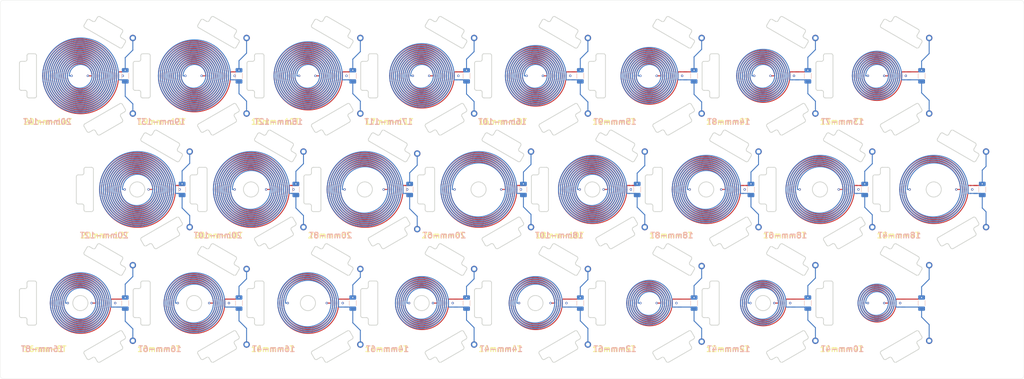
<source format=kicad_pcb>
(kicad_pcb (version 20241229) (generator "pcbnew") (generator_version "9.0")
  (layers (0 "F.Cu" signal) (4 "In1.Cu" signal) (6 "In2.Cu" signal) (2 "B.Cu" signal) (13 "F.Paste" user) (15 "B.Paste" user) (5 "F.SilkS" user "F.Silkscreen") (7 "B.SilkS" user "B.Silkscreen") (1 "F.Mask" user) (3 "B.Mask" user) (25 "Edge.Cuts" user))
  (net 0 "")
  (net 1 "Net-(J5-Pin_1)")
  (net 2 "Net-(J5-Pin_2)")
  (net 3 "Net-(J7-Pin_2)")
  (net 4 "Net-(J7-Pin_1)")
  (net 5 "Net-(J10-Pin_2)")
  (net 6 "Net-(J10-Pin_1)")
  (net 7 "Net-(J11-Pin_2)")
  (net 8 "Net-(J11-Pin_1)")
  (net 9 "Net-(J13-Pin_1)")
  (net 10 "Net-(J13-Pin_2)")
  (net 11 "Net-(J15-Pin_2)")
  (net 12 "Net-(J15-Pin_1)")
  (net 13 "Net-(J17-Pin_2)")
  (net 14 "Net-(J17-Pin_1)")
  (net 15 "Net-(J19-Pin_1)")
  (net 16 "Net-(J19-Pin_2)")
  (net 17 "Net-(J21-Pin_1)")
  (net 18 "Net-(J21-Pin_2)")
  (net 19 "Net-(J23-Pin_2)")
  (net 20 "Net-(J23-Pin_1)")
  (net 21 "Net-(J25-Pin_1)")
  (net 22 "Net-(J25-Pin_2)")
  (net 23 "Net-(J27-Pin_1)")
  (net 24 "Net-(J27-Pin_2)")
  (net 25 "Net-(J29-Pin_1)")
  (net 26 "Net-(J29-Pin_2)")
  (net 27 "Net-(J31-Pin_2)")
  (net 28 "Net-(J31-Pin_1)")
  (net 29 "Net-(J33-Pin_1)")
  (net 30 "Net-(J33-Pin_2)")
  (net 31 "Net-(J35-Pin_1)")
  (net 32 "Net-(J35-Pin_2)")
  (net 33 "Net-(J37-Pin_1)")
  (net 34 "Net-(J37-Pin_2)")
  (net 35 "Net-(J39-Pin_2)")
  (net 36 "Net-(J39-Pin_1)")
  (net 37 "Net-(J41-Pin_1)")
  (net 38 "Net-(J41-Pin_2)")
  (net 39 "Net-(J43-Pin_1)")
  (net 40 "Net-(J43-Pin_2)")
  (net 41 "Net-(J45-Pin_2)")
  (net 42 "Net-(J45-Pin_1)")
  (net 43 "Net-(J47-Pin_1)")
  (net 44 "Net-(J47-Pin_2)")
  (net 45 "Net-(J49-Pin_2)")
  (net 46 "Net-(J49-Pin_1)")
  (net 47 "Net-(J51-Pin_2)")
  (net 48 "Net-(J51-Pin_1)")
  (footprint "PCB Charging Coil" (layer "F.Cu") (at 35 35)
    (property "Reference" "J5" (hide yes))
    (property "Value" "Conn_01x02_Socket")
  )
  (footprint "Pixels-dice:Coil_Pins" (layer "F.Cu") (at 79 35 90)
    (property "Reference" "J7" (hide yes))
    (property "Value" "Conn_01x02")
  )
  (footprint "PCB Charging Coil" (layer "F.Cu") (at 200 65)
    (property "Reference" "J32" (hide yes))
    (property "Value" "Conn_01x02_Socket")
  )
  (footprint "PCB Charging Coil" (layer "F.Cu") (at 50 65)
    (property "Reference" "J22" (hide yes))
    (property "Value" "Conn_01x02_Socket")
  )
  (footprint "PCB Charging Coil" (layer "F.Cu") (at 185 35)
    (property "Reference" "J16" (hide yes))
    (property "Value" "Conn_01x02_Socket")
  )
  (footprint "PCB Charging Coil" (layer "F.Cu") (at 230 65)
    (property "Reference" "J34" (hide yes))
    (property "Value" "Conn_01x02_Socket")
  )
  (footprint "PCB Charging Coil" (layer "F.Cu") (at 140 65)
    (property "Reference" "J28" (hide yes))
    (property "Value" "Conn_01x02_Socket")
  )
  (footprint "PCB Charging Coil" (layer "F.Cu") (at 125 35)
    (property "Reference" "J12" (hide yes))
    (property "Value" "Conn_01x02_Socket")
  )
  (footprint "PCB Charging Coil" (layer "F.Cu") (at 65 35)
    (property "Reference" "J8" (hide yes))
    (property "Value" "Conn_01x02_Socket")
  )
  (footprint "PCB Charging Coil" (layer "F.Cu") (at 95 95)
    (property "Reference" "J42" (hide yes))
    (property "Value" "Conn_01x02_Socket")
  )
  (footprint "PCB Charging Coil" (layer "F.Cu") (at 65 95)
    (property "Reference" "J40" (hide yes))
    (property "Value" "Conn_01x02_Socket")
  )
  (footprint "PCB Charging Coil" (layer "F.Cu") (at 215 95)
    (property "Reference" "J50" (hide yes))
    (property "Value" "Conn_01x02_Socket")
  )
  (footprint "PCB Charging Coil" (layer "F.Cu") (at 95 35)
    (property "Reference" "J10" (hide yes))
    (property "Value" "Conn_01x02_Socket")
  )
  (footprint "PCB Charging Coil" (layer "F.Cu") (at 125 95)
    (property "Reference" "J44" (hide yes))
    (property "Value" "Conn_01x02_Socket")
  )
  (footprint "PCB Charging Coil" (layer "F.Cu") (at 260 65)
    (property "Reference" "J36" (hide yes))
    (property "Value" "Conn_01x02_Socket")
  )
  (footprint "PCB Charging Coil" (layer "F.Cu") (at 245 95)
    (property "Reference" "J52" (hide yes))
    (property "Value" "Conn_01x02_Socket")
  )
  (footprint "PCB Charging Coil" (layer "F.Cu") (at 110 65)
    (property "Reference" "J26" (hide yes))
    (property "Value" "Conn_01x02_Socket")
  )
  (footprint "PCB Charging Coil" (layer "F.Cu") (at 155 95)
    (property "Reference" "J46" (hide yes))
    (property "Value" "Conn_01x02_Socket")
  )
  (footprint "PCB Charging Coil" (layer "F.Cu") (at 80 65)
    (property "Reference" "J24" (hide yes))
    (property "Value" "Conn_01x02_Socket")
  )
  (footprint "Pixels-dice:Coil_Pins" (layer "F.Cu") (at 109 35 90)
    (property "Reference" "J9" (hide yes))
    (property "Value" "Conn_01x02")
  )
  (footprint "PCB Charging Coil" (layer "F.Cu") (at 35 95)
    (property "Reference" "J38" (hide yes))
    (property "Value" "Conn_01x02_Socket")
  )
  (footprint "PCB Charging Coil" (layer "F.Cu") (at 215 35)
    (property "Reference" "J18" (hide yes))
    (property "Value" "Conn_01x02_Socket")
  )
  (footprint "Pixels-dice:Coil_Pins" (layer "F.Cu") (at 49 35 90)
    (property "Reference" "J6" (hide yes))
    (property "Value" "Conn_01x02")
  )
  (footprint "PCB Charging Coil" (layer "F.Cu") (at 245 35)
    (property "Reference" "J20" (hide yes))
    (property "Value" "Conn_01x02_Socket")
  )
  (footprint "PCB Charging Coil" (layer "F.Cu") (at 155 35)
    (property "Reference" "J14" (hide yes))
    (property "Value" "Conn_01x02_Socket")
  )
  (footprint "PCB Charging Coil" (layer "F.Cu") (at 185 95)
    (property "Reference" "J48" (hide yes))
    (property "Value" "Conn_01x02_Socket")
  )
  (footprint "PCB Charging Coil" (layer "F.Cu") (at 170 65)
    (property "Reference" "J30" (hide yes))
    (property "Value" "Conn_01x02_Socket")
  )
  (footprint "Pixels-dice:Coil_Pins" (layer "B.Cu") (at 259 35 90)
    (property "Reference" "J19" (hide yes))
    (property "Value" "Conn_01x02")
  )
  (footprint "Capacitor_SMD:C_1206_3216Metric" (layer "B.Cu") (at 107 95 90)
    (property "Reference" "C25" (hide yes))
    (property "Value" "33nF 50V COG")
  )
  (footprint "Pixels-dice:Coil_Pins" (layer "B.Cu") (at 154 65 90)
    (property "Reference" "J27" (hide yes))
    (property "Value" "Conn_01x02")
  )
  (footprint "Pixels-dice:Coil_Pins" (layer "B.Cu") (at 169 35 90)
    (property "Reference" "J13" (hide yes))
    (property "Value" "Conn_01x02")
  )
  (footprint "Capacitor_SMD:C_1206_3216Metric" (layer "B.Cu") (at 92 65 90)
    (property "Reference" "C16" (hide yes))
    (property "Value" "33nF 50V COG")
  )
  (footprint "Capacitor_SMD:C_1206_3216Metric" (layer "B.Cu") (at 197 95 90)
    (property "Reference" "C28" (hide yes))
    (property "Value" "33nF 50V COG")
  )
  (footprint "Pixels-dice:Coil_Pins" (layer "B.Cu") (at 64 65 90)
    (property "Reference" "J21" (hide yes))
    (property "Value" "Conn_01x02")
  )
  (footprint "Pixels-dice:Coil_Pins" (layer "B.Cu") (at 139 96 90)
    (property "Reference" "J43" (hide yes))
    (property "Value" "Conn_01x02")
  )
  (footprint "Pixels-dice:Coil_Pins" (layer "B.Cu") (at 79 96 90)
    (property "Reference" "J39" (hide yes))
    (property "Value" "Conn_01x02")
  )
  (footprint "Capacitor_SMD:C_1206_3216Metric" (layer "B.Cu") (at 47 95 90)
    (property "Reference" "C23" (hide yes))
    (property "Value" "33nF 50V COG")
  )
  (footprint "Pixels-dice:Coil_Pins" (layer "B.Cu") (at 169 96 90)
    (property "Reference" "J45" (hide yes))
    (property "Value" "Conn_01x02")
  )
  (footprint "Capacitor_SMD:C_1206_3216Metric" (layer "B.Cu") (at 257 35 90)
    (property "Reference" "C14" (hide yes))
    (property "Value" "33nF 50V COG")
  )
  (footprint "Pixels-dice:Coil_Pins" (layer "B.Cu") (at 214 65 90)
    (property "Reference" "J31" (hide yes))
    (property "Value" "Conn_01x02")
  )
  (footprint "Pixels-dice:Coil_Pins" (layer "B.Cu") (at 229 95 90)
    (property "Reference" "J49" (hide yes))
    (property "Value" "Conn_01x02")
  )
  (footprint "Pixels-dice:Coil_Pins" (layer "B.Cu") (at 184 65 90)
    (property "Reference" "J29" (hide yes))
    (property "Value" "Conn_01x02")
  )
  (footprint "Capacitor_SMD:C_1206_3216Metric" (layer "B.Cu") (at 227 35 90)
    (property "Reference" "C13" (hide yes))
    (property "Value" "33nF 50V COG")
  )
  (footprint "Pixels-dice:Coil_Pins" (layer "B.Cu") (at 274 65 90)
    (property "Reference" "J35" (hide yes))
    (property "Value" "Conn_01x02")
  )
  (footprint "Capacitor_SMD:C_1206_3216Metric" (layer "B.Cu") (at 257 95 90)
    (property "Reference" "C30" (hide yes))
    (property "Value" "33nF 50V COG")
  )
  (footprint "Capacitor_SMD:C_1206_3216Metric" (layer "B.Cu") (at 273 65 90)
    (property "Reference" "C22" (hide yes))
    (property "Value" "33nF 50V COG")
  )
  (footprint "Pixels-dice:Coil_Pins" (layer "B.Cu") (at 139 35 90)
    (property "Reference" "J11" (hide yes))
    (property "Value" "Conn_01x02")
  )
  (footprint "Capacitor_SMD:C_1206_3216Metric" (layer "B.Cu") (at 137 95 90)
    (property "Reference" "C26" (hide yes))
    (property "Value" "33nF 50V COG")
  )
  (footprint "Capacitor_SMD:C_1206_3216Metric" (layer "B.Cu") (at 107 35 90)
    (property "Reference" "C9" (hide yes))
    (property "Value" "33nF 50V COG")
  )
  (footprint "Pixels-dice:Coil_Pins" (layer "B.Cu") (at 244 65 90)
    (property "Reference" "J33" (hide yes))
    (property "Value" "Conn_01x02")
  )
  (footprint "Pixels-dice:Coil_Pins" (layer "B.Cu") (at 109 96 90)
    (property "Reference" "J41" (hide yes))
    (property "Value" "Conn_01x02")
  )
  (footprint "Capacitor_SMD:C_1206_3216Metric" (layer "B.Cu") (at 182 65 90)
    (property "Reference" "C19" (hide yes))
    (property "Value" "33nF 50V COG")
  )
  (footprint "Capacitor_SMD:C_1206_3216Metric" (layer "B.Cu") (at 137 35 90)
    (property "Reference" "C10" (hide yes))
    (property "Value" "33nF 50V COG")
  )
  (footprint "Capacitor_SMD:C_1206_3216Metric" (layer "B.Cu") (at 242 65 90)
    (property "Reference" "C21" (hide yes))
    (property "Value" "33nF 50V COG")
  )
  (footprint "Capacitor_SMD:C_1206_3216Metric" (layer "B.Cu") (at 212 65 90)
    (property "Reference" "C20" (hide yes))
    (property "Value" "33nF 50V COG")
  )
  (footprint "Capacitor_SMD:C_1206_3216Metric" (layer "B.Cu") (at 77 95 90)
    (property "Reference" "C24" (hide yes))
    (property "Value" "33nF 50V COG")
  )
  (footprint "Capacitor_SMD:C_1206_3216Metric" (layer "B.Cu") (at 197 35 90)
    (property "Reference" "C12" (hide yes))
    (property "Value" "33nF 50V COG")
  )
  (footprint "Pixels-dice:Coil_Pins" (layer "B.Cu") (at 94 65 90)
    (property "Reference" "J23" (hide yes))
    (property "Value" "Conn_01x02")
  )
  (footprint "Pixels-dice:Coil_Pins" (layer "B.Cu") (at 229 35 90)
    (property "Reference" "J17" (hide yes))
    (property "Value" "Conn_01x02")
  )
  (footprint "Pixels-dice:Coil_Pins" (layer "B.Cu") (at 49 95 90)
    (property "Reference" "J37" (hide yes))
    (property "Value" "Conn_01x02")
  )
  (footprint "Capacitor_SMD:C_1206_3216Metric" (layer "B.Cu") (at 62 65 90)
    (property "Reference" "C15" (hide yes))
    (property "Value" "33nF 50V COG")
  )
  (footprint "Capacitor_SMD:C_1206_3216Metric" (layer "B.Cu") (at 167 35 90)
    (property "Reference" "C11" (hide yes))
    (property "Value" "33nF 50V COG")
  )
  (footprint "Capacitor_SMD:C_1206_3216Metric" (layer "B.Cu") (at 47 35 90)
    (property "Reference" "C7" (hide yes))
    (property "Value" "33nF 50V COG")
  )
  (footprint "Capacitor_SMD:C_1206_3216Metric" (layer "B.Cu") (at 122 65 90)
    (property "Reference" "C17" (hide yes))
    (property "Value" "33nF 50V COG")
  )
  (footprint "Pixels-dice:Coil_Pins" (layer "B.Cu") (at 199 35 90)
    (property "Reference" "J15" (hide yes))
    (property "Value" "Conn_01x02")
  )
  (footprint "Capacitor_SMD:C_1206_3216Metric" (layer "B.Cu") (at 227 95 90)
    (property "Reference" "C29" (hide yes))
    (property "Value" "33nF 50V COG")
  )
  (footprint "Pixels-dice:Coil_Pins" (layer "B.Cu") (at 259 95 90)
    (property "Reference" "J51" (hide yes))
    (property "Value" "Conn_01x02")
  )
  (footprint "Pixels-dice:Coil_Pins" (layer "B.Cu") (at 124 65.525 90)
    (property "Reference" "J25" (hide yes))
    (property "Value" "Conn_01x02")
  )
  (footprint "Capacitor_SMD:C_1206_3216Metric" (layer "B.Cu") (at 167 95 90)
    (property "Reference" "C27" (hide yes))
    (property "Value" "33nF 50V COG")
  )
  (footprint "Capacitor_SMD:C_1206_3216Metric" (layer "B.Cu") (at 152 65 90)
    (property "Reference" "C18" (hide yes))
    (property "Value" "33nF 50V COG")
  )
  (footprint "Capacitor_SMD:C_1206_3216Metric" (layer "B.Cu") (at 77 35 90)
    (property "Reference" "C8" (hide yes))
    (property "Value" "33nF 50V COG")
  )
  (footprint "Pixels-dice:Coil_Pins" (layer "B.Cu") (at 199 95.225 90)
    (property "Reference" "J47" (hide yes))
    (property "Value" "Conn_01x02")
  )
  (gr_line (start 167.054891 26.140854) (end 166.304891 27.439892) (stroke (width 0.2)) (layer "Edge.Cuts"))
  (gr_arc (start 155.595262 68.836588) (mid 155.948819 68.983031) (end 156.095262 69.336588) (stroke (width 0.2)) (layer "Edge.Cuts"))
  (gr_line (start 20.595262 38.836588) (end 19.595262 38.836588) (stroke (width 0.2)) (layer "Edge.Cuts"))
  (gr_arc (start 186.627262 70.836588) (mid 186.273712 70.690138) (end 186.127262 70.336588) (stroke (width 0.2)) (layer "Edge.Cuts"))
  (gr_line (start 136.826814 104.517412) (end 135.960788 105.017412) (stroke (width 0.2)) (layer "Edge.Cuts"))
  (gr_line (start 255.621878 27.622905) (end 246.376802 22.285258) (stroke (width 0.2)) (layer "Edge.Cuts"))
  (gr_line (start 121.259826 72.535361) (end 122.009826 73.834399) (stroke (width 0.2)) (layer "Edge.Cuts"))
  (gr_arc (start 23.595262 100.336588) (mid 23.448781 100.690107) (end 23.095262 100.836588) (stroke (width 0.2)) (layer "Edge.Cuts"))
  (gr_line (start 53.095262 100.836588) (end 51.595262 100.836588) (stroke (width 0.2)) (layer "Edge.Cuts"))
  (gr_arc (start 96.095262 60.661293) (mid 95.9488 61.014831) (end 95.595262 61.161293) (stroke (width 0.2)) (layer "Edge.Cuts"))
  (gr_line (start 226.858814 104.517412) (end 225.992788 105.017412) (stroke (width 0.2)) (layer "Edge.Cuts"))
  (gr_arc (start 226.304891 27.439892) (mid 226.00127 27.672789) (end 225.621878 27.622905) (stroke (width 0.2)) (layer "Edge.Cuts"))
  (gr_arc (start 255.809776 45.700425) (mid 255.759827 45.321016) (end 255.992788 45.017412) (stroke (width 0.2)) (layer "Edge.Cuts"))
  (gr_arc (start 218.479763 109.355059) (mid 218.85917 109.305118) (end 219.162776 109.538072) (stroke (width 0.2)) (layer "Edge.Cuts"))
  (gr_line (start 174.14384 50.437181) (end 174.643844 49.571149) (stroke (width 0.2)) (layer "Edge.Cuts"))
  (gr_line (start 106.259826 42.535361) (end 107.009826 43.834399) (stroke (width 0.2)) (layer "Edge.Cuts"))
  (gr_line (start 98.447763 109.355059) (end 97.581737 109.855059) (stroke (width 0.2)) (layer "Edge.Cuts"))
  (gr_line (start 181.826814 74.517412) (end 180.960788 75.017412) (stroke (width 0.2)) (layer "Edge.Cuts"))
  (gr_line (start 226.291826 42.535361) (end 227.041826 43.834399) (stroke (width 0.2)) (layer "Edge.Cuts"))
  (gr_line (start 126.161789 81.602245) (end 126.911789 80.303207) (stroke (width 0.2)) (layer "Edge.Cuts"))
  (gr_line (start 173.627262 89.661293) (end 173.627262 100.336588) (stroke (width 0.2)) (layer "Edge.Cuts"))
  (gr_line (start 159.662768 50.404083) (end 159.162776 49.538072) (stroke (width 0.2)) (layer "Edge.Cuts"))
  (gr_line (start 113.095262 40.836588) (end 111.595262 40.836588) (stroke (width 0.2)) (layer "Edge.Cuts"))
  (gr_line (start 19.095262 98.336588) (end 19.095262 91.661293) (stroke (width 0.2)) (layer "Edge.Cuts"))
  (gr_line (start 19.595262 31.161293) (end 20.595262 31.161293) (stroke (width 0.2)) (layer "Edge.Cuts"))
  (gr_arc (start 23.095262 89.161293) (mid 23.448818 89.307737) (end 23.595262 89.661293) (stroke (width 0.2)) (layer "Edge.Cuts"))
  (gr_line (start 219.17584 20.437181) (end 219.675844 19.571149) (stroke (width 0.2)) (layer "Edge.Cuts"))
  (gr_arc (start 136.277784 46.566464) (mid 136.327689 46.945863) (end 136.094769 47.249478) (stroke (width 0.2)) (layer "Edge.Cuts"))
  (gr_line (start 231.627262 29.161293) (end 233.127262 29.161293) (stroke (width 0.2)) (layer "Edge.Cuts"))
  (gr_line (start 109.595262 31.161293) (end 110.595262 31.161293) (stroke (width 0.2)) (layer "Edge.Cuts"))
  (gr_arc (start 241.871878 55.457841) (mid 242.104855 55.76144) (end 242.054891 56.140854) (stroke (width 0.2)) (layer "Edge.Cuts"))
  (gr_arc (start 218.127262 59.161293) (mid 218.480818 59.307737) (end 218.627262 59.661293) (stroke (width 0.2)) (layer "Edge.Cuts"))
  (gr_arc (start 61.839878 55.457841) (mid 62.072855 55.76144) (end 62.022891 56.140854) (stroke (width 0.2)) (layer "Edge.Cuts"))
  (gr_line (start 214.627262 61.161293) (end 215.627262 61.161293) (stroke (width 0.2)) (layer "Edge.Cuts"))
  (gr_arc (start 235.345778 80.587097) (mid 234.966362 80.637076) (end 234.662768 80.404083) (stroke (width 0.2)) (layer "Edge.Cuts"))
  (gr_arc (start 66.344802 82.285258) (mid 66.111848 81.981652) (end 66.161789 81.602245) (stroke (width 0.2)) (layer "Edge.Cuts"))
  (gr_arc (start 91.107824 52.725798) (mid 91.340806 53.029396) (end 91.290836 53.40881) (stroke (width 0.2)) (layer "Edge.Cuts"))
  (gr_line (start 159.14384 80.437181) (end 159.643844 79.571149) (stroke (width 0.2)) (layer "Edge.Cuts"))
  (gr_arc (start 210.608814 72.352348) (mid 210.988233 72.302362) (end 211.291826 72.535361) (stroke (width 0.2)) (layer "Edge.Cuts"))
  (gr_line (start 126.898725 109.672046) (end 126.148725 108.373008) (stroke (width 0.2)) (layer "Edge.Cuts"))
  (gr_arc (start 135.576814 102.352348) (mid 135.956233 102.302362) (end 136.259826 102.535361) (stroke (width 0.2)) (layer "Edge.Cuts"))
  (gr_line (start 231.127262 100.336588) (end 231.127262 99.336588) (stroke (width 0.2)) (layer "Edge.Cuts"))
  (gr_arc (start 156.095262 59.661293) (mid 156.241692 59.307723) (end 156.595262 59.161293) (stroke (width 0.2)) (layer "Edge.Cuts"))
  (gr_line (start 173.627262 29.661293) (end 173.627262 40.336588) (stroke (width 0.2)) (layer "Edge.Cuts"))
  (gr_line (start 60.589878 57.622905) (end 51.344802 52.285258) (stroke (width 0.2)) (layer "Edge.Cuts"))
  (gr_line (start 246.193789 81.602245) (end 246.943789 80.303207) (stroke (width 0.2)) (layer "Edge.Cuts"))
  (gr_line (start 105.589878 27.622905) (end 96.344802 22.285258) (stroke (width 0.2)) (layer "Edge.Cuts"))
  (gr_line (start 127.594802 80.120194) (end 128.460827 80.620194) (stroke (width 0.2)) (layer "Edge.Cuts"))
  (gr_line (start 66.331737 107.689996) (end 75.576814 102.352348) (stroke (width 0.2)) (layer "Edge.Cuts"))
  (gr_arc (start 75.777776 105.700425) (mid 75.727827 105.321016) (end 75.960788 105.017412) (stroke (width 0.2)) (layer "Edge.Cuts"))
  (gr_arc (start 109.595262 38.836588) (mid 109.241712 38.690138) (end 109.095262 38.336588) (stroke (width 0.2)) (layer "Edge.Cuts"))
  (gr_line (start 156.193789 21.602245) (end 156.943789 20.303207) (stroke (width 0.2)) (layer "Edge.Cuts"))
  (gr_arc (start 231.127262 89.661293) (mid 231.273692 89.307723) (end 231.627262 89.161293) (stroke (width 0.2)) (layer "Edge.Cuts"))
  (gr_arc (start 226.309784 106.566464) (mid 226.359689 106.945863) (end 226.126769 107.249478) (stroke (width 0.2)) (layer "Edge.Cuts"))
  (gr_line (start 256.005853 84.957841) (end 256.871878 85.457841) (stroke (width 0.2)) (layer "Edge.Cuts"))
  (gr_arc (start 120.777776 75.700425) (mid 120.727827 75.321016) (end 120.960788 75.017412) (stroke (width 0.2)) (layer "Edge.Cuts"))
  (gr_arc (start 215.627262 68.836588) (mid 215.980819 68.983031) (end 216.127262 69.336588) (stroke (width 0.2)) (layer "Edge.Cuts"))
  (gr_line (start 154.095262 68.336588) (end 154.095262 61.661293) (stroke (width 0.2)) (layer "Edge.Cuts"))
  (gr_line (start 199.127262 38.336588) (end 199.127262 31.661293) (stroke (width 0.2)) (layer "Edge.Cuts"))
  (gr_arc (start 46.839878 25.457841) (mid 47.072855 25.76144) (end 47.022891 26.140854) (stroke (width 0.2)) (layer "Edge.Cuts"))
  (gr_arc (start 50.595262 98.836588) (mid 50.948819 98.983031) (end 51.095262 99.336588) (stroke (width 0.2)) (layer "Edge.Cuts"))
  (gr_line (start 81.095262 100.336588) (end 81.095262 99.336588) (stroke (width 0.2)) (layer "Edge.Cuts"))
  (gr_line (start 91.094769 77.249478) (end 85.313778 80.587097) (stroke (width 0.2)) (layer "Edge.Cuts"))
  (gr_line (start 75.777776 45.700425) (end 76.277784 46.566464) (stroke (width 0.2)) (layer "Edge.Cuts"))
  (gr_line (start 201.363737 77.689996) (end 210.608814 72.352348) (stroke (width 0.2)) (layer "Edge.Cuts"))
  (gr_arc (start 141.127262 30.661293) (mid 140.9808 31.014831) (end 140.627262 31.161293) (stroke (width 0.2)) (layer "Edge.Cuts"))
  (gr_line (start 45.589878 87.622905) (end 36.344802 82.285258) (stroke (width 0.2)) (layer "Edge.Cuts"))
  (gr_line (start 218.627262 59.661293) (end 218.627262 70.336588) (stroke (width 0.2)) (layer "Edge.Cuts"))
  (gr_line (start 210.809776 75.700425) (end 211.309784 76.566464) (stroke (width 0.2)) (layer "Edge.Cuts"))
  (gr_line (start 271.322836 53.40881) (end 270.82284 54.274829) (stroke (width 0.2)) (layer "Edge.Cuts"))
  (gr_line (start 227.054891 86.140854) (end 226.304891 87.439892) (stroke (width 0.2)) (layer "Edge.Cuts"))
  (gr_line (start 231.127262 90.661293) (end 231.127262 89.661293) (stroke (width 0.2)) (layer "Edge.Cuts"))
  (gr_line (start 246.627262 59.161293) (end 248.127262 59.161293) (stroke (width 0.2)) (layer "Edge.Cuts"))
  (gr_arc (start 60.576814 72.352348) (mid 60.956233 72.302362) (end 61.259826 72.535361) (stroke (width 0.2)) (layer "Edge.Cuts"))
  (gr_line (start 216.193789 81.602245) (end 216.943789 80.303207) (stroke (width 0.2)) (layer "Edge.Cuts"))
  (gr_arc (start 211.309784 76.566464) (mid 211.359689 76.945863) (end 211.126769 77.249478) (stroke (width 0.2)) (layer "Edge.Cuts"))
  (gr_arc (start 113.095262 89.161293) (mid 113.448818 89.307737) (end 113.595262 89.661293) (stroke (width 0.2)) (layer "Edge.Cuts"))
  (gr_arc (start 53.095262 89.161293) (mid 53.448818 89.307737) (end 53.595262 89.661293) (stroke (width 0.2)) (layer "Edge.Cuts"))
  (gr_arc (start 49.095262 31.661293) (mid 49.241692 31.307723) (end 49.595262 31.161293) (stroke (width 0.2)) (layer "Edge.Cuts"))
  (gr_line (start 249.17584 20.437181) (end 249.675844 19.571149) (stroke (width 0.2)) (layer "Edge.Cuts"))
  (gr_line (start 156.595262 59.161293) (end 158.095262 59.161293) (stroke (width 0.2)) (layer "Edge.Cuts"))
  (gr_arc (start 241.309784 76.566464) (mid 241.359689 76.945863) (end 241.126769 77.249478) (stroke (width 0.2)) (layer "Edge.Cuts"))
  (gr_arc (start 54.14384 50.437181) (mid 53.840224 50.670099) (end 53.460827 50.620194) (stroke (width 0.2)) (layer "Edge.Cuts"))
  (gr_arc (start 165.777776 105.700425) (mid 165.727827 105.321016) (end 165.960788 105.017412) (stroke (width 0.2)) (layer "Edge.Cuts"))
  (gr_line (start 97.594802 80.120194) (end 98.460827 80.620194) (stroke (width 0.2)) (layer "Edge.Cuts"))
  (gr_arc (start 98.095262 59.161293) (mid 98.448818 59.307737) (end 98.595262 59.661293) (stroke (width 0.2)) (layer "Edge.Cuts"))
  (gr_line (start 141.127262 30.661293) (end 141.127262 29.661293) (stroke (width 0.2)) (layer "Edge.Cuts"))
  (gr_circle (center 95.168 95) (end 95.168 97) (stroke (width 0.2)) (fill no) (layer "Edge.Cuts"))
  (gr_line (start 21.095262 30.661293) (end 21.095262 29.661293) (stroke (width 0.2)) (layer "Edge.Cuts"))
  (gr_arc (start 159.17584 20.437181) (mid 158.872224 20.670099) (end 158.492827 20.620194) (stroke (width 0.2)) (layer "Edge.Cuts"))
  (gr_arc (start 45.973853 84.957841) (mid 45.740927 84.654227) (end 45.79084 84.274829) (stroke (width 0.2)) (layer "Edge.Cuts"))
  (gr_line (start 76.290836 23.40881) (end 75.79084 24.274829) (stroke (width 0.2)) (layer "Edge.Cuts"))
  (gr_arc (start 225.608814 102.352348) (mid 225.988233 102.302362) (end 226.291826 102.535361) (stroke (width 0.2)) (layer "Edge.Cuts"))
  (gr_arc (start 151.277784 76.566464) (mid 151.327689 76.945863) (end 151.094769 77.249478) (stroke (width 0.2)) (layer "Edge.Cuts"))
  (gr_line (start 51.095262 100.336588) (end 51.095262 99.336588) (stroke (width 0.2)) (layer "Edge.Cuts"))
  (gr_arc (start 158.479763 49.355059) (mid 158.85917 49.305118) (end 159.162776 49.538072) (stroke (width 0.2)) (layer "Edge.Cuts"))
  (gr_line (start 137.022891 86.140854) (end 136.272891 87.439892) (stroke (width 0.2)) (layer "Edge.Cuts"))
  (gr_line (start 81.331737 77.689996) (end 90.576814 72.352348) (stroke (width 0.2)) (layer "Edge.Cuts"))
  (gr_arc (start 128.447763 109.355059) (mid 128.82717 109.305118) (end 129.130776 109.538072) (stroke (width 0.2)) (layer "Edge.Cuts"))
  (gr_arc (start 233.479763 79.355059) (mid 233.85917 79.305118) (end 234.162776 79.538072) (stroke (width 0.2)) (layer "Edge.Cuts"))
  (gr_arc (start 90.973853 54.957841) (mid 90.740927 54.654227) (end 90.79084 54.274829) (stroke (width 0.2)) (layer "Edge.Cuts"))
  (gr_arc (start 40.313778 50.587097) (mid 39.934362 50.637076) (end 39.630768 50.404083) (stroke (width 0.2)) (layer "Edge.Cuts"))
  (gr_line (start 201.193789 51.602245) (end 201.943789 50.303207) (stroke (width 0.2)) (layer "Edge.Cuts"))
  (gr_line (start 150.777776 75.700425) (end 151.277784 76.566464) (stroke (width 0.2)) (layer "Edge.Cuts"))
  (gr_arc (start 151.107824 52.725798) (mid 151.340806 53.029396) (end 151.290836 53.40881) (stroke (width 0.2)) (layer "Edge.Cuts"))
  (gr_arc (start 158.095262 59.161293) (mid 158.448818 59.307737) (end 158.595262 59.661293) (stroke (width 0.2)) (layer "Edge.Cuts"))
  (gr_arc (start 219.675844 19.571149) (mid 219.979456 19.338217) (end 220.358858 19.388137) (stroke (width 0.2)) (layer "Edge.Cuts"))
  (gr_arc (start 225.809776 105.700425) (mid 225.759827 105.321016) (end 225.992788 105.017412) (stroke (width 0.2)) (layer "Edge.Cuts"))
  (gr_arc (start 205.345778 80.587097) (mid 204.966362 80.637076) (end 204.662768 80.404083) (stroke (width 0.2)) (layer "Edge.Cuts"))
  (gr_arc (start 256.304891 87.439892) (mid 256.00127 87.672789) (end 255.621878 87.622905) (stroke (width 0.2)) (layer "Edge.Cuts"))
  (gr_arc (start 110.595262 38.836588) (mid 110.948819 38.983031) (end 111.095262 39.336588) (stroke (width 0.2)) (layer "Edge.Cuts"))
  (gr_line (start 171.331737 77.689996) (end 180.576814 72.352348) (stroke (width 0.2)) (layer "Edge.Cuts"))
  (gr_line (start 263.479763 79.355059) (end 262.613737 79.855059) (stroke (width 0.2)) (layer "Edge.Cuts"))
  (gr_line (start 54.630768 80.404083) (end 54.130776 79.538072) (stroke (width 0.2)) (layer "Edge.Cuts"))
  (gr_line (start 234.17584 50.437181) (end 234.675844 49.571149) (stroke (width 0.2)) (layer "Edge.Cuts"))
  (gr_line (start 113.095262 100.836588) (end 111.595262 100.836588) (stroke (width 0.2)) (layer "Edge.Cuts"))
  (gr_arc (start 79.595262 98.836588) (mid 79.241712 98.690138) (end 79.095262 98.336588) (stroke (width 0.2)) (layer "Edge.Cuts"))
  (gr_line (start 216.127262 70.336588) (end 216.127262 69.336588) (stroke (width 0.2)) (layer "Edge.Cuts"))
  (gr_arc (start 219.675844 79.571149) (mid 219.979456 79.338217) (end 220.358858 79.388137) (stroke (width 0.2)) (layer "Edge.Cuts"))
  (gr_arc (start 203.627262 40.336588) (mid 203.480781 40.690107) (end 203.127262 40.836588) (stroke (width 0.2)) (layer "Edge.Cuts"))
  (gr_line (start 68.447763 49.355059) (end 67.581737 49.855059) (stroke (width 0.2)) (layer "Edge.Cuts"))
  (gr_arc (start 45.777776 105.700425) (mid 45.727827 105.321016) (end 45.960788 105.017412) (stroke (width 0.2)) (layer "Edge.Cuts"))
  (gr_arc (start 227.041826 43.834399) (mid 227.091702 44.213788) (end 226.858814 44.517412) (stroke (width 0.2)) (layer "Edge.Cuts"))
  (gr_line (start 249.662768 50.404083) (end 249.162776 49.538072) (stroke (width 0.2)) (layer "Edge.Cuts"))
  (gr_arc (start 75.973853 84.957841) (mid 75.740927 84.654227) (end 75.79084 84.274829) (stroke (width 0.2)) (layer "Edge.Cuts"))
  (gr_line (start 248.627262 59.661293) (end 248.627262 70.336588) (stroke (width 0.2)) (layer "Edge.Cuts"))
  (gr_arc (start 225.809776 45.700425) (mid 225.759827 45.321016) (end 225.992788 45.017412) (stroke (width 0.2)) (layer "Edge.Cuts"))
  (gr_arc (start 173.447763 79.355059) (mid 173.82717 79.305118) (end 174.130776 79.538072) (stroke (width 0.2)) (layer "Edge.Cuts"))
  (gr_line (start 55.326858 49.388137) (end 61.107824 52.725798) (stroke (width 0.2)) (layer "Edge.Cuts"))
  (gr_arc (start 226.005853 84.957841) (mid 225.772927 84.654227) (end 225.82284 84.274829) (stroke (width 0.2)) (layer "Edge.Cuts"))
  (gr_line (start 68.595262 59.661293) (end 68.595262 70.336588) (stroke (width 0.2)) (layer "Edge.Cuts"))
  (gr_line (start 83.095262 100.836588) (end 81.595262 100.836588) (stroke (width 0.2)) (layer "Edge.Cuts"))
  (gr_arc (start 184.127262 61.661293) (mid 184.273692 61.307723) (end 184.627262 61.161293) (stroke (width 0.2)) (layer "Edge.Cuts"))
  (gr_line (start 173.127262 100.836588) (end 171.627262 100.836588) (stroke (width 0.2)) (layer "Edge.Cuts"))
  (gr_arc (start 51.095262 90.661293) (mid 50.9488 91.014831) (end 50.595262 91.161293) (stroke (width 0.2)) (layer "Edge.Cuts"))
  (gr_line (start 181.094769 77.249478) (end 175.313778 80.587097) (stroke (width 0.2)) (layer "Edge.Cuts"))
  (gr_line (start 247.626802 20.120194) (end 248.492827 20.620194) (stroke (width 0.2)) (layer "Edge.Cuts"))
  (gr_line (start 234.662768 80.404083) (end 234.162776 79.538072) (stroke (width 0.2)) (layer "Edge.Cuts"))
  (gr_line (start 124.595262 61.161293) (end 125.595262 61.161293) (stroke (width 0.2)) (layer "Edge.Cuts"))
  (gr_line (start 51.331737 77.689996) (end 60.576814 72.352348) (stroke (width 0.2)) (layer "Edge.Cuts"))
  (gr_arc (start 129.643844 19.571149) (mid 129.947456 19.338217) (end 130.326858 19.388137) (stroke (width 0.2)) (layer "Edge.Cuts"))
  (gr_line (start 242.054891 56.140854) (end 241.304891 57.439892) (stroke (width 0.2)) (layer "Edge.Cuts"))
  (gr_arc (start 136.107824 22.725798) (mid 136.340806 23.029396) (end 136.290836 23.40881) (stroke (width 0.2)) (layer "Edge.Cuts"))
  (gr_arc (start 156.595262 70.836588) (mid 156.241712 70.690138) (end 156.095262 70.336588) (stroke (width 0.2)) (layer "Edge.Cuts"))
  (gr_line (start 114.630768 80.404083) (end 114.130776 79.538072) (stroke (width 0.2)) (layer "Edge.Cuts"))
  (gr_line (start 226.126769 47.249478) (end 220.345778 50.587097) (stroke (width 0.2)) (layer "Edge.Cuts"))
  (gr_line (start 136.290836 23.40881) (end 135.79084 24.274829) (stroke (width 0.2)) (layer "Edge.Cuts"))
  (gr_arc (start 79.095262 91.661293) (mid 79.241692 91.307723) (end 79.595262 91.161293) (stroke (width 0.2)) (layer "Edge.Cuts"))
  (gr_arc (start 81.095262 29.661293) (mid 81.241692 29.307723) (end 81.595262 29.161293) (stroke (width 0.2)) (layer "Edge.Cuts"))
  (gr_arc (start 181.277784 76.566464) (mid 181.327689 76.945863) (end 181.094769 77.249478) (stroke (width 0.2)) (layer "Edge.Cuts"))
  (gr_line (start 141.595262 89.161293) (end 143.095262 89.161293) (stroke (width 0.2)) (layer "Edge.Cuts"))
  (gr_line (start 51.898725 79.672046) (end 51.148725 78.373008) (stroke (width 0.2)) (layer "Edge.Cuts"))
  (gr_arc (start 69.643844 19.571149) (mid 69.947456 19.338217) (end 70.326858 19.388137) (stroke (width 0.2)) (layer "Edge.Cuts"))
  (gr_arc (start 231.943789 50.303207) (mid 232.247401 50.070275) (end 232.626802 50.120194) (stroke (width 0.2)) (layer "Edge.Cuts"))
  (gr_arc (start 270.608814 72.352348) (mid 270.988233 72.302362) (end 271.291826 72.535361) (stroke (width 0.2)) (layer "Edge.Cuts"))
  (gr_arc (start 140.595262 98.836588) (mid 140.948819 98.983031) (end 141.095262 99.336588) (stroke (width 0.2)) (layer "Edge.Cuts"))
  (gr_arc (start 126.911789 80.303207) (mid 127.215401 80.070275) (end 127.594802 80.120194) (stroke (width 0.2)) (layer "Edge.Cuts"))
  (gr_arc (start 143.447763 79.355059) (mid 143.82717 79.305118) (end 144.130776 79.538072) (stroke (width 0.2)) (layer "Edge.Cuts"))
  (gr_arc (start 95.595262 68.836588) (mid 95.948819 68.983031) (end 96.095262 69.336588) (stroke (width 0.2)) (layer "Edge.Cuts"))
  (gr_line (start 70.326858 19.388137) (end 76.107824 22.725798) (stroke (width 0.2)) (layer "Edge.Cuts"))
  (gr_line (start 36.161789 81.602245) (end 36.911789 80.303207) (stroke (width 0.2)) (layer "Edge.Cuts"))
  (gr_line (start 79.095262 38.336588) (end 79.095262 31.661293) (stroke (width 0.2)) (layer "Edge.Cuts"))
  (gr_arc (start 105.777776 45.700425) (mid 105.727827 45.321016) (end 105.960788 45.017412) (stroke (width 0.2)) (layer "Edge.Cuts"))
  (gr_arc (start 126.095262 59.661293) (mid 126.241692 59.307723) (end 126.595262 59.161293) (stroke (width 0.2)) (layer "Edge.Cuts"))
  (gr_arc (start 186.180725 108.373008) (mid 186.130691 107.993576) (end 186.363737 107.689996) (stroke (width 0.2)) (layer "Edge.Cuts"))
  (gr_line (start 255.621878 87.622905) (end 246.376802 82.285258) (stroke (width 0.2)) (layer "Edge.Cuts"))
  (gr_arc (start 248.627262 70.336588) (mid 248.480781 70.690107) (end 248.127262 70.836588) (stroke (width 0.2)) (layer "Edge.Cuts"))
  (gr_line (start 169.127262 98.336588) (end 169.127262 91.661293) (stroke (width 0.2)) (layer "Edge.Cuts"))
  (gr_line (start 256.322836 23.40881) (end 255.82284 24.274829) (stroke (width 0.2)) (layer "Edge.Cuts"))
  (gr_line (start 159.630768 110.404083) (end 159.130776 109.538072) (stroke (width 0.2)) (layer "Edge.Cuts"))
  (gr_line (start 195.621878 27.622905) (end 186.376802 22.285258) (stroke (width 0.2)) (layer "Edge.Cuts"))
  (gr_line (start 143.447763 79.355059) (end 142.581737 79.855059) (stroke (width 0.2)) (layer "Edge.Cuts"))
  (gr_line (start 256.858814 104.517412) (end 255.992788 105.017412) (stroke (width 0.2)) (layer "Edge.Cuts"))
  (gr_arc (start 158.447763 109.355059) (mid 158.82717 109.305118) (end 159.130776 109.538072) (stroke (width 0.2)) (layer "Edge.Cuts"))
  (gr_arc (start 271.871878 55.457841) (mid 272.104855 55.76144) (end 272.054891 56.140854) (stroke (width 0.2)) (layer "Edge.Cuts"))
  (gr_arc (start 105.973853 84.957841) (mid 105.740927 84.654227) (end 105.79084 84.274829) (stroke (width 0.2)) (layer "Edge.Cuts"))
  (gr_line (start 229.127262 38.336588) (end 229.127262 31.661293) (stroke (width 0.2)) (layer "Edge.Cuts"))
  (gr_line (start 204.17584 50.437181) (end 204.675844 49.571149) (stroke (width 0.2)) (layer "Edge.Cuts"))
  (gr_arc (start 211.871878 55.457841) (mid 212.104855 55.76144) (end 212.054891 56.140854) (stroke (width 0.2)) (layer "Edge.Cuts"))
  (gr_line (start 248.479763 109.355059) (end 247.613737 109.855059) (stroke (width 0.2)) (layer "Edge.Cuts"))
  (gr_line (start 126.898725 49.672046) (end 126.148725 48.373008) (stroke (width 0.2)) (layer "Edge.Cuts"))
  (gr_line (start 231.193789 51.602245) (end 231.943789 50.303207) (stroke (width 0.2)) (layer "Edge.Cuts"))
  (gr_line (start 39.14384 20.437181) (end 39.643844 19.571149) (stroke (width 0.2)) (layer "Edge.Cuts"))
  (gr_arc (start 233.627262 40.336588) (mid 233.480781 40.690107) (end 233.127262 40.836588) (stroke (width 0.2)) (layer "Edge.Cuts"))
  (gr_arc (start 109.595262 98.836588) (mid 109.241712 98.690138) (end 109.095262 98.336588) (stroke (width 0.2)) (layer "Edge.Cuts"))
  (gr_arc (start 96.595262 70.836588) (mid 96.241712 70.690138) (end 96.095262 70.336588) (stroke (width 0.2)) (layer "Edge.Cuts"))
  (gr_line (start 36.331737 107.689996) (end 45.576814 102.352348) (stroke (width 0.2)) (layer "Edge.Cuts"))
  (gr_arc (start 185.627262 68.836588) (mid 185.980819 68.983031) (end 186.127262 69.336588) (stroke (width 0.2)) (layer "Edge.Cuts"))
  (gr_line (start 231.627262 89.161293) (end 233.127262 89.161293) (stroke (width 0.2)) (layer "Edge.Cuts"))
  (gr_line (start 20.595262 98.836588) (end 19.595262 98.836588) (stroke (width 0.2)) (layer "Edge.Cuts"))
  (gr_line (start 81.095262 30.661293) (end 81.095262 29.661293) (stroke (width 0.2)) (layer "Edge.Cuts"))
  (gr_arc (start 143.095262 89.161293) (mid 143.448818 89.307737) (end 143.595262 89.661293) (stroke (width 0.2)) (layer "Edge.Cuts"))
  (gr_arc (start 160.313778 110.587097) (mid 159.934362 110.637076) (end 159.630768 110.404083) (stroke (width 0.2)) (layer "Edge.Cuts"))
  (gr_line (start 91.290836 53.40881) (end 90.79084 54.274829) (stroke (width 0.2)) (layer "Edge.Cuts"))
  (gr_arc (start 124.595262 68.836588) (mid 124.241712 68.690138) (end 124.095262 68.336588) (stroke (width 0.2)) (layer "Edge.Cuts"))
  (gr_arc (start 141.127262 29.661293) (mid 141.273692 29.307723) (end 141.627262 29.161293) (stroke (width 0.2)) (layer "Edge.Cuts"))
  (gr_arc (start 66.911789 20.303207) (mid 67.215401 20.070275) (end 67.594802 20.120194) (stroke (width 0.2)) (layer "Edge.Cuts"))
  (gr_arc (start 229.627262 38.836588) (mid 229.273712 38.690138) (end 229.127262 38.336588) (stroke (width 0.2)) (layer "Edge.Cuts"))
  (gr_line (start 111.095262 100.336588) (end 111.095262 99.336588) (stroke (width 0.2)) (layer "Edge.Cuts"))
  (gr_arc (start 64.595262 68.836588) (mid 64.241712 68.690138) (end 64.095262 68.336588) (stroke (width 0.2)) (layer "Edge.Cuts"))
  (gr_arc (start 51.095262 29.661293) (mid 51.241692 29.307723) (end 51.595262 29.161293) (stroke (width 0.2)) (layer "Edge.Cuts"))
  (gr_line (start 110.595262 98.836588) (end 109.595262 98.836588) (stroke (width 0.2)) (layer "Edge.Cuts"))
  (gr_arc (start 98.595262 70.336588) (mid 98.448781 70.690107) (end 98.095262 70.836588) (stroke (width 0.2)) (layer "Edge.Cuts"))
  (gr_arc (start 69.643844 79.571149) (mid 69.947456 79.338217) (end 70.326858 79.388137) (stroke (width 0.2)) (layer "Edge.Cuts"))
  (gr_arc (start 154.095262 61.661293) (mid 154.241692 61.307723) (end 154.595262 61.161293) (stroke (width 0.2)) (layer "Edge.Cuts"))
  (gr_arc (start 96.148725 48.373008) (mid 96.098691 47.993576) (end 96.331737 47.689996) (stroke (width 0.2)) (layer "Edge.Cuts"))
  (gr_arc (start 167.041826 43.834399) (mid 167.091702 44.213788) (end 166.858814 44.517412) (stroke (width 0.2)) (layer "Edge.Cuts"))
  (gr_arc (start 126.344802 82.285258) (mid 126.111848 81.981652) (end 126.161789 81.602245) (stroke (width 0.2)) (layer "Edge.Cuts"))
  (gr_arc (start 186.376802 82.285258) (mid 186.143848 81.981652) (end 186.193789 81.602245) (stroke (width 0.2)) (layer "Edge.Cuts"))
  (gr_line (start 226.291826 102.535361) (end 227.041826 103.834399) (stroke (width 0.2)) (layer "Edge.Cuts"))
  (gr_arc (start 233.127262 29.161293) (mid 233.480818 29.307737) (end 233.627262 29.661293) (stroke (width 0.2)) (layer "Edge.Cuts"))
  (gr_arc (start 91.272891 57.439892) (mid 90.96927 57.672789) (end 90.589878 57.622905) (stroke (width 0.2)) (layer "Edge.Cuts"))
  (gr_arc (start 79.595262 38.836588) (mid 79.241712 38.690138) (end 79.095262 38.336588) (stroke (width 0.2)) (layer "Edge.Cuts"))
  (gr_arc (start 98.447763 109.355059) (mid 98.82717 109.305118) (end 99.130776 109.538072) (stroke (width 0.2)) (layer "Edge.Cuts"))
  (gr_arc (start 83.095262 89.161293) (mid 83.448818 89.307737) (end 83.595262 89.661293) (stroke (width 0.2)) (layer "Edge.Cuts"))
  (gr_line (start 143.095262 100.836588) (end 141.595262 100.836588) (stroke (width 0.2)) (layer "Edge.Cuts"))
  (gr_circle (center 200.2 65) (end 200.2 67) (stroke (width 0.2)) (fill no) (layer "Edge.Cuts"))
  (gr_line (start 113.447763 79.355059) (end 112.581737 79.855059) (stroke (width 0.2)) (layer "Edge.Cuts"))
  (gr_arc (start 226.309784 46.566464) (mid 226.359689 46.945863) (end 226.126769 47.249478) (stroke (width 0.2)) (layer "Edge.Cuts"))
  (gr_line (start 216.930725 49.672046) (end 216.180725 48.373008) (stroke (width 0.2)) (layer "Edge.Cuts"))
  (gr_arc (start 173.127262 89.161293) (mid 173.480818 89.307737) (end 173.627262 89.661293) (stroke (width 0.2)) (layer "Edge.Cuts"))
  (gr_arc (start 106.272891 87.439892) (mid 105.96927 87.672789) (end 105.589878 87.622905) (stroke (width 0.2)) (layer "Edge.Cuts"))
  (gr_arc (start 36.911789 20.303207) (mid 37.215401 20.070275) (end 37.594802 20.120194) (stroke (width 0.2)) (layer "Edge.Cuts"))
  (gr_arc (start 199.127262 31.661293) (mid 199.273692 31.307723) (end 199.627262 31.161293) (stroke (width 0.2)) (layer "Edge.Cuts"))
  (gr_line (start 241.126769 77.249478) (end 235.345778 80.587097) (stroke (width 0.2)) (layer "Edge.Cuts"))
  (gr_arc (start 171.627262 100.836588) (mid 171.273712 100.690138) (end 171.127262 100.336588) (stroke (width 0.2)) (layer "Edge.Cuts"))
  (gr_arc (start 233.127262 89.161293) (mid 233.480818 89.307737) (end 233.627262 89.661293) (stroke (width 0.2)) (layer "Edge.Cuts"))
  (gr_arc (start 53.447763 79.355059) (mid 53.82717 79.305118) (end 54.130776 79.538072) (stroke (width 0.2)) (layer "Edge.Cuts"))
  (gr_line (start 166.094769 107.249478) (end 160.313778 110.587097) (stroke (width 0.2)) (layer "Edge.Cuts"))
  (gr_line (start 141.127262 40.336588) (end 141.127262 39.336588) (stroke (width 0.2)) (layer "Edge.Cuts"))
  (gr_line (start 126.595262 59.161293) (end 128.095262 59.161293) (stroke (width 0.2)) (layer "Edge.Cuts"))
  (gr_arc (start 241.139824 52.725798) (mid 241.372806 53.029396) (end 241.322836 53.40881) (stroke (width 0.2)) (layer "Edge.Cuts"))
  (gr_line (start 185.627262 68.836588) (end 184.627262 68.836588) (stroke (width 0.2)) (layer "Edge.Cuts"))
  (gr_line (start 40.326858 19.388137) (end 46.107824 22.725798) (stroke (width 0.2)) (layer "Edge.Cuts"))
  (gr_arc (start 210.809776 75.700425) (mid 210.759827 75.321016) (end 210.992788 75.017412) (stroke (width 0.2)) (layer "Edge.Cuts"))
  (gr_arc (start 165.809776 45.700425) (mid 165.759827 45.321016) (end 165.992788 45.017412) (stroke (width 0.2)) (layer "Edge.Cuts"))
  (gr_arc (start 105.973853 24.957841) (mid 105.740927 24.654227) (end 105.79084 24.274829) (stroke (width 0.2)) (layer "Edge.Cuts"))
  (gr_arc (start 171.344802 52.285258) (mid 171.111848 51.981652) (end 171.161789 51.602245) (stroke (width 0.2)) (layer "Edge.Cuts"))
  (gr_arc (start 189.675844 19.571149) (mid 189.979456 19.338217) (end 190.358858 19.388137) (stroke (width 0.2)) (layer "Edge.Cuts"))
  (gr_arc (start 201.180725 78.373008) (mid 201.130691 77.993576) (end 201.363737 77.689996) (stroke (width 0.2)) (layer "Edge.Cuts"))
  (gr_line (start 226.322836 23.40881) (end 225.82284 24.274829) (stroke (width 0.2)) (layer "Edge.Cuts"))
  (gr_line (start 69.14384 20.437181) (end 69.643844 19.571149) (stroke (width 0.2)) (layer "Edge.Cuts"))
  (gr_line (start 262.626802 50.120194) (end 263.492827 50.620194) (stroke (width 0.2)) (layer "Edge.Cuts"))
  (gr_arc (start 46.277784 106.566464) (mid 46.327689 106.945863) (end 46.094769 107.249478) (stroke (width 0.2)) (layer "Edge.Cuts"))
  (gr_line (start 180.777776 75.700425) (end 181.277784 76.566464) (stroke (width 0.2)) (layer "Edge.Cuts"))
  (gr_arc (start 100.313778 50.587097) (mid 99.934362 50.637076) (end 99.630768 50.404083) (stroke (width 0.2)) (layer "Edge.Cuts"))
  (gr_line (start 21.095262 90.661293) (end 21.095262 89.661293) (stroke (width 0.2)) (layer "Edge.Cuts"))
  (gr_line (start 165.777776 105.700425) (end 166.277784 106.566464) (stroke (width 0.2)) (layer "Edge.Cuts"))
  (gr_line (start 111.595262 89.161293) (end 113.095262 89.161293) (stroke (width 0.2)) (layer "Edge.Cuts"))
  (gr_line (start 245.627262 68.836588) (end 244.627262 68.836588) (stroke (width 0.2)) (layer "Edge.Cuts"))
  (gr_arc (start 128.447763 49.355059) (mid 128.82717 49.305118) (end 129.130776 49.538072) (stroke (width 0.2)) (layer "Edge.Cuts"))
  (gr_arc (start 51.911789 50.303207) (mid 52.215401 50.070275) (end 52.594802 50.120194) (stroke (width 0.2)) (layer "Edge.Cuts"))
  (gr_line (start 46.826814 44.517412) (end 45.960788 45.017412) (stroke (width 0.2)) (layer "Edge.Cuts"))
  (gr_line (start 201.127262 30.661293) (end 201.127262 29.661293) (stroke (width 0.2)) (layer "Edge.Cuts"))
  (gr_arc (start 255.608814 102.352348) (mid 255.988233 102.302362) (end 256.291826 102.535361) (stroke (width 0.2)) (layer "Edge.Cuts"))
  (gr_arc (start 256.005853 84.957841) (mid 255.772927 84.654227) (end 255.82284 84.274829) (stroke (width 0.2)) (layer "Edge.Cuts"))
  (gr_arc (start 151.272891 57.439892) (mid 150.96927 57.672789) (end 150.589878 57.622905) (stroke (width 0.2)) (layer "Edge.Cuts"))
  (gr_circle (center 110.168 65) (end 110.168 67) (stroke (width 0.2)) (fill no) (layer "Edge.Cuts"))
  (gr_line (start 83.095262 40.836588) (end 81.595262 40.836588) (stroke (width 0.2)) (layer "Edge.Cuts"))
  (gr_line (start 136.290836 83.40881) (end 135.79084 84.274829) (stroke (width 0.2)) (layer "Edge.Cuts"))
  (gr_arc (start 181.107824 52.725798) (mid 181.340806 53.029396) (end 181.290836 53.40881) (stroke (width 0.2)) (layer "Edge.Cuts"))
  (gr_line (start 49.095262 98.336588) (end 49.095262 91.661293) (stroke (width 0.2)) (layer "Edge.Cuts"))
  (gr_line (start 255.809776 105.700425) (end 256.309784 106.566464) (stroke (width 0.2)) (layer "Edge.Cuts"))
  (gr_line (start 261.930725 79.672046) (end 261.180725 78.373008) (stroke (width 0.2)) (layer "Edge.Cuts"))
  (gr_arc (start 262.613737 79.855059) (mid 262.234332 79.904992) (end 261.930725 79.672046) (stroke (width 0.2)) (layer "Edge.Cuts"))
  (gr_line (start 225.621878 87.622905) (end 216.376802 82.285258) (stroke (width 0.2)) (layer "Edge.Cuts"))
  (gr_arc (start 156.148725 108.373008) (mid 156.098691 107.993576) (end 156.331737 107.689996) (stroke (width 0.2)) (layer "Edge.Cuts"))
  (gr_line (start 66.161789 21.602245) (end 66.911789 20.303207) (stroke (width 0.2)) (layer "Edge.Cuts"))
  (gr_arc (start 46.272891 27.439892) (mid 45.96927 27.672789) (end 45.589878 27.622905) (stroke (width 0.2)) (layer "Edge.Cuts"))
  (gr_line (start 233.479763 79.355059) (end 232.613737 79.855059) (stroke (width 0.2)) (layer "Edge.Cuts"))
  (gr_arc (start 173.627262 100.336588) (mid 173.480781 100.690107) (end 173.127262 100.836588) (stroke (width 0.2)) (layer "Edge.Cuts"))
  (gr_line (start 186.363737 107.689996) (end 195.608814 102.352348) (stroke (width 0.2)) (layer "Edge.Cuts"))
  (gr_line (start 142.594802 50.120194) (end 143.460827 50.620194) (stroke (width 0.2)) (layer "Edge.Cuts"))
  (gr_arc (start 109.095262 91.661293) (mid 109.241692 91.307723) (end 109.595262 91.161293) (stroke (width 0.2)) (layer "Edge.Cuts"))
  (gr_arc (start 166.304891 27.439892) (mid 166.00127 27.672789) (end 165.621878 27.622905) (stroke (width 0.2)) (layer "Edge.Cuts"))
  (gr_line (start 79.095262 98.336588) (end 79.095262 91.661293) (stroke (width 0.2)) (layer "Edge.Cuts"))
  (gr_line (start 196.126769 47.249478) (end 190.345778 50.587097) (stroke (width 0.2)) (layer "Edge.Cuts"))
  (gr_line (start 141.627262 29.161293) (end 143.127262 29.161293) (stroke (width 0.2)) (layer "Edge.Cuts"))
  (gr_arc (start 181.839878 55.457841) (mid 182.072855 55.76144) (end 182.022891 56.140854) (stroke (width 0.2)) (layer "Edge.Cuts"))
  (gr_arc (start 186.180725 48.373008) (mid 186.130691 47.993576) (end 186.363737 47.689996) (stroke (width 0.2)) (layer "Edge.Cuts"))
  (gr_line (start 166.005853 24.957841) (end 166.871878 25.457841) (stroke (width 0.2)) (layer "Edge.Cuts"))
  (gr_arc (start 180.576814 72.352348) (mid 180.956233 72.302362) (end 181.259826 72.535361) (stroke (width 0.2)) (layer "Edge.Cuts"))
  (gr_arc (start 21.095262 89.661293) (mid 21.241692 89.307723) (end 21.595262 89.161293) (stroke (width 0.2)) (layer "Edge.Cuts"))
  (gr_line (start 186.127262 60.661293) (end 186.127262 59.661293) (stroke (width 0.2)) (layer "Edge.Cuts"))
  (gr_circle (center 260.2 65) (end 260.2 67) (stroke (width 0.2)) (fill no) (layer "Edge.Cuts"))
  (gr_arc (start 21.595262 40.836588) (mid 21.241712 40.690138) (end 21.095262 40.336588) (stroke (width 0.2)) (layer "Edge.Cuts"))
  (gr_arc (start 129.14384 20.437181) (mid 128.840224 20.670099) (end 128.460827 20.620194) (stroke (width 0.2)) (layer "Edge.Cuts"))
  (gr_arc (start 106.107824 22.725798) (mid 106.340806 23.029396) (end 106.290836 23.40881) (stroke (width 0.2)) (layer "Edge.Cuts"))
  (gr_line (start 36.595262 59.161293) (end 38.095262 59.161293) (stroke (width 0.2)) (layer "Edge.Cuts"))
  (gr_arc (start 141.595262 100.836588) (mid 141.241712 100.690138) (end 141.095262 100.336588) (stroke (width 0.2)) (layer "Edge.Cuts"))
  (gr_line (start 66.331737 47.689996) (end 75.576814 42.352348) (stroke (width 0.2)) (layer "Edge.Cuts"))
  (gr_arc (start 216.376802 82.285258) (mid 216.143848 81.981652) (end 216.193789 81.602245) (stroke (width 0.2)) (layer "Edge.Cuts"))
  (gr_arc (start 247.613737 49.855059) (mid 247.234332 49.904992) (end 246.930725 49.672046) (stroke (width 0.2)) (layer "Edge.Cuts"))
  (gr_line (start 143.627262 29.661293) (end 143.627262 40.336588) (stroke (width 0.2)) (layer "Edge.Cuts"))
  (gr_line (start 61.826814 74.517412) (end 60.960788 75.017412) (stroke (width 0.2)) (layer "Edge.Cuts"))
  (gr_arc (start 76.272891 27.439892) (mid 75.96927 27.672789) (end 75.589878 27.622905) (stroke (width 0.2)) (layer "Edge.Cuts"))
  (gr_line (start 46.259826 102.535361) (end 47.009826 103.834399) (stroke (width 0.2)) (layer "Edge.Cuts"))
  (gr_line (start 201.930725 79.672046) (end 201.180725 78.373008) (stroke (width 0.2)) (layer "Edge.Cuts"))
  (gr_line (start 49.095262 38.336588) (end 49.095262 31.661293) (stroke (width 0.2)) (layer "Edge.Cuts"))
  (gr_arc (start 187.613737 49.855059) (mid 187.234332 49.904992) (end 186.930725 49.672046) (stroke (width 0.2)) (layer "Edge.Cuts"))
  (gr_line (start 144.14384 50.437181) (end 144.643844 49.571149) (stroke (width 0.2)) (layer "Edge.Cuts"))
  (gr_line (start 230.627262 38.836588) (end 229.627262 38.836588) (stroke (width 0.2)) (layer "Edge.Cuts"))
  (gr_arc (start 166.309784 46.566464) (mid 166.359689 46.945863) (end 166.126769 47.249478) (stroke (width 0.2)) (layer "Edge.Cuts"))
  (gr_line (start 106.290836 83.40881) (end 105.79084 84.274829) (stroke (width 0.2)) (layer "Edge.Cuts"))
  (gr_arc (start 226.139824 22.725798) (mid 226.372806 23.029396) (end 226.322836 23.40881) (stroke (width 0.2)) (layer "Edge.Cuts"))
  (gr_arc (start 75.973853 24.957841) (mid 75.740927 24.654227) (end 75.79084 24.274829) (stroke (width 0.2)) (layer "Edge.Cuts"))
  (gr_line (start 229.127262 98.336588) (end 229.127262 91.661293) (stroke (width 0.2)) (layer "Edge.Cuts"))
  (gr_arc (start 76.277784 106.566464) (mid 76.327689 106.945863) (end 76.094769 107.249478) (stroke (width 0.2)) (layer "Edge.Cuts"))
  (gr_line (start 79.595262 91.161293) (end 80.595262 91.161293) (stroke (width 0.2)) (layer "Edge.Cuts"))
  (gr_line (start 159.17584 20.437181) (end 159.675844 19.571149) (stroke (width 0.2)) (layer "Edge.Cuts"))
  (gr_arc (start 51.344802 52.285258) (mid 51.111848 51.981652) (end 51.161789 51.602245) (stroke (width 0.2)) (layer "Edge.Cuts"))
  (gr_arc (start 76.277784 46.566464) (mid 76.327689 46.945863) (end 76.094769 47.249478) (stroke (width 0.2)) (layer "Edge.Cuts"))
  (gr_line (start 249.17584 80.437181) (end 249.675844 79.571149) (stroke (width 0.2)) (layer "Edge.Cuts"))
  (gr_arc (start 111.095262 29.661293) (mid 111.241692 29.307723) (end 111.595262 29.161293) (stroke (width 0.2)) (layer "Edge.Cuts"))
  (gr_line (start 244.127262 68.336588) (end 244.127262 61.661293) (stroke (width 0.2)) (layer "Edge.Cuts"))
  (gr_arc (start 226.304891 87.439892) (mid 226.00127 87.672789) (end 225.621878 87.622905) (stroke (width 0.2)) (layer "Edge.Cuts"))
  (gr_line (start 211.291826 72.535361) (end 212.041826 73.834399) (stroke (width 0.2)) (layer "Edge.Cuts"))
  (gr_arc (start 171.127262 29.661293) (mid 171.273692 29.307723) (end 171.627262 29.161293) (stroke (width 0.2)) (layer "Edge.Cuts"))
  (gr_line (start 64.095262 68.336588) (end 64.095262 61.661293) (stroke (width 0.2)) (layer "Edge.Cuts"))
  (gr_line (start 90.777776 75.700425) (end 91.277784 76.566464) (stroke (width 0.2)) (layer "Edge.Cuts"))
  (gr_line (start 181.259826 72.535361) (end 182.009826 73.834399) (stroke (width 0.2)) (layer "Edge.Cuts"))
  (gr_line (start 166.126769 47.249478) (end 160.345778 50.587097) (stroke (width 0.2)) (layer "Edge.Cuts"))
  (gr_arc (start 219.17584 20.437181) (mid 218.872224 20.670099) (end 218.492827 20.620194) (stroke (width 0.2)) (layer "Edge.Cuts"))
  (gr_line (start 230.627262 98.836588) (end 229.627262 98.836588) (stroke (width 0.2)) (layer "Edge.Cuts"))
  (gr_line (start 51.095262 40.336588) (end 51.095262 39.336588) (stroke (width 0.2)) (layer "Edge.Cuts"))
  (gr_arc (start 201.376802 52.285258) (mid 201.143848 51.981652) (end 201.193789 51.602245) (stroke (width 0.2)) (layer "Edge.Cuts"))
  (gr_arc (start 256.139824 82.725798) (mid 256.372806 83.029396) (end 256.322836 83.40881) (stroke (width 0.2)) (layer "Edge.Cuts"))
  (gr_line (start 141.161789 51.602245) (end 141.911789 50.303207) (stroke (width 0.2)) (layer "Edge.Cuts"))
  (gr_arc (start 64.095262 61.661293) (mid 64.241692 61.307723) (end 64.595262 61.161293) (stroke (width 0.2)) (layer "Edge.Cuts"))
  (gr_line (start 91.259826 72.535361) (end 92.009826 73.834399) (stroke (width 0.2)) (layer "Edge.Cuts"))
  (gr_arc (start 246.376802 22.285258) (mid 246.143848 21.981652) (end 246.193789 21.602245) (stroke (width 0.2)) (layer "Edge.Cuts"))
  (gr_line (start 216.127262 60.661293) (end 216.127262 59.661293) (stroke (width 0.2)) (layer "Edge.Cuts"))
  (gr_arc (start 137.009826 43.834399) (mid 137.059702 44.213788) (end 136.826814 44.517412) (stroke (width 0.2)) (layer "Edge.Cuts"))
  (gr_arc (start 136.272891 87.439892) (mid 135.96927 87.672789) (end 135.589878 87.622905) (stroke (width 0.2)) (layer "Edge.Cuts"))
  (gr_arc (start 36.344802 82.285258) (mid 36.111848 81.981652) (end 36.161789 81.602245) (stroke (width 0.2)) (layer "Edge.Cuts"))
  (gr_line (start 195.809776 45.700425) (end 196.309784 46.566464) (stroke (width 0.2)) (layer "Edge.Cuts"))
  (gr_line (start 66.898725 109.672046) (end 66.148725 108.373008) (stroke (width 0.2)) (layer "Edge.Cuts"))
  (gr_arc (start 49.595262 38.836588) (mid 49.241712 38.690138) (end 49.095262 38.336588) (stroke (width 0.2)) (layer "Edge.Cuts"))
  (gr_arc (start 249.17584 80.437181) (mid 248.872224 80.670099) (end 248.492827 80.620194) (stroke (width 0.2)) (layer "Edge.Cuts"))
  (gr_arc (start 234.675844 49.571149) (mid 234.979456 49.338217) (end 235.358858 49.388137) (stroke (width 0.2)) (layer "Edge.Cuts"))
  (gr_line (start 92.022891 56.140854) (end 91.272891 57.439892) (stroke (width 0.2)) (layer "Edge.Cuts"))
  (gr_arc (start 46.277784 46.566464) (mid 46.327689 46.945863) (end 46.094769 47.249478) (stroke (width 0.2)) (layer "Edge.Cuts"))
  (gr_line (start 218.479763 49.355059) (end 217.613737 49.855059) (stroke (width 0.2)) (layer "Edge.Cuts"))
  (gr_arc (start 90.777776 75.700425) (mid 90.727827 75.321016) (end 90.960788 75.017412) (stroke (width 0.2)) (layer "Edge.Cuts"))
  (gr_arc (start 250.345778 50.587097) (mid 249.966362 50.637076) (end 249.662768 50.404083) (stroke (width 0.2)) (layer "Edge.Cuts"))
  (gr_arc (start 214.127262 61.661293) (mid 214.273692 61.307723) (end 214.627262 61.161293) (stroke (width 0.2)) (layer "Edge.Cuts"))
  (gr_arc (start 201.943789 50.303207) (mid 202.247401 50.070275) (end 202.626802 50.120194) (stroke (width 0.2)) (layer "Edge.Cuts"))
  (gr_line (start 79.595262 31.161293) (end 80.595262 31.161293) (stroke (width 0.2)) (layer "Edge.Cuts"))
  (gr_arc (start 83.595262 100.336588) (mid 83.448781 100.690107) (end 83.095262 100.836588) (stroke (width 0.2)) (layer "Edge.Cuts"))
  (gr_line (start 211.005853 54.957841) (end 211.871878 55.457841) (stroke (width 0.2)) (layer "Edge.Cuts"))
  (gr_line (start 45.777776 45.700425) (end 46.277784 46.566464) (stroke (width 0.2)) (layer "Edge.Cuts"))
  (gr_line (start 199.627262 91.161293) (end 200.627262 91.161293) (stroke (width 0.2)) (layer "Edge.Cuts"))
  (gr_arc (start 218.627262 70.336588) (mid 218.480781 70.690107) (end 218.127262 70.836588) (stroke (width 0.2)) (layer "Edge.Cuts"))
  (gr_arc (start 230.627262 98.836588) (mid 230.980819 98.983031) (end 231.127262 99.336588) (stroke (width 0.2)) (layer "Edge.Cuts"))
  (gr_arc (start 61.272891 57.439892) (mid 60.96927 57.672789) (end 60.589878 57.622905) (stroke (width 0.2)) (layer "Edge.Cuts"))
  (gr_line (start 256.126769 107.249478) (end 250.345778 110.587097) (stroke (width 0.2)) (layer "Edge.Cuts"))
  (gr_line (start 136.094769 107.249478) (end 130.313778 110.587097) (stroke (width 0.2)) (layer "Edge.Cuts"))
  (gr_arc (start 46.272891 87.439892) (mid 45.96927 87.672789) (end 45.589878 87.622905) (stroke (width 0.2)) (layer "Edge.Cuts"))
  (gr_line (start 23.595262 29.661293) (end 23.595262 40.336588) (stroke (width 0.2)) (layer "Edge.Cuts"))
  (gr_arc (start 66.148725 48.373008) (mid 66.098691 47.993576) (end 66.331737 47.689996) (stroke (width 0.2)) (layer "Edge.Cuts"))
  (gr_line (start 120.589878 57.622905) (end 111.344802 52.285258) (stroke (width 0.2)) (layer "Edge.Cuts"))
  (gr_line (start 129.14384 80.437181) (end 129.643844 79.571149) (stroke (width 0.2)) (layer "Edge.Cuts"))
  (gr_arc (start 21.095262 30.661293) (mid 20.9488 31.014831) (end 20.595262 31.161293) (stroke (width 0.2)) (layer "Edge.Cuts"))
  (gr_arc (start 81.095262 30.661293) (mid 80.9488 31.014831) (end 80.595262 31.161293) (stroke (width 0.2)) (layer "Edge.Cuts"))
  (gr_arc (start 126.095262 60.661293) (mid 125.9488 61.014831) (end 125.595262 61.161293) (stroke (width 0.2)) (layer "Edge.Cuts"))
  (gr_line (start 216.193789 21.602245) (end 216.943789 20.303207) (stroke (width 0.2)) (layer "Edge.Cuts"))
  (gr_arc (start 36.911789 80.303207) (mid 37.215401 80.070275) (end 37.594802 80.120194) (stroke (width 0.2)) (layer "Edge.Cuts"))
  (gr_arc (start 244.627262 68.836588) (mid 244.273712 68.690138) (end 244.127262 68.336588) (stroke (width 0.2)) (layer "Edge.Cuts"))
  (gr_arc (start 231.627262 100.836588) (mid 231.273712 100.690138) (end 231.127262 100.336588) (stroke (width 0.2)) (layer "Edge.Cuts"))
  (gr_line (start 158.095262 70.836588) (end 156.595262 70.836588) (stroke (width 0.2)) (layer "Edge.Cuts"))
  (gr_arc (start 216.943789 80.303207) (mid 217.247401 80.070275) (end 217.626802 80.120194) (stroke (width 0.2)) (layer "Edge.Cuts"))
  (gr_line (start 171.127262 30.661293) (end 171.127262 29.661293) (stroke (width 0.2)) (layer "Edge.Cuts"))
  (gr_line (start 201.127262 100.336588) (end 201.127262 99.336588) (stroke (width 0.2)) (layer "Edge.Cuts"))
  (gr_line (start 126.095262 70.336588) (end 126.095262 69.336588) (stroke (width 0.2)) (layer "Edge.Cuts"))
  (gr_line (start 50.595262 38.836588) (end 49.595262 38.836588) (stroke (width 0.2)) (layer "Edge.Cuts"))
  (gr_line (start 244.627262 61.161293) (end 245.627262 61.161293) (stroke (width 0.2)) (layer "Edge.Cuts"))
  (gr_arc (start 94.095262 61.661293) (mid 94.241692 61.307723) (end 94.595262 61.161293) (stroke (width 0.2)) (layer "Edge.Cuts"))
  (gr_arc (start 216.127262 60.661293) (mid 215.9808 61.014831) (end 215.627262 61.161293) (stroke (width 0.2)) (layer "Edge.Cuts"))
  (gr_line (start 139.095262 98.336588) (end 139.095262 91.661293) (stroke (width 0.2)) (layer "Edge.Cuts"))
  (gr_arc (start 232.613737 79.855059) (mid 232.234332 79.904992) (end 231.930725 79.672046) (stroke (width 0.2)) (layer "Edge.Cuts"))
  (gr_line (start 196.005853 84.957841) (end 196.871878 85.457841) (stroke (width 0.2)) (layer "Edge.Cuts"))
  (gr_arc (start 62.009826 73.834399) (mid 62.059702 74.213788) (end 61.826814 74.517412) (stroke (width 0.2)) (layer "Edge.Cuts"))
  (gr_line (start 83.595262 29.661293) (end 83.595262 40.336588) (stroke (width 0.2)) (layer "Edge.Cuts"))
  (gr_line (start 171.127262 40.336588) (end 171.127262 39.336588) (stroke (width 0.2)) (layer "Edge.Cuts"))
  (gr_arc (start 127.581737 49.855059) (mid 127.202332 49.904992) (end 126.898725 49.672046) (stroke (width 0.2)) (layer "Edge.Cuts"))
  (gr_arc (start 20.595262 98.836588) (mid 20.948819 98.983031) (end 21.095262 99.336588) (stroke (width 0.2)) (layer "Edge.Cuts"))
  (gr_line (start 271.291826 72.535361) (end 272.041826 73.834399) (stroke (width 0.2)) (layer "Edge.Cuts"))
  (gr_arc (start 169.627262 38.836588) (mid 169.273712 38.690138) (end 169.127262 38.336588) (stroke (width 0.2)) (layer "Edge.Cuts"))
  (gr_arc (start 175.313778 80.587097) (mid 174.934362 80.637076) (end 174.630768 80.404083) (stroke (width 0.2)) (layer "Edge.Cuts"))
  (gr_arc (start 100.313778 110.587097) (mid 99.934362 110.637076) (end 99.630768 110.404083) (stroke (width 0.2)) (layer "Edge.Cuts"))
  (gr_arc (start 81.095262 90.661293) (mid 80.9488 91.014831) (end 80.595262 91.161293) (stroke (width 0.2)) (layer "Edge.Cuts"))
  (gr_arc (start 188.479763 49.355059) (mid 188.85917 49.305118) (end 189.162776 49.538072) (stroke (width 0.2)) (layer "Edge.Cuts"))
  (gr_circle (center 215.2 95) (end 215.2 97) (stroke (width 0.2)) (fill no) (layer "Edge.Cuts"))
  (gr_arc (start 186.943789 80.303207) (mid 187.247401 80.070275) (end 187.626802 80.120194) (stroke (width 0.2)) (layer "Edge.Cuts"))
  (gr_line (start 53.595262 89.661293) (end 53.595262 100.336588) (stroke (width 0.2)) (layer "Edge.Cuts"))
  (gr_arc (start 195.608814 102.352348) (mid 195.988233 102.302362) (end 196.291826 102.535361) (stroke (width 0.2)) (layer "Edge.Cuts"))
  (gr_arc (start 181.272891 57.439892) (mid 180.96927 57.672789) (end 180.589878 57.622905) (stroke (width 0.2)) (layer "Edge.Cuts"))
  (gr_line (start 231.127262 40.336588) (end 231.127262 39.336588) (stroke (width 0.2)) (layer "Edge.Cuts"))
  (gr_arc (start 37.581737 109.855059) (mid 37.202332 109.904992) (end 36.898725 109.672046) (stroke (width 0.2)) (layer "Edge.Cuts"))
  (gr_arc (start 214.627262 68.836588) (mid 214.273712 68.690138) (end 214.127262 68.336588) (stroke (width 0.2)) (layer "Edge.Cuts"))
  (gr_line (start 182.022891 56.140854) (end 181.272891 57.439892) (stroke (width 0.2)) (layer "Edge.Cuts"))
  (gr_arc (start 160.345778 50.587097) (mid 159.966362 50.637076) (end 159.662768 50.404083) (stroke (width 0.2)) (layer "Edge.Cuts"))
  (gr_line (start 81.595262 89.161293) (end 83.095262 89.161293) (stroke (width 0.2)) (layer "Edge.Cuts"))
  (gr_arc (start 227.041826 103.834399) (mid 227.091702 104.213788) (end 226.858814 104.517412) (stroke (width 0.2)) (layer "Edge.Cuts"))
  (gr_arc (start 128.595262 70.336588) (mid 128.448781 70.690107) (end 128.095262 70.836588) (stroke (width 0.2)) (layer "Edge.Cuts"))
  (gr_arc (start 124.095262 61.661293) (mid 124.241692 61.307723) (end 124.595262 61.161293) (stroke (width 0.2)) (layer "Edge.Cuts"))
  (gr_arc (start 60.777776 75.700425) (mid 60.727827 75.321016) (end 60.960788 75.017412) (stroke (width 0.2)) (layer "Edge.Cuts"))
  (gr_arc (start 263.479763 79.355059) (mid 263.85917 79.305118) (end 264.162776 79.538072) (stroke (width 0.2)) (layer "Edge.Cuts"))
  (gr_line (start 241.322836 53.40881) (end 240.82284 54.274829) (stroke (width 0.2)) (layer "Edge.Cuts"))
  (gr_arc (start 76.839878 85.457841) (mid 77.072855 85.76144) (end 77.022891 86.140854) (stroke (width 0.2)) (layer "Edge.Cuts"))
  (gr_line (start 250.358858 79.388137) (end 256.139824 82.725798) (stroke (width 0.2)) (layer "Edge.Cuts"))
  (gr_line (start 225.621878 27.622905) (end 216.376802 22.285258) (stroke (width 0.2)) (layer "Edge.Cuts"))
  (gr_arc (start 195.608814 42.352348) (mid 195.988233 42.302362) (end 196.291826 42.535361) (stroke (width 0.2)) (layer "Edge.Cuts"))
  (gr_arc (start 245.627262 68.836588) (mid 245.980819 68.983031) (end 246.127262 69.336588) (stroke (width 0.2)) (layer "Edge.Cuts"))
  (gr_arc (start 46.839878 85.457841) (mid 47.072855 85.76144) (end 47.022891 86.140854) (stroke (width 0.2)) (layer "Edge.Cuts"))
  (gr_line (start 76.826814 104.517412) (end 75.960788 105.017412) (stroke (width 0.2)) (layer "Edge.Cuts"))
  (gr_arc (start 256.871878 25.457841) (mid 257.104855 25.76144) (end 257.054891 26.140854) (stroke (width 0.2)) (layer "Edge.Cuts"))
  (gr_line (start 169.627262 91.161293) (end 170.627262 91.161293) (stroke (width 0.2)) (layer "Edge.Cuts"))
  (gr_line (start 140.627262 38.836588) (end 139.627262 38.836588) (stroke (width 0.2)) (layer "Edge.Cuts"))
  (gr_line (start 199.127262 98.336588) (end 199.127262 91.661293) (stroke (width 0.2)) (layer "Edge.Cuts"))
  (gr_arc (start 229.127262 91.661293) (mid 229.273692 91.307723) (end 229.627262 91.161293) (stroke (width 0.2)) (layer "Edge.Cuts"))
  (gr_line (start 261.363737 77.689996) (end 270.608814 72.352348) (stroke (width 0.2)) (layer "Edge.Cuts"))
  (gr_line (start 96.161789 21.602245) (end 96.911789 20.303207) (stroke (width 0.2)) (layer "Edge.Cuts"))
  (gr_arc (start 242.041826 73.834399) (mid 242.091702 74.213788) (end 241.858814 74.517412) (stroke (width 0.2)) (layer "Edge.Cuts"))
  (gr_line (start 121.094769 77.249478) (end 115.313778 80.587097) (stroke (width 0.2)) (layer "Edge.Cuts"))
  (gr_line (start 246.193789 21.602245) (end 246.943789 20.303207) (stroke (width 0.2)) (layer "Edge.Cuts"))
  (gr_arc (start 105.576814 102.352348) (mid 105.956233 102.302362) (end 106.259826 102.535361) (stroke (width 0.2)) (layer "Edge.Cuts"))
  (gr_line (start 175.326858 49.388137) (end 181.107824 52.725798) (stroke (width 0.2)) (layer "Edge.Cuts"))
  (gr_arc (start 91.277784 76.566464) (mid 91.327689 76.945863) (end 91.094769 77.249478) (stroke (width 0.2)) (layer "Edge.Cuts"))
  (gr_arc (start 204.17584 50.437181) (mid 203.872224 50.670099) (end 203.492827 50.620194) (stroke (width 0.2)) (layer "Edge.Cuts"))
  (gr_circle (center 170.168 65) (end 170.168 67) (stroke (width 0.2)) (fill no) (layer "Edge.Cuts"))
  (gr_line (start 284 16) (end 284 114) (stroke (width 0.05)) (layer "Edge.Cuts"))
  (gr_line (start 217.626802 20.120194) (end 218.492827 20.620194) (stroke (width 0.2)) (layer "Edge.Cuts"))
  (gr_arc (start 195.809776 45.700425) (mid 195.759827 45.321016) (end 195.992788 45.017412) (stroke (width 0.2)) (layer "Edge.Cuts"))
  (gr_arc (start 111.095262 90.661293) (mid 110.9488 91.014831) (end 110.595262 91.161293) (stroke (width 0.2)) (layer "Edge.Cuts"))
  (gr_arc (start 61.107824 52.725798) (mid 61.340806 53.029396) (end 61.290836 53.40881) (stroke (width 0.2)) (layer "Edge.Cuts"))
  (gr_line (start 188.127262 70.836588) (end 186.627262 70.836588) (stroke (width 0.2)) (layer "Edge.Cuts"))
  (gr_arc (start 65.595262 68.836588) (mid 65.948819 68.983031) (end 66.095262 69.336588) (stroke (width 0.2)) (layer "Edge.Cuts"))
  (gr_line (start 96.331737 47.689996) (end 105.576814 42.352348) (stroke (width 0.2)) (layer "Edge.Cuts"))
  (gr_line (start 195.621878 87.622905) (end 186.376802 82.285258) (stroke (width 0.2)) (layer "Edge.Cuts"))
  (gr_arc (start 229.127262 31.661293) (mid 229.273692 31.307723) (end 229.627262 31.161293) (stroke (width 0.2)) (layer "Edge.Cuts"))
  (gr_arc (start 248.127262 59.161293) (mid 248.480818 59.307737) (end 248.627262 59.661293) (stroke (width 0.2)) (layer "Edge.Cuts"))
  (gr_arc (start 96.344802 22.285258) (mid 96.111848 21.981652) (end 96.161789 21.602245) (stroke (width 0.2)) (layer "Edge.Cuts"))
  (gr_line (start 250.358858 19.388137) (end 256.139824 22.725798) (stroke (width 0.2)) (layer "Edge.Cuts"))
  (gr_arc (start 189.675844 79.571149) (mid 189.979456 79.338217) (end 190.358858 79.388137) (stroke (width 0.2)) (layer "Edge.Cuts"))
  (gr_line (start 233.127262 40.836588) (end 231.627262 40.836588) (stroke (width 0.2)) (layer "Edge.Cuts"))
  (gr_line (start 249.662768 110.404083) (end 249.162776 109.538072) (stroke (width 0.2)) (layer "Edge.Cuts"))
  (gr_arc (start 49.595262 98.836588) (mid 49.241712 98.690138) (end 49.095262 98.336588) (stroke (width 0.2)) (layer "Edge.Cuts"))
  (gr_line (start 216.363737 107.689996) (end 225.608814 102.352348) (stroke (width 0.2)) (layer "Edge.Cuts"))
  (gr_line (start 54.14384 50.437181) (end 54.643844 49.571149) (stroke (width 0.2)) (layer "Edge.Cuts"))
  (gr_line (start 165.973853 84.957841) (end 166.839878 85.457841) (stroke (width 0.2)) (layer "Edge.Cuts"))
  (gr_line (start 66.095262 70.336588) (end 66.095262 69.336588) (stroke (width 0.2)) (layer "Edge.Cuts"))
  (gr_arc (start 171.911789 50.303207) (mid 172.215401 50.070275) (end 172.594802 50.120194) (stroke (width 0.2)) (layer "Edge.Cuts"))
  (gr_arc (start 196.871878 85.457841) (mid 197.104855 85.76144) (end 197.054891 86.140854) (stroke (width 0.2)) (layer "Edge.Cuts"))
  (gr_arc (start 106.839878 85.457841) (mid 107.072855 85.76144) (end 107.022891 86.140854) (stroke (width 0.2)) (layer "Edge.Cuts"))
  (gr_line (start 60.777776 75.700425) (end 61.277784 76.566464) (stroke (width 0.2)) (layer "Edge.Cuts"))
  (gr_arc (start 230.627262 38.836588) (mid 230.980819 38.983031) (end 231.127262 39.336588) (stroke (width 0.2)) (layer "Edge.Cuts"))
  (gr_line (start 156.331737 107.689996) (end 165.576814 102.352348) (stroke (width 0.2)) (layer "Edge.Cuts"))
  (gr_arc (start 256.139824 22.725798) (mid 256.372806 23.029396) (end 256.322836 23.40881) (stroke (width 0.2)) (layer "Edge.Cuts"))
  (gr_line (start 81.595262 29.161293) (end 83.095262 29.161293) (stroke (width 0.2)) (layer "Edge.Cuts"))
  (gr_line (start 186.627262 59.161293) (end 188.127262 59.161293) (stroke (width 0.2)) (layer "Edge.Cuts"))
  (gr_line (start 81.898725 79.672046) (end 81.148725 78.373008) (stroke (width 0.2)) (layer "Edge.Cuts"))
  (gr_line (start 107.022891 86.140854) (end 106.272891 87.439892) (stroke (width 0.2)) (layer "Edge.Cuts"))
  (gr_arc (start 171.127262 89.661293) (mid 171.273692 89.307723) (end 171.627262 89.161293) (stroke (width 0.2)) (layer "Edge.Cuts"))
  (gr_arc (start 130.313778 50.587097) (mid 129.934362 50.637076) (end 129.630768 50.404083) (stroke (width 0.2)) (layer "Edge.Cuts"))
  (gr_line (start 264.17584 50.437181) (end 264.675844 49.571149) (stroke (width 0.2)) (layer "Edge.Cuts"))
  (gr_arc (start 156.344802 82.285258) (mid 156.111848 81.981652) (end 156.161789 81.602245) (stroke (width 0.2)) (layer "Edge.Cuts"))
  (gr_line (start 184.627262 61.161293) (end 185.627262 61.161293) (stroke (width 0.2)) (layer "Edge.Cuts"))
  (gr_line (start 156.161789 81.602245) (end 156.911789 80.303207) (stroke (width 0.2)) (layer "Edge.Cuts"))
  (gr_arc (start 203.479763 79.355059) (mid 203.85917 79.305118) (end 204.162776 79.538072) (stroke (width 0.2)) (layer "Edge.Cuts"))
  (gr_arc (start 106.277784 106.566464) (mid 106.327689 106.945863) (end 106.094769 107.249478) (stroke (width 0.2)) (layer "Edge.Cuts"))
  (gr_arc (start 111.095262 89.661293) (mid 111.241692 89.307723) (end 111.595262 89.161293) (stroke (width 0.2)) (layer "Edge.Cuts"))
  (gr_line (start 76.094769 107.249478) (end 70.313778 110.587097) (stroke (width 0.2)) (layer "Edge.Cuts"))
  (gr_arc (start 226.139824 82.725798) (mid 226.372806 83.029396) (end 226.322836 83.40881) (stroke (width 0.2)) (layer "Edge.Cuts"))
  (gr_arc (start 83.095262 29.161293) (mid 83.448818 29.307737) (end 83.595262 29.661293) (stroke (width 0.2)) (layer "Edge.Cuts"))
  (gr_line (start 114.14384 50.437181) (end 114.643844 49.571149) (stroke (width 0.2)) (layer "Edge.Cuts"))
  (gr_line (start 76.826814 44.517412) (end 75.960788 45.017412) (stroke (width 0.2)) (layer "Edge.Cuts"))
  (gr_arc (start 51.595262 40.836588) (mid 51.241712 40.690138) (end 51.095262 40.336588) (stroke (width 0.2)) (layer "Edge.Cuts"))
  (gr_line (start 51.095262 30.661293) (end 51.095262 29.661293) (stroke (width 0.2)) (layer "Edge.Cuts"))
  (gr_arc (start 199.627262 98.836588) (mid 199.273712 98.690138) (end 199.127262 98.336588) (stroke (width 0.2)) (layer "Edge.Cuts"))
  (gr_line (start 45.777776 105.700425) (end 46.277784 106.566464) (stroke (width 0.2)) (layer "Edge.Cuts"))
  (gr_arc (start 76.107824 82.725798) (mid 76.340806 83.029396) (end 76.290836 83.40881) (stroke (width 0.2)) (layer "Edge.Cuts"))
  (gr_line (start 121.826814 74.517412) (end 120.960788 75.017412) (stroke (width 0.2)) (layer "Edge.Cuts"))
  (gr_line (start 165.809776 45.700425) (end 166.309784 46.566464) (stroke (width 0.2)) (layer "Edge.Cuts"))
  (gr_line (start 212.054891 56.140854) (end 211.304891 57.439892) (stroke (width 0.2)) (layer "Edge.Cuts"))
  (gr_line (start 81.095262 40.336588) (end 81.095262 39.336588) (stroke (width 0.2)) (layer "Edge.Cuts"))
  (gr_line (start 21.595262 29.161293) (end 23.095262 29.161293) (stroke (width 0.2)) (layer "Edge.Cuts"))
  (gr_arc (start 195.809776 105.700425) (mid 195.759827 105.321016) (end 195.992788 105.017412) (stroke (width 0.2)) (layer "Edge.Cuts"))
  (gr_line (start 69.14384 80.437181) (end 69.643844 79.571149) (stroke (width 0.2)) (layer "Edge.Cuts"))
  (gr_arc (start 151.839878 55.457841) (mid 152.072855 55.76144) (end 152.022891 56.140854) (stroke (width 0.2)) (layer "Edge.Cuts"))
  (gr_arc (start 150.777776 75.700425) (mid 150.727827 75.321016) (end 150.960788 75.017412) (stroke (width 0.2)) (layer "Edge.Cuts"))
  (gr_circle (center 230.2 65) (end 230.2 67) (stroke (width 0.2)) (fill no) (layer "Edge.Cuts"))
  (gr_arc (start 135.576814 42.352348) (mid 135.956233 42.302362) (end 136.259826 42.535361) (stroke (width 0.2)) (layer "Edge.Cuts"))
  (gr_line (start 141.331737 77.689996) (end 150.576814 72.352348) (stroke (width 0.2)) (layer "Edge.Cuts"))
  (gr_arc (start 156.180725 48.373008) (mid 156.130691 47.993576) (end 156.363737 47.689996) (stroke (width 0.2)) (layer "Edge.Cuts"))
  (gr_line (start 171.127262 90.661293) (end 171.127262 89.661293) (stroke (width 0.2)) (layer "Edge.Cuts"))
  (gr_line (start 151.826814 74.517412) (end 150.960788 75.017412) (stroke (width 0.2)) (layer "Edge.Cuts"))
  (gr_arc (start 271.309784 76.566464) (mid 271.359689 76.945863) (end 271.126769 77.249478) (stroke (width 0.2)) (layer "Edge.Cuts"))
  (gr_line (start 80.595262 38.836588) (end 79.595262 38.836588) (stroke (width 0.2)) (layer "Edge.Cuts"))
  (gr_line (start 203.479763 79.355059) (end 202.613737 79.855059) (stroke (width 0.2)) (layer "Edge.Cuts"))
  (gr_line (start 270.621878 57.622905) (end 261.376802 52.285258) (stroke (width 0.2)) (layer "Edge.Cuts"))
  (gr_line (start 211.858814 74.517412) (end 210.992788 75.017412) (stroke (width 0.2)) (layer "Edge.Cuts"))
  (gr_line (start 81.095262 90.661293) (end 81.095262 89.661293) (stroke (width 0.2)) (layer "Edge.Cuts"))
  (gr_arc (start 219.17584 80.437181) (mid 218.872224 80.670099) (end 218.492827 80.620194) (stroke (width 0.2)) (layer "Edge.Cuts"))
  (gr_arc (start 66.095262 60.661293) (mid 65.9488 61.014831) (end 65.595262 61.161293) (stroke (width 0.2)) (layer "Edge.Cuts"))
  (gr_arc (start 284 114) (mid 283.707107 114.707107) (end 283 115) (stroke (width 0.05)) (layer "Edge.Cuts"))
  (gr_line (start 96.898725 109.672046) (end 96.148725 108.373008) (stroke (width 0.2)) (layer "Edge.Cuts"))
  (gr_line (start 46.290836 83.40881) (end 45.79084 84.274829) (stroke (width 0.2)) (layer "Edge.Cuts"))
  (gr_line (start 186.930725 49.672046) (end 186.180725 48.373008) (stroke (width 0.2)) (layer "Edge.Cuts"))
  (gr_arc (start 197.041826 103.834399) (mid 197.091702 104.213788) (end 196.858814 104.517412) (stroke (width 0.2)) (layer "Edge.Cuts"))
  (gr_arc (start 19.595262 98.836588) (mid 19.241712 98.690138) (end 19.095262 98.336588) (stroke (width 0.2)) (layer "Edge.Cuts"))
  (gr_arc (start 106.107824 82.725798) (mid 106.340806 83.029396) (end 106.290836 83.40881) (stroke (width 0.2)) (layer "Edge.Cuts"))
  (gr_line (start 144.630768 80.404083) (end 144.130776 79.538072) (stroke (width 0.2)) (layer "Edge.Cuts"))
  (gr_arc (start 113.595262 100.336588) (mid 113.448781 100.690107) (end 113.095262 100.836588) (stroke (width 0.2)) (layer "Edge.Cuts"))
  (gr_arc (start 143.627262 40.336588) (mid 143.480781 40.690107) (end 143.127262 40.836588) (stroke (width 0.2)) (layer "Edge.Cuts"))
  (gr_line (start 157.594802 80.120194) (end 158.460827 80.620194) (stroke (width 0.2)) (layer "Edge.Cuts"))
  (gr_arc (start 201.627262 40.836588) (mid 201.273712 40.690138) (end 201.127262 40.336588) (stroke (width 0.2)) (layer "Edge.Cuts"))
  (gr_arc (start 121.277784 76.566464) (mid 121.327689 76.945863) (end 121.094769 77.249478) (stroke (width 0.2)) (layer "Edge.Cuts"))
  (gr_arc (start 36.095262 59.661293) (mid 36.241692 59.307723) (end 36.595262 59.161293) (stroke (width 0.2)) (layer "Edge.Cuts"))
  (gr_arc (start 46.107824 82.725798) (mid 46.340806 83.029396) (end 46.290836 83.40881) (stroke (width 0.2)) (layer "Edge.Cuts"))
  (gr_arc (start 184.627262 68.836588) (mid 184.273712 68.690138) (end 184.127262 68.336588) (stroke (width 0.2)) (layer "Edge.Cuts"))
  (gr_arc (start 137.009826 103.834399) (mid 137.059702 104.213788) (end 136.826814 104.517412) (stroke (width 0.2)) (layer "Edge.Cuts"))
  (gr_line (start 166.826814 104.517412) (end 165.960788 105.017412) (stroke (width 0.2)) (layer "Edge.Cuts"))
  (gr_line (start 197.054891 86.140854) (end 196.304891 87.439892) (stroke (width 0.2)) (layer "Edge.Cuts"))
  (gr_line (start 76.259826 42.535361) (end 77.009826 43.834399) (stroke (width 0.2)) (layer "Edge.Cuts"))
  (gr_line (start 226.322836 83.40881) (end 225.82284 84.274829) (stroke (width 0.2)) (layer "Edge.Cuts"))
  (gr_arc (start 106.839878 25.457841) (mid 107.072855 25.76144) (end 107.022891 26.140854) (stroke (width 0.2)) (layer "Edge.Cuts"))
  (gr_line (start 96.331737 107.689996) (end 105.576814 102.352348) (stroke (width 0.2)) (layer "Edge.Cuts"))
  (gr_line (start 80.595262 98.836588) (end 79.595262 98.836588) (stroke (width 0.2)) (layer "Edge.Cuts"))
  (gr_line (start 186.193789 21.602245) (end 186.943789 20.303207) (stroke (width 0.2)) (layer "Edge.Cuts"))
  (gr_arc (start 169.127262 31.661293) (mid 169.273692 31.307723) (end 169.627262 31.161293) (stroke (width 0.2)) (layer "Edge.Cuts"))
  (gr_line (start 186.193789 81.602245) (end 186.943789 80.303207) (stroke (width 0.2)) (layer "Edge.Cuts"))
  (gr_line (start 136.094769 47.249478) (end 130.313778 50.587097) (stroke (width 0.2)) (layer "Edge.Cuts"))
  (gr_line (start 105.973853 24.957841) (end 106.839878 25.457841) (stroke (width 0.2)) (layer "Edge.Cuts"))
  (gr_arc (start 36.148725 48.373008) (mid 36.098691 47.993576) (end 36.331737 47.689996) (stroke (width 0.2)) (layer "Edge.Cuts"))
  (gr_line (start 210.621878 57.622905) (end 201.376802 52.285258) (stroke (width 0.2)) (layer "Edge.Cuts"))
  (gr_line (start 231.127262 30.661293) (end 231.127262 29.661293) (stroke (width 0.2)) (layer "Edge.Cuts"))
  (gr_line (start 203.127262 100.836588) (end 201.627262 100.836588) (stroke (width 0.2)) (layer "Edge.Cuts"))
  (gr_line (start 23.095262 100.836588) (end 21.595262 100.836588) (stroke (width 0.2)) (layer "Edge.Cuts"))
  (gr_arc (start 49.095262 91.661293) (mid 49.241692 91.307723) (end 49.595262 91.161293) (stroke (width 0.2)) (layer "Edge.Cuts"))
  (gr_arc (start 75.576814 102.352348) (mid 75.956233 102.302362) (end 76.259826 102.535361) (stroke (width 0.2)) (layer "Edge.Cuts"))
  (gr_line (start 256.322836 83.40881) (end 255.82284 84.274829) (stroke (width 0.2)) (layer "Edge.Cuts"))
  (gr_line (start 215.627262 68.836588) (end 214.627262 68.836588) (stroke (width 0.2)) (layer "Edge.Cuts"))
  (gr_arc (start 190.345778 110.587097) (mid 189.966362 110.637076) (end 189.662768 110.404083) (stroke (width 0.2)) (layer "Edge.Cuts"))
  (gr_arc (start 203.127262 89.161293) (mid 203.480818 89.307737) (end 203.627262 89.661293) (stroke (width 0.2)) (layer "Edge.Cuts"))
  (gr_line (start 68.095262 70.836588) (end 66.595262 70.836588) (stroke (width 0.2)) (layer "Edge.Cuts"))
  (gr_arc (start 233.627262 100.336588) (mid 233.480781 100.690107) (end 233.127262 100.836588) (stroke (width 0.2)) (layer "Edge.Cuts"))
  (gr_line (start 241.291826 72.535361) (end 242.041826 73.834399) (stroke (width 0.2)) (layer "Edge.Cuts"))
  (gr_arc (start 203.127262 29.161293) (mid 203.480818 29.307737) (end 203.627262 29.661293) (stroke (width 0.2)) (layer "Edge.Cuts"))
  (gr_arc (start 135.973853 24.957841) (mid 135.740927 24.654227) (end 135.79084 24.274829) (stroke (width 0.2)) (layer "Edge.Cuts"))
  (gr_arc (start 96.095262 59.661293) (mid 96.241692 59.307723) (end 96.595262 59.161293) (stroke (width 0.2)) (layer "Edge.Cuts"))
  (gr_arc (start 156.911789 80.303207) (mid 157.215401 80.070275) (end 157.594802 80.120194) (stroke (width 0.2)) (layer "Edge.Cuts"))
  (gr_line (start 21.595262 89.161293) (end 23.095262 89.161293) (stroke (width 0.2)) (layer "Edge.Cuts"))
  (gr_line (start 124.095262 68.336588) (end 124.095262 61.661293) (stroke (width 0.2)) (layer "Edge.Cuts"))
  (gr_line (start 85.326858 49.388137) (end 91.107824 52.725798) (stroke (width 0.2)) (layer "Edge.Cuts"))
  (gr_line (start 65.595262 68.836588) (end 64.595262 68.836588) (stroke (width 0.2)) (layer "Edge.Cuts"))
  (gr_line (start 196.005853 24.957841) (end 196.871878 25.457841) (stroke (width 0.2)) (layer "Edge.Cuts"))
  (gr_arc (start 136.839878 25.457841) (mid 137.072855 25.76144) (end 137.022891 26.140854) (stroke (width 0.2)) (layer "Edge.Cuts"))
  (gr_arc (start 202.613737 79.855059) (mid 202.234332 79.904992) (end 201.930725 79.672046) (stroke (width 0.2)) (layer "Edge.Cuts"))
  (gr_arc (start 141.344802 52.285258) (mid 141.111848 51.981652) (end 141.161789 51.602245) (stroke (width 0.2)) (layer "Edge.Cuts"))
  (gr_line (start 76.259826 102.535361) (end 77.009826 103.834399) (stroke (width 0.2)) (layer "Edge.Cuts"))
  (gr_line (start 49.595262 91.161293) (end 50.595262 91.161293) (stroke (width 0.2)) (layer "Edge.Cuts"))
  (gr_line (start 270.809776 75.700425) (end 271.309784 76.566464) (stroke (width 0.2)) (layer "Edge.Cuts"))
  (gr_arc (start 166.839878 85.457841) (mid 167.072855 85.76144) (end 167.022891 86.140854) (stroke (width 0.2)) (layer "Edge.Cuts"))
  (gr_line (start 220.358858 79.388137) (end 226.139824 82.725798) (stroke (width 0.2)) (layer "Edge.Cuts"))
  (gr_line (start 75.589878 87.622905) (end 66.344802 82.285258) (stroke (width 0.2)) (layer "Edge.Cuts"))
  (gr_arc (start 36.095262 60.661293) (mid 35.9488 61.014831) (end 35.595262 61.161293) (stroke (width 0.2)) (layer "Edge.Cuts"))
  (gr_arc (start 139.595262 98.836588) (mid 139.241712 98.690138) (end 139.095262 98.336588) (stroke (width 0.2)) (layer "Edge.Cuts"))
  (gr_line (start 233.127262 100.836588) (end 231.627262 100.836588) (stroke (width 0.2)) (layer "Edge.Cuts"))
  (gr_arc (start 256.309784 46.566464) (mid 256.359689 46.945863) (end 256.126769 47.249478) (stroke (width 0.2)) (layer "Edge.Cuts"))
  (gr_line (start 171.127262 100.336588) (end 171.127262 99.336588) (stroke (width 0.2)) (layer "Edge.Cuts"))
  (gr_arc (start 154.595262 68.836588) (mid 154.241712 68.690138) (end 154.095262 68.336588) (stroke (width 0.2)) (layer "Edge.Cuts"))
  (gr_arc (start 97.581737 49.855059) (mid 97.202332 49.904992) (end 96.898725 49.672046) (stroke (width 0.2)) (layer "Edge.Cuts"))
  (gr_arc (start 246.127262 59.661293) (mid 246.273692 59.307723) (end 246.627262 59.161293) (stroke (width 0.2)) (layer "Edge.Cuts"))
  (gr_line (start 219.17584 80.437181) (end 219.675844 79.571149) (stroke (width 0.2)) (layer "Edge.Cuts"))
  (gr_line (start 49.595262 31.161293) (end 50.595262 31.161293) (stroke (width 0.2)) (layer "Edge.Cuts"))
  (gr_arc (start 50.595262 38.836588) (mid 50.948819 38.983031) (end 51.095262 39.336588) (stroke (width 0.2)) (layer "Edge.Cuts"))
  (gr_arc (start 39.643844 19.571149) (mid 39.947456 19.338217) (end 40.326858 19.388137) (stroke (width 0.2)) (layer "Edge.Cuts"))
  (gr_line (start 36.095262 60.661293) (end 36.095262 59.661293) (stroke (width 0.2)) (layer "Edge.Cuts"))
  (gr_arc (start 171.127262 30.661293) (mid 170.9808 31.014831) (end 170.627262 31.161293) (stroke (width 0.2)) (layer "Edge.Cuts"))
  (gr_arc (start 159.675844 19.571149) (mid 159.979456 19.338217) (end 160.358858 19.388137) (stroke (width 0.2)) (layer "Edge.Cuts"))
  (gr_line (start 111.095262 30.661293) (end 111.095262 29.661293) (stroke (width 0.2)) (layer "Edge.Cuts"))
  (gr_arc (start 142.581737 79.855059) (mid 142.202332 79.904992) (end 141.898725 79.672046) (stroke (width 0.2)) (layer "Edge.Cuts"))
  (gr_arc (start 126.344802 22.285258) (mid 126.111848 21.981652) (end 126.161789 21.602245) (stroke (width 0.2)) (layer "Edge.Cuts"))
  (gr_arc (start 200.627262 38.836588) (mid 200.980819 38.983031) (end 201.127262 39.336588) (stroke (width 0.2)) (layer "Edge.Cuts"))
  (gr_line (start 107.022891 26.140854) (end 106.272891 27.439892) (stroke (width 0.2)) (layer "Edge.Cuts"))
  (gr_line (start 38.447763 49.355059) (end 37.581737 49.855059) (stroke (width 0.2)) (layer "Edge.Cuts"))
  (gr_circle (center 50.168 65) (end 50.168 67) (stroke (width 0.2)) (fill no) (layer "Edge.Cuts"))
  (gr_line (start 23.095262 40.836588) (end 21.595262 40.836588) (stroke (width 0.2)) (layer "Edge.Cuts"))
  (gr_line (start 126.331737 47.689996) (end 135.576814 42.352348) (stroke (width 0.2)) (layer "Edge.Cuts"))
  (gr_arc (start 107.009826 43.834399) (mid 107.059702 44.213788) (end 106.826814 44.517412) (stroke (width 0.2)) (layer "Edge.Cuts"))
  (gr_line (start 184.127262 68.336588) (end 184.127262 61.661293) (stroke (width 0.2)) (layer "Edge.Cuts"))
  (gr_line (start 141.898725 79.672046) (end 141.148725 78.373008) (stroke (width 0.2)) (layer "Edge.Cuts"))
  (gr_arc (start 166.107824 82.725798) (mid 166.340806 83.029396) (end 166.290836 83.40881) (stroke (width 0.2)) (layer "Edge.Cuts"))
  (gr_arc (start 36.344802 22.285258) (mid 36.111848 21.981652) (end 36.161789 21.602245) (stroke (width 0.2)) (layer "Edge.Cuts"))
  (gr_arc (start 81.595262 100.836588) (mid 81.241712 100.690138) (end 81.095262 100.336588) (stroke (width 0.2)) (layer "Edge.Cuts"))
  (gr_arc (start 169.627262 98.836588) (mid 169.273712 98.690138) (end 169.127262 98.336588) (stroke (width 0.2)) (layer "Edge.Cuts"))
  (gr_arc (start 271.304891 57.439892) (mid 271.00127 57.672789) (end 270.621878 57.622905) (stroke (width 0.2)) (layer "Edge.Cuts"))
  (gr_line (start 143.127262 40.836588) (end 141.627262 40.836588) (stroke (width 0.2)) (layer "Edge.Cuts"))
  (gr_arc (start 144.14384 50.437181) (mid 143.840224 50.670099) (end 143.460827 50.620194) (stroke (width 0.2)) (layer "Edge.Cuts"))
  (gr_arc (start 34.095262 61.661293) (mid 34.241692 61.307723) (end 34.595262 61.161293) (stroke (width 0.2)) (layer "Edge.Cuts"))
  (gr_arc (start 255.608814 42.352348) (mid 255.988233 42.302362) (end 256.291826 42.535361) (stroke (width 0.2)) (layer "Edge.Cuts"))
  (gr_line (start 83.595262 89.661293) (end 83.595262 100.336588) (stroke (width 0.2)) (layer "Edge.Cuts"))
  (gr_arc (start 53.595262 100.336588) (mid 53.448781 100.690107) (end 53.095262 100.836588) (stroke (width 0.2)) (layer "Edge.Cuts"))
  (gr_arc (start 186.127262 59.661293) (mid 186.273692 59.307723) (end 186.627262 59.161293) (stroke (width 0.2)) (layer "Edge.Cuts"))
  (gr_arc (start 21.095262 29.661293) (mid 21.241692 29.307723) (end 21.595262 29.161293) (stroke (width 0.2)) (layer "Edge.Cuts"))
  (gr_arc (start 34.595262 68.836588) (mid 34.241712 68.690138) (end 34.095262 68.336588) (stroke (width 0.2)) (layer "Edge.Cuts"))
  (gr_arc (start 250.345778 110.587097) (mid 249.966362 110.637076) (end 249.662768 110.404083) (stroke (width 0.2)) (layer "Edge.Cuts"))
  (gr_arc (start 271.139824 52.725798) (mid 271.372806 53.029396) (end 271.322836 53.40881) (stroke (width 0.2)) (layer "Edge.Cuts"))
  (gr_line (start 166.290836 83.40881) (end 165.79084 84.274829) (stroke (width 0.2)) (layer "Edge.Cuts"))
  (gr_arc (start 216.627262 70.836588) (mid 216.273712 70.690138) (end 216.127262 70.336588) (stroke (width 0.2)) (layer "Edge.Cuts"))
  (gr_arc (start 170.627262 38.836588) (mid 170.980819 38.983031) (end 171.127262 39.336588) (stroke (width 0.2)) (layer "Edge.Cuts"))
  (gr_line (start 90.973853 54.957841) (end 91.839878 55.457841) (stroke (width 0.2)) (layer "Edge.Cuts"))
  (gr_arc (start 283 15) (mid 283.707107 15.292893) (end 284 16) (stroke (width 0.05)) (layer "Edge.Cuts"))
  (gr_arc (start 255.809776 105.700425) (mid 255.759827 105.321016) (end 255.992788 105.017412) (stroke (width 0.2)) (layer "Edge.Cuts"))
  (gr_arc (start 70.313778 50.587097) (mid 69.934362 50.637076) (end 69.630768 50.404083) (stroke (width 0.2)) (layer "Edge.Cuts"))
  (gr_arc (start 113.095262 29.161293) (mid 113.448818 29.307737) (end 113.595262 29.661293) (stroke (width 0.2)) (layer "Edge.Cuts"))
  (gr_line (start 77.022891 26.140854) (end 76.272891 27.439892) (stroke (width 0.2)) (layer "Edge.Cuts"))
  (gr_arc (start 97.581737 109.855059) (mid 97.202332 109.904992) (end 96.898725 109.672046) (stroke (width 0.2)) (layer "Edge.Cuts"))
  (gr_arc (start 113.447763 79.355059) (mid 113.82717 79.305118) (end 114.130776 79.538072) (stroke (width 0.2)) (layer "Edge.Cuts"))
  (gr_arc (start 200.627262 98.836588) (mid 200.980819 98.983031) (end 201.127262 99.336588) (stroke (width 0.2)) (layer "Edge.Cuts"))
  (gr_arc (start 19.095262 31.661293) (mid 19.241692 31.307723) (end 19.595262 31.161293) (stroke (width 0.2)) (layer "Edge.Cuts"))
  (gr_line (start 62.022891 56.140854) (end 61.272891 57.439892) (stroke (width 0.2)) (layer "Edge.Cuts"))
  (gr_line (start 196.291826 102.535361) (end 197.041826 103.834399) (stroke (width 0.2)) (layer "Edge.Cuts"))
  (gr_line (start 36.898725 109.672046) (end 36.148725 108.373008) (stroke (width 0.2)) (layer "Edge.Cuts"))
  (gr_line (start 190.358858 79.388137) (end 196.139824 82.725798) (stroke (width 0.2)) (layer "Edge.Cuts"))
  (gr_arc (start 166.139824 22.725798) (mid 166.372806 23.029396) (end 166.322836 23.40881) (stroke (width 0.2)) (layer "Edge.Cuts"))
  (gr_arc (start 189.17584 20.437181) (mid 188.872224 20.670099) (end 188.492827 20.620194) (stroke (width 0.2)) (layer "Edge.Cuts"))
  (gr_line (start 167.022891 86.140854) (end 166.272891 87.439892) (stroke (width 0.2)) (layer "Edge.Cuts"))
  (gr_line (start 40.326858 79.388137) (end 46.107824 82.725798) (stroke (width 0.2)) (layer "Edge.Cuts"))
  (gr_line (start 196.322836 83.40881) (end 195.82284 84.274829) (stroke (width 0.2)) (layer "Edge.Cuts"))
  (gr_arc (start 226.005853 24.957841) (mid 225.772927 24.654227) (end 225.82284 24.274829) (stroke (width 0.2)) (layer "Edge.Cuts"))
  (gr_line (start 106.826814 104.517412) (end 105.960788 105.017412) (stroke (width 0.2)) (layer "Edge.Cuts"))
  (gr_arc (start 190.345778 50.587097) (mid 189.966362 50.637076) (end 189.662768 50.404083) (stroke (width 0.2)) (layer "Edge.Cuts"))
  (gr_arc (start 68.095262 59.161293) (mid 68.448818 59.307737) (end 68.595262 59.661293) (stroke (width 0.2)) (layer "Edge.Cuts"))
  (gr_line (start 100.326858 79.388137) (end 106.107824 82.725798) (stroke (width 0.2)) (layer "Edge.Cuts"))
  (gr_arc (start 76.107824 22.725798) (mid 76.340806 23.029396) (end 76.290836 23.40881) (stroke (width 0.2)) (layer "Edge.Cuts"))
  (gr_arc (start 189.17584 80.437181) (mid 188.872224 80.670099) (end 188.492827 80.620194) (stroke (width 0.2)) (layer "Edge.Cuts"))
  (gr_arc (start 111.344802 52.285258) (mid 111.111848 51.981652) (end 111.161789 51.602245) (stroke (width 0.2)) (layer "Edge.Cuts"))
  (gr_line (start 130.326858 19.388137) (end 136.107824 22.725798) (stroke (width 0.2)) (layer "Edge.Cuts"))
  (gr_line (start 68.447763 109.355059) (end 67.581737 109.855059) (stroke (width 0.2)) (layer "Edge.Cuts"))
  (gr_arc (start 165.608814 42.352348) (mid 165.988233 42.302362) (end 166.291826 42.535361) (stroke (width 0.2)) (layer "Edge.Cuts"))
  (gr_arc (start 240.809776 75.700425) (mid 240.759827 75.321016) (end 240.992788 75.017412) (stroke (width 0.2)) (layer "Edge.Cuts"))
  (gr_line (start 156.930725 49.672046) (end 156.180725 48.373008) (stroke (width 0.2)) (layer "Edge.Cuts"))
  (gr_line (start 169.127262 38.336588) (end 169.127262 31.661293) (stroke (width 0.2)) (layer "Edge.Cuts"))
  (gr_arc (start 84.643844 49.571149) (mid 84.947456 49.338217) (end 85.326858 49.388137) (stroke (width 0.2)) (layer "Edge.Cuts"))
  (gr_line (start 75.589878 27.622905) (end 66.344802 22.285258) (stroke (width 0.2)) (layer "Edge.Cuts"))
  (gr_line (start 145.326858 49.388137) (end 151.107824 52.725798) (stroke (width 0.2)) (layer "Edge.Cuts"))
  (gr_arc (start 217.613737 49.855059) (mid 217.234332 49.904992) (end 216.930725 49.672046) (stroke (width 0.2)) (layer "Edge.Cuts"))
  (gr_line (start 136.259826 42.535361) (end 137.009826 43.834399) (stroke (width 0.2)) (layer "Edge.Cuts"))
  (gr_line (start 261.193789 51.602245) (end 261.943789 50.303207) (stroke (width 0.2)) (layer "Edge.Cuts"))
  (gr_arc (start 171.627262 40.836588) (mid 171.273712 40.690138) (end 171.127262 40.336588) (stroke (width 0.2)) (layer "Edge.Cuts"))
  (gr_line (start 99.630768 110.404083) (end 99.130776 109.538072) (stroke (width 0.2)) (layer "Edge.Cuts"))
  (gr_arc (start 126.148725 108.373008) (mid 126.098691 107.993576) (end 126.331737 107.689996) (stroke (width 0.2)) (layer "Edge.Cuts"))
  (gr_line (start 271.126769 77.249478) (end 265.345778 80.587097) (stroke (width 0.2)) (layer "Edge.Cuts"))
  (gr_line (start 216.363737 47.689996) (end 225.608814 42.352348) (stroke (width 0.2)) (layer "Edge.Cuts"))
  (gr_line (start 19.095262 38.336588) (end 19.095262 31.661293) (stroke (width 0.2)) (layer "Edge.Cuts"))
  (gr_arc (start 38.447763 109.355059) (mid 38.82717 109.305118) (end 39.130776 109.538072) (stroke (width 0.2)) (layer "Edge.Cuts"))
  (gr_line (start 109.095262 38.336588) (end 109.095262 31.661293) (stroke (width 0.2)) (layer "Edge.Cuts"))
  (gr_arc (start 35.595262 68.836588) (mid 35.948819 68.983031) (end 36.095262 69.336588) (stroke (width 0.2)) (layer "Edge.Cuts"))
  (gr_arc (start 165.973853 84.957841) (mid 165.740927 84.654227) (end 165.79084 84.274829) (stroke (width 0.2)) (layer "Edge.Cuts"))
  (gr_arc (start 80.595262 38.836588) (mid 80.948819 38.983031) (end 81.095262 39.336588) (stroke (width 0.2)) (layer "Edge.Cuts"))
  (gr_line (start 226.858814 44.517412) (end 225.992788 45.017412) (stroke (width 0.2)) (layer "Edge.Cuts"))
  (gr_line (start 115.326858 49.388137) (end 121.107824 52.725798) (stroke (width 0.2)) (layer "Edge.Cuts"))
  (gr_arc (start 68.447763 49.355059) (mid 68.82717 49.305118) (end 69.130776 49.538072) (stroke (width 0.2)) (layer "Edge.Cuts"))
  (gr_arc (start 69.14384 80.437181) (mid 68.840224 80.670099) (end 68.460827 80.620194) (stroke (width 0.2)) (layer "Edge.Cuts"))
  (gr_line (start 201.127262 90.661293) (end 201.127262 89.661293) (stroke (width 0.2)) (layer "Edge.Cuts"))
  (gr_arc (start 241.304891 57.439892) (mid 241.00127 57.672789) (end 240.621878 57.622905) (stroke (width 0.2)) (layer "Edge.Cuts"))
  (gr_arc (start 246.627262 70.836588) (mid 246.273712 70.690138) (end 246.127262 70.336588) (stroke (width 0.2)) (layer "Edge.Cuts"))
  (gr_line (start 98.447763 49.355059) (end 97.581737 49.855059) (stroke (width 0.2)) (layer "Edge.Cuts"))
  (gr_arc (start 114.14384 50.437181) (mid 113.840224 50.670099) (end 113.460827 50.620194) (stroke (width 0.2)) (layer "Edge.Cuts"))
  (gr_line (start 196.322836 23.40881) (end 195.82284 24.274829) (stroke (width 0.2)) (layer "Edge.Cuts"))
  (gr_arc (start 81.595262 40.836588) (mid 81.241712 40.690138) (end 81.095262 40.336588) (stroke (width 0.2)) (layer "Edge.Cuts"))
  (gr_arc (start 271.005853 54.957841) (mid 270.772927 54.654227) (end 270.82284 54.274829) (stroke (width 0.2)) (layer "Edge.Cuts"))
  (gr_arc (start 265.345778 80.587097) (mid 264.966362 80.637076) (end 264.662768 80.404083) (stroke (width 0.2)) (layer "Edge.Cuts"))
  (gr_line (start 160.326858 79.388137) (end 166.107824 82.725798) (stroke (width 0.2)) (layer "Edge.Cuts"))
  (gr_line (start 188.479763 109.355059) (end 187.613737 109.855059) (stroke (width 0.2)) (layer "Edge.Cuts"))
  (gr_arc (start 264.17584 50.437181) (mid 263.872224 50.670099) (end 263.492827 50.620194) (stroke (width 0.2)) (layer "Edge.Cuts"))
  (gr_arc (start 211.005853 54.957841) (mid 210.772927 54.654227) (end 210.82284 54.274829) (stroke (width 0.2)) (layer "Edge.Cuts"))
  (gr_line (start 64.595262 61.161293) (end 65.595262 61.161293) (stroke (width 0.2)) (layer "Edge.Cuts"))
  (gr_line (start 15 15) (end 283 15) (stroke (width 0.05)) (layer "Edge.Cuts"))
  (gr_arc (start 247.613737 109.855059) (mid 247.234332 109.904992) (end 246.930725 109.672046) (stroke (width 0.2)) (layer "Edge.Cuts"))
  (gr_line (start 61.094769 77.249478) (end 55.313778 80.587097) (stroke (width 0.2)) (layer "Edge.Cuts"))
  (gr_arc (start 111.595262 40.836588) (mid 111.241712 40.690138) (end 111.095262 40.336588) (stroke (width 0.2)) (layer "Edge.Cuts"))
  (gr_line (start 158.479763 49.355059) (end 157.613737 49.855059) (stroke (width 0.2)) (layer "Edge.Cuts"))
  (gr_line (start 53.447763 79.355059) (end 52.581737 79.855059) (stroke (width 0.2)) (layer "Edge.Cuts"))
  (gr_arc (start 174.643844 49.571149) (mid 174.947456 49.338217) (end 175.326858 49.388137) (stroke (width 0.2)) (layer "Edge.Cuts"))
  (gr_arc (start 187.613737 109.855059) (mid 187.234332 109.904992) (end 186.930725 109.672046) (stroke (width 0.2)) (layer "Edge.Cuts"))
  (gr_line (start 187.626802 80.120194) (end 188.492827 80.620194) (stroke (width 0.2)) (layer "Edge.Cuts"))
  (gr_arc (start 129.643844 79.571149) (mid 129.947456 79.338217) (end 130.326858 79.388137) (stroke (width 0.2)) (layer "Edge.Cuts"))
  (gr_line (start 220.358858 19.388137) (end 226.139824 22.725798) (stroke (width 0.2)) (layer "Edge.Cuts"))
  (gr_arc (start 21.595262 100.836588) (mid 21.241712 100.690138) (end 21.095262 100.336588) (stroke (width 0.2)) (layer "Edge.Cuts"))
  (gr_arc (start 246.127262 60.661293) (mid 245.9808 61.014831) (end 245.627262 61.161293) (stroke (width 0.2)) (layer "Edge.Cuts"))
  (gr_arc (start 240.608814 72.352348) (mid 240.988233 72.302362) (end 241.291826 72.535361) (stroke (width 0.2)) (layer "Edge.Cuts"))
  (gr_line (start 173.447763 79.355059) (end 172.581737 79.855059) (stroke (width 0.2)) (layer "Edge.Cuts"))
  (gr_line (start 196.291826 42.535361) (end 197.041826 43.834399) (stroke (width 0.2)) (layer "Edge.Cuts"))
  (gr_arc (start 212.041826 73.834399) (mid 212.091702 74.213788) (end 211.858814 74.517412) (stroke (width 0.2)) (layer "Edge.Cuts"))
  (gr_line (start 45.973853 84.957841) (end 46.839878 85.457841) (stroke (width 0.2)) (layer "Edge.Cuts"))
  (gr_line (start 96.161789 81.602245) (end 96.911789 80.303207) (stroke (width 0.2)) (layer "Edge.Cuts"))
  (gr_arc (start 141.095262 90.661293) (mid 140.9488 91.014831) (end 140.595262 91.161293) (stroke (width 0.2)) (layer "Edge.Cuts"))
  (gr_arc (start 121.272891 57.439892) (mid 120.96927 57.672789) (end 120.589878 57.622905) (stroke (width 0.2)) (layer "Edge.Cuts"))
  (gr_arc (start 170.627262 98.836588) (mid 170.980819 98.983031) (end 171.127262 99.336588) (stroke (width 0.2)) (layer "Edge.Cuts"))
  (gr_line (start 225.809776 45.700425) (end 226.309784 46.566464) (stroke (width 0.2)) (layer "Edge.Cuts"))
  (gr_line (start 190.358858 19.388137) (end 196.139824 22.725798) (stroke (width 0.2)) (layer "Edge.Cuts"))
  (gr_arc (start 45.576814 102.352348) (mid 45.956233 102.302362) (end 46.259826 102.535361) (stroke (width 0.2)) (layer "Edge.Cuts"))
  (gr_arc (start 216.127262 59.661293) (mid 216.273692 59.307723) (end 216.627262 59.161293) (stroke (width 0.2)) (layer "Edge.Cuts"))
  (gr_line (start 122.022891 56.140854) (end 121.272891 57.439892) (stroke (width 0.2)) (layer "Edge.Cuts"))
  (gr_arc (start 220.345778 50.587097) (mid 219.966362 50.637076) (end 219.662768 50.404083) (stroke (width 0.2)) (layer "Edge.Cuts"))
  (gr_arc (start 126.911789 20.303207) (mid 127.215401 20.070275) (end 127.594802 20.120194) (stroke (width 0.2)) (layer "Edge.Cuts"))
  (gr_line (start 271.005853 54.957841) (end 271.871878 55.457841) (stroke (width 0.2)) (layer "Edge.Cuts"))
  (gr_arc (start 52.581737 79.855059) (mid 52.202332 79.904992) (end 51.898725 79.672046) (stroke (width 0.2)) (layer "Edge.Cuts"))
  (gr_arc (start 96.911789 20.303207) (mid 97.215401 20.070275) (end 97.594802 20.120194) (stroke (width 0.2)) (layer "Edge.Cuts"))
  (gr_line (start 136.826814 44.517412) (end 135.960788 45.017412) (stroke (width 0.2)) (layer "Edge.Cuts"))
  (gr_line (start 96.095262 70.336588) (end 96.095262 69.336588) (stroke (width 0.2)) (layer "Edge.Cuts"))
  (gr_arc (start 141.095262 89.661293) (mid 141.241692 89.307723) (end 141.595262 89.161293) (stroke (width 0.2)) (layer "Edge.Cuts"))
  (gr_line (start 135.973853 84.957841) (end 136.839878 85.457841) (stroke (width 0.2)) (layer "Edge.Cuts"))
  (gr_line (start 99.630768 50.404083) (end 99.130776 49.538072) (stroke (width 0.2)) (layer "Edge.Cuts"))
  (gr_line (start 151.259826 72.535361) (end 152.009826 73.834399) (stroke (width 0.2)) (layer "Edge.Cuts"))
  (gr_line (start 246.127262 70.336588) (end 246.127262 69.336588) (stroke (width 0.2)) (layer "Edge.Cuts"))
  (gr_arc (start 141.911789 50.303207) (mid 142.215401 50.070275) (end 142.594802 50.120194) (stroke (width 0.2)) (layer "Edge.Cuts"))
  (gr_arc (start 39.14384 80.437181) (mid 38.840224 80.670099) (end 38.460827 80.620194) (stroke (width 0.2)) (layer "Edge.Cuts"))
  (gr_line (start 111.161789 51.602245) (end 111.911789 50.303207) (stroke (width 0.2)) (layer "Edge.Cuts"))
  (gr_line (start 216.930725 109.672046) (end 216.180725 108.373008) (stroke (width 0.2)) (layer "Edge.Cuts"))
  (gr_line (start 34.595262 61.161293) (end 35.595262 61.161293) (stroke (width 0.2)) (layer "Edge.Cuts"))
  (gr_arc (start 231.627262 40.836588) (mid 231.273712 40.690138) (end 231.127262 40.336588) (stroke (width 0.2)) (layer "Edge.Cuts"))
  (gr_line (start 113.595262 29.661293) (end 113.595262 40.336588) (stroke (width 0.2)) (layer "Edge.Cuts"))
  (gr_arc (start 83.447763 79.355059) (mid 83.82717 79.305118) (end 84.130776 79.538072) (stroke (width 0.2)) (layer "Edge.Cuts"))
  (gr_arc (start 122.009826 73.834399) (mid 122.059702 74.213788) (end 121.826814 74.517412) (stroke (width 0.2)) (layer "Edge.Cuts"))
  (gr_arc (start 66.344802 22.285258) (mid 66.111848 21.981652) (end 66.161789 21.602245) (stroke (width 0.2)) (layer "Edge.Cuts"))
  (gr_arc (start 99.643844 19.571149) (mid 99.947456 19.338217) (end 100.326858 19.388137) (stroke (width 0.2)) (layer "Edge.Cuts"))
  (gr_arc (start 45.973853 24.957841) (mid 45.740927 24.654227) (end 45.79084 24.274829) (stroke (width 0.2)) (layer "Edge.Cuts"))
  (gr_line (start 151.290836 53.40881) (end 150.79084 54.274829) (stroke (width 0.2)) (layer "Edge.Cuts"))
  (gr_arc (start 81.148725 78.373008) (mid 81.098691 77.993576) (end 81.331737 77.689996) (stroke (width 0.2)) (layer "Edge.Cuts"))
  (gr_arc (start 75.777776 45.700425) (mid 75.727827 45.321016) (end 75.960788 45.017412) (stroke (width 0.2)) (layer "Edge.Cuts"))
  (gr_arc (start 231.127262 90.661293) (mid 230.9808 91.014831) (end 230.627262 91.161293) (stroke (width 0.2)) (layer "Edge.Cuts"))
  (gr_line (start 36.898725 49.672046) (end 36.148725 48.373008) (stroke (width 0.2)) (layer "Edge.Cuts"))
  (gr_line (start 200.627262 98.836588) (end 199.627262 98.836588) (stroke (width 0.2)) (layer "Edge.Cuts"))
  (gr_arc (start 144.643844 49.571149) (mid 144.947456 49.338217) (end 145.326858 49.388137) (stroke (width 0.2)) (layer "Edge.Cuts"))
  (gr_arc (start 121.839878 55.457841) (mid 122.072855 55.76144) (end 122.022891 56.140854) (stroke (width 0.2)) (layer "Edge.Cuts"))
  (gr_line (start 189.662768 50.404083) (end 189.162776 49.538072) (stroke (width 0.2)) (layer "Edge.Cuts"))
  (gr_arc (start 171.148725 78.373008) (mid 171.098691 77.993576) (end 171.331737 77.689996) (stroke (width 0.2)) (layer "Edge.Cuts"))
  (gr_arc (start 126.595262 70.836588) (mid 126.241712 70.690138) (end 126.095262 70.336588) (stroke (width 0.2)) (layer "Edge.Cuts"))
  (gr_line (start 187.626802 20.120194) (end 188.492827 20.620194) (stroke (width 0.2)) (layer "Edge.Cuts"))
  (gr_arc (start 76.839878 25.457841) (mid 77.072855 25.76144) (end 77.022891 26.140854) (stroke (width 0.2)) (layer "Edge.Cuts"))
  (gr_arc (start 220.345778 110.587097) (mid 219.966362 110.637076) (end 219.662768 110.404083) (stroke (width 0.2)) (layer "Edge.Cuts"))
  (gr_arc (start 167.009826 103.834399) (mid 167.059702 104.213788) (end 166.826814 104.517412) (stroke (width 0.2)) (layer "Edge.Cuts"))
  (gr_line (start 47.022891 26.140854) (end 46.272891 27.439892) (stroke (width 0.2)) (layer "Edge.Cuts"))
  (gr_line (start 248.127262 70.836588) (end 246.627262 70.836588) (stroke (width 0.2)) (layer "Edge.Cuts"))
  (gr_line (start 111.095262 90.661293) (end 111.095262 89.661293) (stroke (width 0.2)) (layer "Edge.Cuts"))
  (gr_line (start 246.363737 47.689996) (end 255.608814 42.352348) (stroke (width 0.2)) (layer "Edge.Cuts"))
  (gr_arc (start 61.277784 76.566464) (mid 61.327689 76.945863) (end 61.094769 77.249478) (stroke (width 0.2)) (layer "Edge.Cuts"))
  (gr_arc (start 196.309784 46.566464) (mid 196.359689 46.945863) (end 196.126769 47.249478) (stroke (width 0.2)) (layer "Edge.Cuts"))
  (gr_arc (start 111.911789 50.303207) (mid 112.215401 50.070275) (end 112.594802 50.120194) (stroke (width 0.2)) (layer "Edge.Cuts"))
  (gr_line (start 180.973853 54.957841) (end 181.839878 55.457841) (stroke (width 0.2)) (layer "Edge.Cuts"))
  (gr_line (start 120.973853 54.957841) (end 121.839878 55.457841) (stroke (width 0.2)) (layer "Edge.Cuts"))
  (gr_line (start 106.259826 102.535361) (end 107.009826 103.834399) (stroke (width 0.2)) (layer "Edge.Cuts"))
  (gr_arc (start 169.127262 91.661293) (mid 169.273692 91.307723) (end 169.627262 91.161293) (stroke (width 0.2)) (layer "Edge.Cuts"))
  (gr_line (start 265.358858 49.388137) (end 271.139824 52.725798) (stroke (width 0.2)) (layer "Edge.Cuts"))
  (gr_line (start 203.627262 89.661293) (end 203.627262 100.336588) (stroke (width 0.2)) (layer "Edge.Cuts"))
  (gr_line (start 241.005853 54.957841) (end 241.871878 55.457841) (stroke (width 0.2)) (layer "Edge.Cuts"))
  (gr_line (start 106.094769 107.249478) (end 100.313778 110.587097) (stroke (width 0.2)) (layer "Edge.Cuts"))
  (gr_line (start 128.447763 49.355059) (end 127.581737 49.855059) (stroke (width 0.2)) (layer "Edge.Cuts"))
  (gr_line (start 186.127262 70.336588) (end 186.127262 69.336588) (stroke (width 0.2)) (layer "Edge.Cuts"))
  (gr_line (start 165.621878 27.622905) (end 156.376802 22.285258) (stroke (width 0.2)) (layer "Edge.Cuts"))
  (gr_arc (start 84.14384 50.437181) (mid 83.840224 50.670099) (end 83.460827 50.620194) (stroke (width 0.2)) (layer "Edge.Cuts"))
  (gr_line (start 143.595262 89.661293) (end 143.595262 100.336588) (stroke (width 0.2)) (layer "Edge.Cuts"))
  (gr_line (start 201.627262 29.161293) (end 203.127262 29.161293) (stroke (width 0.2)) (layer "Edge.Cuts"))
  (gr_arc (start 174.14384 50.437181) (mid 173.840224 50.670099) (end 173.460827 50.620194) (stroke (width 0.2)) (layer "Edge.Cuts"))
  (gr_arc (start 226.871878 85.457841) (mid 227.104855 85.76144) (end 227.054891 86.140854) (stroke (width 0.2)) (layer "Edge.Cuts"))
  (gr_arc (start 90.576814 72.352348) (mid 90.956233 72.302362) (end 91.259826 72.535361) (stroke (width 0.2)) (layer "Edge.Cuts"))
  (gr_arc (start 36.148725 108.373008) (mid 36.098691 107.993576) (end 36.331737 107.689996) (stroke (width 0.2)) (layer "Edge.Cuts"))
  (gr_line (start 34.095262 68.336588) (end 34.095262 61.661293) (stroke (width 0.2)) (layer "Edge.Cuts"))
  (gr_line (start 217.626802 80.120194) (end 218.492827 80.620194) (stroke (width 0.2)) (layer "Edge.Cuts"))
  (gr_arc (start 94.595262 68.836588) (mid 94.241712 68.690138) (end 94.095262 68.336588) (stroke (width 0.2)) (layer "Edge.Cuts"))
  (gr_arc (start 23.095262 29.161293) (mid 23.448818 29.307737) (end 23.595262 29.661293) (stroke (width 0.2)) (layer "Edge.Cuts"))
  (gr_line (start 128.447763 109.355059) (end 127.581737 109.855059) (stroke (width 0.2)) (layer "Edge.Cuts"))
  (gr_arc (start 249.675844 19.571149) (mid 249.979456 19.338217) (end 250.358858 19.388137) (stroke (width 0.2)) (layer "Edge.Cuts"))
  (gr_arc (start 246.376802 82.285258) (mid 246.143848 81.981652) (end 246.193789 81.602245) (stroke (width 0.2)) (layer "Edge.Cuts"))
  (gr_line (start 61.290836 53.40881) (end 60.79084 54.274829) (stroke (width 0.2)) (layer "Edge.Cuts"))
  (gr_arc (start 77.009826 103.834399) (mid 77.059702 104.213788) (end 76.826814 104.517412) (stroke (width 0.2)) (layer "Edge.Cuts"))
  (gr_arc (start 157.613737 49.855059) (mid 157.234332 49.904992) (end 156.930725 49.672046) (stroke (width 0.2)) (layer "Edge.Cuts"))
  (gr_arc (start 135.973853 84.957841) (mid 135.740927 84.654227) (end 135.79084 84.274829) (stroke (width 0.2)) (layer "Edge.Cuts"))
  (gr_arc (start 166.005853 24.957841) (mid 165.772927 24.654227) (end 165.82284 24.274829) (stroke (width 0.2)) (layer "Edge.Cuts"))
  (gr_arc (start 152.009826 73.834399) (mid 152.059702 74.213788) (end 151.826814 74.517412) (stroke (width 0.2)) (layer "Edge.Cuts"))
  (gr_line (start 246.930725 49.672046) (end 246.180725 48.373008) (stroke (width 0.2)) (layer "Edge.Cuts"))
  (gr_arc (start 70.313778 110.587097) (mid 69.934362 110.637076) (end 69.630768 110.404083) (stroke (width 0.2)) (layer "Edge.Cuts"))
  (gr_arc (start 196.005853 24.957841) (mid 195.772927 24.654227) (end 195.82284 24.274829) (stroke (width 0.2)) (layer "Edge.Cuts"))
  (gr_line (start 169.627262 31.161293) (end 170.627262 31.161293) (stroke (width 0.2)) (layer "Edge.Cuts"))
  (gr_line (start 126.331737 107.689996) (end 135.576814 102.352348) (stroke (width 0.2)) (layer "Edge.Cuts"))
  (gr_arc (start 186.127262 60.661293) (mid 185.9808 61.014831) (end 185.627262 61.161293) (stroke (width 0.2)) (layer "Edge.Cuts"))
  (gr_arc (start 201.627262 100.836588) (mid 201.273712 100.690138) (end 201.127262 100.336588) (stroke (width 0.2)) (layer "Edge.Cuts"))
  (gr_arc (start 114.643844 49.571149) (mid 114.947456 49.338217) (end 115.326858 49.388137) (stroke (width 0.2)) (layer "Edge.Cuts"))
  (gr_line (start 112.594802 50.120194) (end 113.460827 50.620194) (stroke (width 0.2)) (layer "Edge.Cuts"))
  (gr_arc (start 107.009826 103.834399) (mid 107.059702 104.213788) (end 106.826814 104.517412) (stroke (width 0.2)) (layer "Edge.Cuts"))
  (gr_arc (start 165.576814 102.352348) (mid 165.956233 102.302362) (end 166.259826 102.535361) (stroke (width 0.2)) (layer "Edge.Cuts"))
  (gr_line (start 141.095262 100.336588) (end 141.095262 99.336588) (stroke (width 0.2)) (layer "Edge.Cuts"))
  (gr_arc (start 38.447763 49.355059) (mid 38.82717 49.305118) (end 39.130776 49.538072) (stroke (width 0.2)) (layer "Edge.Cuts"))
  (gr_line (start 66.898725 49.672046) (end 66.148725 48.373008) (stroke (width 0.2)) (layer "Edge.Cuts"))
  (gr_line (start 156.095262 60.661293) (end 156.095262 59.661293) (stroke (width 0.2)) (layer "Edge.Cuts"))
  (gr_arc (start 216.180725 48.373008) (mid 216.130691 47.993576) (end 216.363737 47.689996) (stroke (width 0.2)) (layer "Edge.Cuts"))
  (gr_arc (start 96.148725 108.373008) (mid 96.098691 107.993576) (end 96.331737 107.689996) (stroke (width 0.2)) (layer "Edge.Cuts"))
  (gr_line (start 106.826814 44.517412) (end 105.960788 45.017412) (stroke (width 0.2)) (layer "Edge.Cuts"))
  (gr_arc (start 188.127262 59.161293) (mid 188.480818 59.307737) (end 188.627262 59.661293) (stroke (width 0.2)) (layer "Edge.Cuts"))
  (gr_line (start 219.662768 110.404083) (end 219.162776 109.538072) (stroke (width 0.2)) (layer "Edge.Cuts"))
  (gr_arc (start 66.595262 70.836588) (mid 66.241712 70.690138) (end 66.095262 70.336588) (stroke (width 0.2)) (layer "Edge.Cuts"))
  (gr_circle (center 140.168 65) (end 140.168 67) (stroke (width 0.2)) (fill no) (layer "Edge.Cuts"))
  (gr_line (start 189.17584 80.437181) (end 189.675844 79.571149) (stroke (width 0.2)) (layer "Edge.Cuts"))
  (gr_arc (start 110.595262 98.836588) (mid 110.948819 98.983031) (end 111.095262 99.336588) (stroke (width 0.2)) (layer "Edge.Cuts"))
  (gr_arc (start 38.595262 70.336588) (mid 38.448781 70.690107) (end 38.095262 70.836588) (stroke (width 0.2)) (layer "Edge.Cuts"))
  (gr_arc (start 105.576814 42.352348) (mid 105.956233 42.302362) (end 106.259826 42.535361) (stroke (width 0.2)) (layer "Edge.Cuts"))
  (gr_arc (start 55.313778 80.587097) (mid 54.934362 80.637076) (end 54.630768 80.404083) (stroke (width 0.2)) (layer "Edge.Cuts"))
  (gr_arc (start 218.479763 49.355059) (mid 218.85917 49.305118) (end 219.162776 49.538072) (stroke (width 0.2)) (layer "Edge.Cuts"))
  (gr_arc (start 261.180725 78.373008) (mid 261.130691 77.993576) (end 261.363737 77.689996) (stroke (width 0.2)) (layer "Edge.Cuts"))
  (gr_line (start 128.595262 59.661293) (end 128.595262 70.336588) (stroke (width 0.2)) (layer "Edge.Cuts"))
  (gr_line (start 156.363737 47.689996) (end 165.608814 42.352348) (stroke (width 0.2)) (layer "Edge.Cuts"))
  (gr_line (start 226.005853 24.957841) (end 226.871878 25.457841) (stroke (width 0.2)) (layer "Edge.Cuts"))
  (gr_line (start 171.627262 89.161293) (end 173.127262 89.161293) (stroke (width 0.2)) (layer "Edge.Cuts"))
  (gr_line (start 166.291826 42.535361) (end 167.041826 43.834399) (stroke (width 0.2)) (layer "Edge.Cuts"))
  (gr_line (start 98.595262 59.661293) (end 98.595262 70.336588) (stroke (width 0.2)) (layer "Edge.Cuts"))
  (gr_line (start 46.094769 47.249478) (end 40.313778 50.587097) (stroke (width 0.2)) (layer "Edge.Cuts"))
  (gr_line (start 156.095262 70.336588) (end 156.095262 69.336588) (stroke (width 0.2)) (layer "Edge.Cuts"))
  (gr_arc (start 96.911789 80.303207) (mid 97.215401 80.070275) (end 97.594802 80.120194) (stroke (width 0.2)) (layer "Edge.Cuts"))
  (gr_line (start 188.479763 49.355059) (end 187.613737 49.855059) (stroke (width 0.2)) (layer "Edge.Cuts"))
  (gr_line (start 97.594802 20.120194) (end 98.460827 20.620194) (stroke (width 0.2)) (layer "Edge.Cuts"))
  (gr_arc (start 68.595262 70.336588) (mid 68.448781 70.690107) (end 68.095262 70.836588) (stroke (width 0.2)) (layer "Edge.Cuts"))
  (gr_line (start 76.290836 83.40881) (end 75.79084 84.274829) (stroke (width 0.2)) (layer "Edge.Cuts"))
  (gr_arc (start 188.479763 109.355059) (mid 188.85917 109.305118) (end 189.162776 109.538072) (stroke (width 0.2)) (layer "Edge.Cuts"))
  (gr_line (start 196.126769 107.249478) (end 190.345778 110.587097) (stroke (width 0.2)) (layer "Edge.Cuts"))
  (gr_line (start 111.331737 77.689996) (end 120.576814 72.352348) (stroke (width 0.2)) (layer "Edge.Cuts"))
  (gr_line (start 105.973853 84.957841) (end 106.839878 85.457841) (stroke (width 0.2)) (layer "Edge.Cuts"))
  (gr_arc (start 83.595262 40.336588) (mid 83.448781 40.690107) (end 83.095262 40.836588) (stroke (width 0.2)) (layer "Edge.Cuts"))
  (gr_line (start 111.595262 29.161293) (end 113.095262 29.161293) (stroke (width 0.2)) (layer "Edge.Cuts"))
  (gr_line (start 173.127262 40.836588) (end 171.627262 40.836588) (stroke (width 0.2)) (layer "Edge.Cuts"))
  (gr_arc (start 249.17584 20.437181) (mid 248.872224 20.670099) (end 248.492827 20.620194) (stroke (width 0.2)) (layer "Edge.Cuts"))
  (gr_line (start 283 115) (end 15 115) (stroke (width 0.05)) (layer "Edge.Cuts"))
  (gr_arc (start 156.376802 22.285258) (mid 156.143848 21.981652) (end 156.193789 21.602245) (stroke (width 0.2)) (layer "Edge.Cuts"))
  (gr_arc (start 75.576814 42.352348) (mid 75.956233 42.302362) (end 76.259826 42.535361) (stroke (width 0.2)) (layer "Edge.Cuts"))
  (gr_arc (start 51.095262 89.661293) (mid 51.241692 89.307723) (end 51.595262 89.161293) (stroke (width 0.2)) (layer "Edge.Cuts"))
  (gr_arc (start 45.576814 42.352348) (mid 45.956233 42.302362) (end 46.259826 42.535361) (stroke (width 0.2)) (layer "Edge.Cuts"))
  (gr_arc (start 82.581737 79.855059) (mid 82.202332 79.904992) (end 81.898725 79.672046) (stroke (width 0.2)) (layer "Edge.Cuts"))
  (gr_line (start 257.054891 86.140854) (end 256.304891 87.439892) (stroke (width 0.2)) (layer "Edge.Cuts"))
  (gr_arc (start 126.148725 48.373008) (mid 126.098691 47.993576) (end 126.331737 47.689996) (stroke (width 0.2)) (layer "Edge.Cuts"))
  (gr_arc (start 249.675844 79.571149) (mid 249.979456 79.338217) (end 250.358858 79.388137) (stroke (width 0.2)) (layer "Edge.Cuts"))
  (gr_arc (start 129.14384 80.437181) (mid 128.840224 80.670099) (end 128.460827 80.620194) (stroke (width 0.2)) (layer "Edge.Cuts"))
  (gr_line (start 76.094769 47.249478) (end 70.313778 50.587097) (stroke (width 0.2)) (layer "Edge.Cuts"))
  (gr_line (start 75.973853 24.957841) (end 76.839878 25.457841) (stroke (width 0.2)) (layer "Edge.Cuts"))
  (gr_line (start 139.127262 38.336588) (end 139.127262 31.661293) (stroke (width 0.2)) (layer "Edge.Cuts"))
  (gr_line (start 218.127262 70.836588) (end 216.627262 70.836588) (stroke (width 0.2)) (layer "Edge.Cuts"))
  (gr_arc (start 248.479763 49.355059) (mid 248.85917 49.305118) (end 249.162776 49.538072) (stroke (width 0.2)) (layer "Edge.Cuts"))
  (gr_line (start 94.095262 68.336588) (end 94.095262 61.661293) (stroke (width 0.2)) (layer "Edge.Cuts"))
  (gr_arc (start 196.304891 87.439892) (mid 196.00127 87.672789) (end 195.621878 87.622905) (stroke (width 0.2)) (layer "Edge.Cuts"))
  (gr_line (start 186.363737 47.689996) (end 195.608814 42.352348) (stroke (width 0.2)) (layer "Edge.Cuts"))
  (gr_arc (start 53.595262 40.336588) (mid 53.448781 40.690107) (end 53.095262 40.836588) (stroke (width 0.2)) (layer "Edge.Cuts"))
  (gr_arc (start 256.871878 85.457841) (mid 257.104855 85.76144) (end 257.054891 86.140854) (stroke (width 0.2)) (layer "Edge.Cuts"))
  (gr_line (start 53.095262 40.836588) (end 51.595262 40.836588) (stroke (width 0.2)) (layer "Edge.Cuts"))
  (gr_arc (start 196.309784 106.566464) (mid 196.359689 106.945863) (end 196.126769 107.249478) (stroke (width 0.2)) (layer "Edge.Cuts"))
  (gr_line (start 229.627262 91.161293) (end 230.627262 91.161293) (stroke (width 0.2)) (layer "Edge.Cuts"))
  (gr_line (start 204.662768 80.404083) (end 204.162776 79.538072) (stroke (width 0.2)) (layer "Edge.Cuts"))
  (gr_line (start 94.595262 61.161293) (end 95.595262 61.161293) (stroke (width 0.2)) (layer "Edge.Cuts"))
  (gr_arc (start 203.627262 100.336588) (mid 203.480781 100.690107) (end 203.127262 100.836588) (stroke (width 0.2)) (layer "Edge.Cuts"))
  (gr_line (start 126.161789 21.602245) (end 126.911789 20.303207) (stroke (width 0.2)) (layer "Edge.Cuts"))
  (gr_line (start 154.595262 61.161293) (end 155.595262 61.161293) (stroke (width 0.2)) (layer "Edge.Cuts"))
  (gr_line (start 226.126769 107.249478) (end 220.345778 110.587097) (stroke (width 0.2)) (layer "Edge.Cuts"))
  (gr_arc (start 60.973853 54.957841) (mid 60.740927 54.654227) (end 60.79084 54.274829) (stroke (width 0.2)) (layer "Edge.Cuts"))
  (gr_arc (start 261.376802 52.285258) (mid 261.143848 51.981652) (end 261.193789 51.602245) (stroke (width 0.2)) (layer "Edge.Cuts"))
  (gr_line (start 100.326858 19.388137) (end 106.107824 22.725798) (stroke (width 0.2)) (layer "Edge.Cuts"))
  (gr_arc (start 241.005853 54.957841) (mid 240.772927 54.654227) (end 240.82284 54.274829) (stroke (width 0.2)) (layer "Edge.Cuts"))
  (gr_line (start 225.809776 105.700425) (end 226.309784 106.566464) (stroke (width 0.2)) (layer "Edge.Cuts"))
  (gr_line (start 201.627262 89.161293) (end 203.127262 89.161293) (stroke (width 0.2)) (layer "Edge.Cuts"))
  (gr_arc (start 166.871878 25.457841) (mid 167.104855 25.76144) (end 167.054891 26.140854) (stroke (width 0.2)) (layer "Edge.Cuts"))
  (gr_line (start 174.630768 80.404083) (end 174.130776 79.538072) (stroke (width 0.2)) (layer "Edge.Cuts"))
  (gr_arc (start 186.943789 20.303207) (mid 187.247401 20.070275) (end 187.626802 20.120194) (stroke (width 0.2)) (layer "Edge.Cuts"))
  (gr_circle (center 35.168 95) (end 35.168 97) (stroke (width 0.2)) (fill no) (layer "Edge.Cuts"))
  (gr_arc (start 246.180725 48.373008) (mid 246.130691 47.993576) (end 246.363737 47.689996) (stroke (width 0.2)) (layer "Edge.Cuts"))
  (gr_line (start 23.595262 89.661293) (end 23.595262 100.336588) (stroke (width 0.2)) (layer "Edge.Cuts"))
  (gr_line (start 232.626802 50.120194) (end 233.492827 50.620194) (stroke (width 0.2)) (layer "Edge.Cuts"))
  (gr_line (start 211.322836 53.40881) (end 210.82284 54.274829) (stroke (width 0.2)) (layer "Edge.Cuts"))
  (gr_arc (start 257.041826 103.834399) (mid 257.091702 104.213788) (end 256.858814 104.517412) (stroke (width 0.2)) (layer "Edge.Cuts"))
  (gr_arc (start 231.127262 29.661293) (mid 231.273692 29.307723) (end 231.627262 29.161293) (stroke (width 0.2)) (layer "Edge.Cuts"))
  (gr_line (start 256.126769 47.249478) (end 250.345778 50.587097) (stroke (width 0.2)) (layer "Edge.Cuts"))
  (gr_arc (start 180.973853 54.957841) (mid 180.740927 54.654227) (end 180.79084 54.274829) (stroke (width 0.2)) (layer "Edge.Cuts"))
  (gr_line (start 196.858814 44.517412) (end 195.992788 45.017412) (stroke (width 0.2)) (layer "Edge.Cuts"))
  (gr_arc (start 156.095262 60.661293) (mid 155.9488 61.014831) (end 155.595262 61.161293) (stroke (width 0.2)) (layer "Edge.Cuts"))
  (gr_line (start 166.858814 44.517412) (end 165.992788 45.017412) (stroke (width 0.2)) (layer "Edge.Cuts"))
  (gr_line (start 61.259826 72.535361) (end 62.009826 73.834399) (stroke (width 0.2)) (layer "Edge.Cuts"))
  (gr_line (start 216.627262 59.161293) (end 218.127262 59.161293) (stroke (width 0.2)) (layer "Edge.Cuts"))
  (gr_arc (start 111.095262 30.661293) (mid 110.9488 31.014831) (end 110.595262 31.161293) (stroke (width 0.2)) (layer "Edge.Cuts"))
  (gr_arc (start 226.871878 25.457841) (mid 227.104855 25.76144) (end 227.054891 26.140854) (stroke (width 0.2)) (layer "Edge.Cuts"))
  (gr_line (start 235.358858 49.388137) (end 241.139824 52.725798) (stroke (width 0.2)) (layer "Edge.Cuts"))
  (gr_arc (start 127.581737 109.855059) (mid 127.202332 109.904992) (end 126.898725 109.672046) (stroke (width 0.2)) (layer "Edge.Cuts"))
  (gr_line (start 83.447763 79.355059) (end 82.581737 79.855059) (stroke (width 0.2)) (layer "Edge.Cuts"))
  (gr_arc (start 120.973853 54.957841) (mid 120.740927 54.654227) (end 120.79084 54.274829) (stroke (width 0.2)) (layer "Edge.Cuts"))
  (gr_line (start 255.809776 45.700425) (end 256.309784 46.566464) (stroke (width 0.2)) (layer "Edge.Cuts"))
  (gr_arc (start 156.943789 20.303207) (mid 157.247401 20.070275) (end 157.626802 20.120194) (stroke (width 0.2)) (layer "Edge.Cuts"))
  (gr_line (start 69.630768 110.404083) (end 69.130776 109.538072) (stroke (width 0.2)) (layer "Edge.Cuts"))
  (gr_arc (start 248.479763 109.355059) (mid 248.85917 109.305118) (end 249.162776 109.538072) (stroke (width 0.2)) (layer "Edge.Cuts"))
  (gr_arc (start 166.277784 106.566464) (mid 166.327689 106.945863) (end 166.094769 107.249478) (stroke (width 0.2)) (layer "Edge.Cuts"))
  (gr_line (start 111.095262 40.336588) (end 111.095262 39.336588) (stroke (width 0.2)) (layer "Edge.Cuts"))
  (gr_line (start 105.777776 105.700425) (end 106.277784 106.566464) (stroke (width 0.2)) (layer "Edge.Cuts"))
  (gr_arc (start 136.839878 85.457841) (mid 137.072855 85.76144) (end 137.022891 86.140854) (stroke (width 0.2)) (layer "Edge.Cuts"))
  (gr_arc (start 257.041826 43.834399) (mid 257.091702 44.213788) (end 256.858814 44.517412) (stroke (width 0.2)) (layer "Edge.Cuts"))
  (gr_arc (start 111.595262 100.836588) (mid 111.241712 100.690138) (end 111.095262 100.336588) (stroke (width 0.2)) (layer "Edge.Cuts"))
  (gr_line (start 66.595262 59.161293) (end 68.095262 59.161293) (stroke (width 0.2)) (layer "Edge.Cuts"))
  (gr_arc (start 261.943789 50.303207) (mid 262.247401 50.070275) (end 262.626802 50.120194) (stroke (width 0.2)) (layer "Edge.Cuts"))
  (gr_arc (start 67.581737 49.855059) (mid 67.202332 49.904992) (end 66.898725 49.672046) (stroke (width 0.2)) (layer "Edge.Cuts"))
  (gr_line (start 82.594802 50.120194) (end 83.460827 50.620194) (stroke (width 0.2)) (layer "Edge.Cuts"))
  (gr_line (start 205.358858 49.388137) (end 211.139824 52.725798) (stroke (width 0.2)) (layer "Edge.Cuts"))
  (gr_line (start 181.290836 53.40881) (end 180.79084 54.274829) (stroke (width 0.2)) (layer "Edge.Cuts"))
  (gr_line (start 200.627262 38.836588) (end 199.627262 38.836588) (stroke (width 0.2)) (layer "Edge.Cuts"))
  (gr_line (start 199.627262 31.161293) (end 200.627262 31.161293) (stroke (width 0.2)) (layer "Edge.Cuts"))
  (gr_arc (start 139.127262 31.661293) (mid 139.273692 31.307723) (end 139.627262 31.161293) (stroke (width 0.2)) (layer "Edge.Cuts"))
  (gr_arc (start 231.180725 78.373008) (mid 231.130691 77.993576) (end 231.363737 77.689996) (stroke (width 0.2)) (layer "Edge.Cuts"))
  (gr_line (start 36.161789 21.602245) (end 36.911789 20.303207) (stroke (width 0.2)) (layer "Edge.Cuts"))
  (gr_arc (start 98.447763 49.355059) (mid 98.82717 49.305118) (end 99.130776 49.538072) (stroke (width 0.2)) (layer "Edge.Cuts"))
  (gr_line (start 203.627262 29.661293) (end 203.627262 40.336588) (stroke (width 0.2)) (layer "Edge.Cuts"))
  (gr_line (start 197.054891 26.140854) (end 196.304891 27.439892) (stroke (width 0.2)) (layer "Edge.Cuts"))
  (gr_line (start 170.627262 38.836588) (end 169.627262 38.836588) (stroke (width 0.2)) (layer "Edge.Cuts"))
  (gr_line (start 45.973853 24.957841) (end 46.839878 25.457841) (stroke (width 0.2)) (layer "Edge.Cuts"))
  (gr_arc (start 81.095262 89.661293) (mid 81.241692 89.307723) (end 81.595262 89.161293) (stroke (width 0.2)) (layer "Edge.Cuts"))
  (gr_line (start 171.161789 51.602245) (end 171.911789 50.303207) (stroke (width 0.2)) (layer "Edge.Cuts"))
  (gr_line (start 37.594802 20.120194) (end 38.460827 20.620194) (stroke (width 0.2)) (layer "Edge.Cuts"))
  (gr_arc (start 141.627262 40.836588) (mid 141.273712 40.690138) (end 141.127262 40.336588) (stroke (width 0.2)) (layer "Edge.Cuts"))
  (gr_arc (start 172.581737 79.855059) (mid 172.202332 79.904992) (end 171.898725 79.672046) (stroke (width 0.2)) (layer "Edge.Cuts"))
  (gr_arc (start 99.14384 80.437181) (mid 98.840224 80.670099) (end 98.460827 80.620194) (stroke (width 0.2)) (layer "Edge.Cuts"))
  (gr_arc (start 246.943789 20.303207) (mid 247.247401 20.070275) (end 247.626802 20.120194) (stroke (width 0.2)) (layer "Edge.Cuts"))
  (gr_line (start 272.054891 56.140854) (end 271.304891 57.439892) (stroke (width 0.2)) (layer "Edge.Cuts"))
  (gr_line (start 203.127262 40.836588) (end 201.627262 40.836588) (stroke (width 0.2)) (layer "Edge.Cuts"))
  (gr_line (start 39.630768 110.404083) (end 39.130776 109.538072) (stroke (width 0.2)) (layer "Edge.Cuts"))
  (gr_arc (start 196.139824 82.725798) (mid 196.372806 83.029396) (end 196.322836 83.40881) (stroke (width 0.2)) (layer "Edge.Cuts"))
  (gr_line (start 46.826814 104.517412) (end 45.960788 105.017412) (stroke (width 0.2)) (layer "Edge.Cuts"))
  (gr_line (start 233.627262 89.661293) (end 233.627262 100.336588) (stroke (width 0.2)) (layer "Edge.Cuts"))
  (gr_arc (start 216.180725 108.373008) (mid 216.130691 107.993576) (end 216.363737 107.689996) (stroke (width 0.2)) (layer "Edge.Cuts"))
  (gr_arc (start 15 115) (mid 14.292893 114.707107) (end 14 114) (stroke (width 0.05)) (layer "Edge.Cuts"))
  (gr_arc (start 150.973853 54.957841) (mid 150.740927 54.654227) (end 150.79084 54.274829) (stroke (width 0.2)) (layer "Edge.Cuts"))
  (gr_line (start 98.095262 70.836588) (end 96.595262 70.836588) (stroke (width 0.2)) (layer "Edge.Cuts"))
  (gr_arc (start 37.581737 49.855059) (mid 37.202332 49.904992) (end 36.898725 49.672046) (stroke (width 0.2)) (layer "Edge.Cuts"))
  (gr_arc (start 201.127262 89.661293) (mid 201.273692 89.307723) (end 201.627262 89.161293) (stroke (width 0.2)) (layer "Edge.Cuts"))
  (gr_arc (start 173.627262 40.336588) (mid 173.480781 40.690107) (end 173.127262 40.836588) (stroke (width 0.2)) (layer "Edge.Cuts"))
  (gr_line (start 152.022891 56.140854) (end 151.272891 57.439892) (stroke (width 0.2)) (layer "Edge.Cuts"))
  (gr_line (start 39.14384 80.437181) (end 39.643844 79.571149) (stroke (width 0.2)) (layer "Edge.Cuts"))
  (gr_arc (start 128.095262 59.161293) (mid 128.448818 59.307737) (end 128.595262 59.661293) (stroke (width 0.2)) (layer "Edge.Cuts"))
  (gr_arc (start 229.627262 98.836588) (mid 229.273712 98.690138) (end 229.127262 98.336588) (stroke (width 0.2)) (layer "Edge.Cuts"))
  (gr_line (start 233.627262 29.661293) (end 233.627262 40.336588) (stroke (width 0.2)) (layer "Edge.Cuts"))
  (gr_line (start 66.161789 81.602245) (end 66.911789 80.303207) (stroke (width 0.2)) (layer "Edge.Cuts"))
  (gr_line (start 113.595262 89.661293) (end 113.595262 100.336588) (stroke (width 0.2)) (layer "Edge.Cuts"))
  (gr_line (start 135.589878 87.622905) (end 126.344802 82.285258) (stroke (width 0.2)) (layer "Edge.Cuts"))
  (gr_line (start 189.662768 110.404083) (end 189.162776 109.538072) (stroke (width 0.2)) (layer "Edge.Cuts"))
  (gr_line (start 188.627262 59.661293) (end 188.627262 70.336588) (stroke (width 0.2)) (layer "Edge.Cuts"))
  (gr_arc (start 39.14384 20.437181) (mid 38.840224 20.670099) (end 38.460827 20.620194) (stroke (width 0.2)) (layer "Edge.Cuts"))
  (gr_line (start 21.095262 100.336588) (end 21.095262 99.336588) (stroke (width 0.2)) (layer "Edge.Cuts"))
  (gr_line (start 36.095262 70.336588) (end 36.095262 69.336588) (stroke (width 0.2)) (layer "Edge.Cuts"))
  (gr_line (start 38.095262 70.836588) (end 36.595262 70.836588) (stroke (width 0.2)) (layer "Edge.Cuts"))
  (gr_arc (start 256.304891 27.439892) (mid 256.00127 27.672789) (end 255.621878 27.622905) (stroke (width 0.2)) (layer "Edge.Cuts"))
  (gr_line (start 201.127262 40.336588) (end 201.127262 39.336588) (stroke (width 0.2)) (layer "Edge.Cuts"))
  (gr_line (start 99.14384 20.437181) (end 99.643844 19.571149) (stroke (width 0.2)) (layer "Edge.Cuts"))
  (gr_arc (start 47.009826 103.834399) (mid 47.059702 104.213788) (end 46.826814 104.517412) (stroke (width 0.2)) (layer "Edge.Cuts"))
  (gr_line (start 75.777776 105.700425) (end 76.277784 106.566464) (stroke (width 0.2)) (layer "Edge.Cuts"))
  (gr_line (start 157.626802 20.120194) (end 158.492827 20.620194) (stroke (width 0.2)) (layer "Edge.Cuts"))
  (gr_line (start 110.595262 38.836588) (end 109.595262 38.836588) (stroke (width 0.2)) (layer "Edge.Cuts"))
  (gr_arc (start 216.943789 20.303207) (mid 217.247401 20.070275) (end 217.626802 20.120194) (stroke (width 0.2)) (layer "Edge.Cuts"))
  (gr_line (start 19.595262 91.161293) (end 20.595262 91.161293) (stroke (width 0.2)) (layer "Edge.Cuts"))
  (gr_line (start 135.973853 24.957841) (end 136.839878 25.457841) (stroke (width 0.2)) (layer "Edge.Cuts"))
  (gr_line (start 96.095262 60.661293) (end 96.095262 59.661293) (stroke (width 0.2)) (layer "Edge.Cuts"))
  (gr_arc (start 54.643844 49.571149) (mid 54.947456 49.338217) (end 55.326858 49.388137) (stroke (width 0.2)) (layer "Edge.Cuts"))
  (gr_line (start 140.595262 98.836588) (end 139.595262 98.836588) (stroke (width 0.2)) (layer "Edge.Cuts"))
  (gr_arc (start 79.095262 31.661293) (mid 79.241692 31.307723) (end 79.595262 31.161293) (stroke (width 0.2)) (layer "Edge.Cuts"))
  (gr_arc (start 246.180725 108.373008) (mid 246.130691 107.993576) (end 246.363737 107.689996) (stroke (width 0.2)) (layer "Edge.Cuts"))
  (gr_arc (start 77.009826 43.834399) (mid 77.059702 44.213788) (end 76.826814 44.517412) (stroke (width 0.2)) (layer "Edge.Cuts"))
  (gr_line (start 120.777776 75.700425) (end 121.277784 76.566464) (stroke (width 0.2)) (layer "Edge.Cuts"))
  (gr_arc (start 135.777776 105.700425) (mid 135.727827 105.321016) (end 135.960788 105.017412) (stroke (width 0.2)) (layer "Edge.Cuts"))
  (gr_circle (center 125.168 95) (end 125.168 97) (stroke (width 0.2)) (fill no) (layer "Edge.Cuts"))
  (gr_line (start 155.595262 68.836588) (end 154.595262 68.836588) (stroke (width 0.2)) (layer "Edge.Cuts"))
  (gr_arc (start 66.911789 80.303207) (mid 67.215401 80.070275) (end 67.594802 80.120194) (stroke (width 0.2)) (layer "Edge.Cuts"))
  (gr_line (start 39.630768 50.404083) (end 39.130776 49.538072) (stroke (width 0.2)) (layer "Edge.Cuts"))
  (gr_line (start 186.930725 109.672046) (end 186.180725 108.373008) (stroke (width 0.2)) (layer "Edge.Cuts"))
  (gr_line (start 229.627262 31.161293) (end 230.627262 31.161293) (stroke (width 0.2)) (layer "Edge.Cuts"))
  (gr_arc (start 81.344802 52.285258) (mid 81.111848 51.981652) (end 81.161789 51.602245) (stroke (width 0.2)) (layer "Edge.Cuts"))
  (gr_line (start 226.005853 84.957841) (end 226.871878 85.457841) (stroke (width 0.2)) (layer "Edge.Cuts"))
  (gr_arc (start 246.943789 80.303207) (mid 247.247401 80.070275) (end 247.626802 80.120194) (stroke (width 0.2)) (layer "Edge.Cuts"))
  (gr_line (start 81.161789 51.602245) (end 81.911789 50.303207) (stroke (width 0.2)) (layer "Edge.Cuts"))
  (gr_line (start 52.594802 50.120194) (end 53.460827 50.620194) (stroke (width 0.2)) (layer "Edge.Cuts"))
  (gr_line (start 158.447763 109.355059) (end 157.581737 109.855059) (stroke (width 0.2)) (layer "Edge.Cuts"))
  (gr_line (start 36.331737 47.689996) (end 45.576814 42.352348) (stroke (width 0.2)) (layer "Edge.Cuts"))
  (gr_arc (start 139.095262 91.661293) (mid 139.241692 91.307723) (end 139.595262 91.161293) (stroke (width 0.2)) (layer "Edge.Cuts"))
  (gr_line (start 171.627262 29.161293) (end 173.127262 29.161293) (stroke (width 0.2)) (layer "Edge.Cuts"))
  (gr_line (start 50.595262 98.836588) (end 49.595262 98.836588) (stroke (width 0.2)) (layer "Edge.Cuts"))
  (gr_line (start 271.858814 74.517412) (end 270.992788 75.017412) (stroke (width 0.2)) (layer "Edge.Cuts"))
  (gr_line (start 66.095262 60.661293) (end 66.095262 59.661293) (stroke (width 0.2)) (layer "Edge.Cuts"))
  (gr_line (start 180.589878 57.622905) (end 171.344802 52.285258) (stroke (width 0.2)) (layer "Edge.Cuts"))
  (gr_line (start 105.777776 45.700425) (end 106.277784 46.566464) (stroke (width 0.2)) (layer "Edge.Cuts"))
  (gr_line (start 38.447763 109.355059) (end 37.581737 109.855059) (stroke (width 0.2)) (layer "Edge.Cuts"))
  (gr_line (start 166.322836 23.40881) (end 165.82284 24.274829) (stroke (width 0.2)) (layer "Edge.Cuts"))
  (gr_line (start 150.973853 54.957841) (end 151.839878 55.457841) (stroke (width 0.2)) (layer "Edge.Cuts"))
  (gr_arc (start 14 16) (mid 14.292893 15.292893) (end 15 15) (stroke (width 0.05)) (layer "Edge.Cuts"))
  (gr_line (start 219.662768 50.404083) (end 219.162776 49.538072) (stroke (width 0.2)) (layer "Edge.Cuts"))
  (gr_arc (start 92.009826 73.834399) (mid 92.059702 74.213788) (end 91.826814 74.517412) (stroke (width 0.2)) (layer "Edge.Cuts"))
  (gr_line (start 51.161789 51.602245) (end 51.911789 50.303207) (stroke (width 0.2)) (layer "Edge.Cuts"))
  (gr_arc (start 196.139824 22.725798) (mid 196.372806 23.029396) (end 196.322836 23.40881) (stroke (width 0.2)) (layer "Edge.Cuts"))
  (gr_arc (start 113.595262 40.336588) (mid 113.448781 40.690107) (end 113.095262 40.836588) (stroke (width 0.2)) (layer "Edge.Cuts"))
  (gr_arc (start 196.005853 84.957841) (mid 195.772927 84.654227) (end 195.82284 84.274829) (stroke (width 0.2)) (layer "Edge.Cuts"))
  (gr_line (start 158.595262 59.661293) (end 158.595262 70.336588) (stroke (width 0.2)) (layer "Edge.Cuts"))
  (gr_arc (start 199.627262 38.836588) (mid 199.273712 38.690138) (end 199.127262 38.336588) (stroke (width 0.2)) (layer "Edge.Cuts"))
  (gr_circle (center 155.168 95) (end 155.168 97) (stroke (width 0.2)) (fill no) (layer "Edge.Cuts"))
  (gr_arc (start 51.148725 78.373008) (mid 51.098691 77.993576) (end 51.331737 77.689996) (stroke (width 0.2)) (layer "Edge.Cuts"))
  (gr_arc (start 115.313778 80.587097) (mid 114.934362 80.637076) (end 114.630768 80.404083) (stroke (width 0.2)) (layer "Edge.Cuts"))
  (gr_arc (start 21.095262 90.661293) (mid 20.9488 91.014831) (end 20.595262 91.161293) (stroke (width 0.2)) (layer "Edge.Cuts"))
  (gr_arc (start 47.009826 43.834399) (mid 47.059702 44.213788) (end 46.826814 44.517412) (stroke (width 0.2)) (layer "Edge.Cuts"))
  (gr_line (start 141.095262 90.661293) (end 141.095262 89.661293) (stroke (width 0.2)) (layer "Edge.Cuts"))
  (gr_arc (start 270.809776 75.700425) (mid 270.759827 75.321016) (end 270.992788 75.017412) (stroke (width 0.2)) (layer "Edge.Cuts"))
  (gr_line (start 21.095262 40.336588) (end 21.095262 39.336588) (stroke (width 0.2)) (layer "Edge.Cuts"))
  (gr_line (start 84.630768 80.404083) (end 84.130776 79.538072) (stroke (width 0.2)) (layer "Edge.Cuts"))
  (gr_line (start 106.290836 23.40881) (end 105.79084 24.274829) (stroke (width 0.2)) (layer "Edge.Cuts"))
  (gr_line (start 35.595262 68.836588) (end 34.595262 68.836588) (stroke (width 0.2)) (layer "Edge.Cuts"))
  (gr_arc (start 150.576814 72.352348) (mid 150.956233 72.302362) (end 151.259826 72.535361) (stroke (width 0.2)) (layer "Edge.Cuts"))
  (gr_line (start 90.589878 57.622905) (end 81.344802 52.285258) (stroke (width 0.2)) (layer "Edge.Cuts"))
  (gr_line (start 189.17584 20.437181) (end 189.675844 19.571149) (stroke (width 0.2)) (layer "Edge.Cuts"))
  (gr_line (start 96.595262 59.161293) (end 98.095262 59.161293) (stroke (width 0.2)) (layer "Edge.Cuts"))
  (gr_arc (start 68.447763 109.355059) (mid 68.82717 109.305118) (end 69.130776 109.538072) (stroke (width 0.2)) (layer "Edge.Cuts"))
  (gr_arc (start 211.139824 52.725798) (mid 211.372806 53.029396) (end 211.322836 53.40881) (stroke (width 0.2)) (layer "Edge.Cuts"))
  (gr_arc (start 256.309784 106.566464) (mid 256.359689 106.945863) (end 256.126769 107.249478) (stroke (width 0.2)) (layer "Edge.Cuts"))
  (gr_line (start 246.930725 109.672046) (end 246.180725 108.373008) (stroke (width 0.2)) (layer "Edge.Cuts"))
  (gr_line (start 95.595262 68.836588) (end 94.595262 68.836588) (stroke (width 0.2)) (layer "Edge.Cuts"))
  (gr_line (start 109.595262 91.161293) (end 110.595262 91.161293) (stroke (width 0.2)) (layer "Edge.Cuts"))
  (gr_arc (start 159.643844 79.571149) (mid 159.947456 79.338217) (end 160.326858 79.388137) (stroke (width 0.2)) (layer "Edge.Cuts"))
  (gr_arc (start 166.272891 87.439892) (mid 165.96927 87.672789) (end 165.589878 87.622905) (stroke (width 0.2)) (layer "Edge.Cuts"))
  (gr_arc (start 38.095262 59.161293) (mid 38.448818 59.307737) (end 38.595262 59.661293) (stroke (width 0.2)) (layer "Edge.Cuts"))
  (gr_arc (start 20.595262 38.836588) (mid 20.948819 38.983031) (end 21.095262 39.336588) (stroke (width 0.2)) (layer "Edge.Cuts"))
  (gr_arc (start 141.148725 78.373008) (mid 141.098691 77.993576) (end 141.331737 77.689996) (stroke (width 0.2)) (layer "Edge.Cuts"))
  (gr_line (start 227.054891 26.140854) (end 226.304891 27.439892) (stroke (width 0.2)) (layer "Edge.Cuts"))
  (gr_line (start 256.858814 44.517412) (end 255.992788 45.017412) (stroke (width 0.2)) (layer "Edge.Cuts"))
  (gr_line (start 170.627262 98.836588) (end 169.627262 98.836588) (stroke (width 0.2)) (layer "Edge.Cuts"))
  (gr_arc (start 109.095262 31.661293) (mid 109.241692 31.307723) (end 109.595262 31.161293) (stroke (width 0.2)) (layer "Edge.Cuts"))
  (gr_arc (start 66.095262 59.661293) (mid 66.241692 59.307723) (end 66.595262 59.161293) (stroke (width 0.2)) (layer "Edge.Cuts"))
  (gr_line (start 129.14384 20.437181) (end 129.643844 19.571149) (stroke (width 0.2)) (layer "Edge.Cuts"))
  (gr_line (start 91.826814 74.517412) (end 90.960788 75.017412) (stroke (width 0.2)) (layer "Edge.Cuts"))
  (gr_circle (center 65.168 95) (end 65.168 97) (stroke (width 0.2)) (fill no) (layer "Edge.Cuts"))
  (gr_line (start 218.479763 109.355059) (end 217.613737 109.855059) (stroke (width 0.2)) (layer "Edge.Cuts"))
  (gr_arc (start 106.277784 46.566464) (mid 106.327689 46.945863) (end 106.094769 47.249478) (stroke (width 0.2)) (layer "Edge.Cuts"))
  (gr_arc (start 143.127262 29.161293) (mid 143.480818 29.307737) (end 143.627262 29.661293) (stroke (width 0.2)) (layer "Edge.Cuts"))
  (gr_arc (start 139.627262 38.836588) (mid 139.273712 38.690138) (end 139.127262 38.336588) (stroke (width 0.2)) (layer "Edge.Cuts"))
  (gr_arc (start 201.127262 90.661293) (mid 200.9808 91.014831) (end 200.627262 91.161293) (stroke (width 0.2)) (layer "Edge.Cuts"))
  (gr_arc (start 272.041826 73.834399) (mid 272.091702 74.213788) (end 271.858814 74.517412) (stroke (width 0.2)) (layer "Edge.Cuts"))
  (gr_arc (start 143.595262 100.336588) (mid 143.448781 100.690107) (end 143.095262 100.836588) (stroke (width 0.2)) (layer "Edge.Cuts"))
  (gr_line (start 126.095262 60.661293) (end 126.095262 59.661293) (stroke (width 0.2)) (layer "Edge.Cuts"))
  (gr_arc (start 216.376802 22.285258) (mid 216.143848 21.981652) (end 216.193789 21.602245) (stroke (width 0.2)) (layer "Edge.Cuts"))
  (gr_line (start 77.022891 86.140854) (end 76.272891 87.439892) (stroke (width 0.2)) (layer "Edge.Cuts"))
  (gr_line (start 51.595262 29.161293) (end 53.095262 29.161293) (stroke (width 0.2)) (layer "Edge.Cuts"))
  (gr_arc (start 121.107824 52.725798) (mid 121.340806 53.029396) (end 121.290836 53.40881) (stroke (width 0.2)) (layer "Edge.Cuts"))
  (gr_arc (start 39.643844 79.571149) (mid 39.947456 79.338217) (end 40.326858 79.388137) (stroke (width 0.2)) (layer "Edge.Cuts"))
  (gr_arc (start 171.127262 90.661293) (mid 170.9808 91.014831) (end 170.627262 91.161293) (stroke (width 0.2)) (layer "Edge.Cuts"))
  (gr_arc (start 112.581737 79.855059) (mid 112.202332 79.904992) (end 111.898725 79.672046) (stroke (width 0.2)) (layer "Edge.Cuts"))
  (gr_line (start 196.858814 104.517412) (end 195.992788 105.017412) (stroke (width 0.2)) (layer "Edge.Cuts"))
  (gr_arc (start 158.595262 70.336588) (mid 158.448781 70.690107) (end 158.095262 70.836588) (stroke (width 0.2)) (layer "Edge.Cuts"))
  (gr_arc (start 186.376802 22.285258) (mid 186.143848 21.981652) (end 186.193789 21.602245) (stroke (width 0.2)) (layer "Edge.Cuts"))
  (gr_line (start 156.898725 109.672046) (end 156.148725 108.373008) (stroke (width 0.2)) (layer "Edge.Cuts"))
  (gr_line (start 214.127262 68.336588) (end 214.127262 61.661293) (stroke (width 0.2)) (layer "Edge.Cuts"))
  (gr_arc (start 136.272891 27.439892) (mid 135.96927 27.672789) (end 135.589878 27.622905) (stroke (width 0.2)) (layer "Edge.Cuts"))
  (gr_line (start 67.594802 80.120194) (end 68.460827 80.620194) (stroke (width 0.2)) (layer "Edge.Cuts"))
  (gr_line (start 51.595262 89.161293) (end 53.095262 89.161293) (stroke (width 0.2)) (layer "Edge.Cuts"))
  (gr_arc (start 36.595262 70.836588) (mid 36.241712 70.690138) (end 36.095262 70.336588) (stroke (width 0.2)) (layer "Edge.Cuts"))
  (gr_line (start 47.022891 86.140854) (end 46.272891 87.439892) (stroke (width 0.2)) (layer "Edge.Cuts"))
  (gr_arc (start 211.304891 57.439892) (mid 211.00127 57.672789) (end 210.621878 57.622905) (stroke (width 0.2)) (layer "Edge.Cuts"))
  (gr_arc (start 80.595262 98.836588) (mid 80.948819 98.983031) (end 81.095262 99.336588) (stroke (width 0.2)) (layer "Edge.Cuts"))
  (gr_arc (start 40.313778 110.587097) (mid 39.934362 110.637076) (end 39.630768 110.404083) (stroke (width 0.2)) (layer "Edge.Cuts"))
  (gr_line (start 171.898725 79.672046) (end 171.148725 78.373008) (stroke (width 0.2)) (layer "Edge.Cuts"))
  (gr_line (start 166.259826 102.535361) (end 167.009826 103.834399) (stroke (width 0.2)) (layer "Edge.Cuts"))
  (gr_line (start 151.094769 77.249478) (end 145.313778 80.587097) (stroke (width 0.2)) (layer "Edge.Cuts"))
  (gr_arc (start 130.313778 110.587097) (mid 129.934362 110.637076) (end 129.630768 110.404083) (stroke (width 0.2)) (layer "Edge.Cuts"))
  (gr_arc (start 53.095262 29.161293) (mid 53.448818 29.307737) (end 53.595262 29.661293) (stroke (width 0.2)) (layer "Edge.Cuts"))
  (gr_line (start 240.809776 75.700425) (end 241.309784 76.566464) (stroke (width 0.2)) (layer "Edge.Cuts"))
  (gr_arc (start 91.839878 55.457841) (mid 92.072855 55.76144) (end 92.022891 56.140854) (stroke (width 0.2)) (layer "Edge.Cuts"))
  (gr_arc (start 136.107824 82.725798) (mid 136.340806 83.029396) (end 136.290836 83.40881) (stroke (width 0.2)) (layer "Edge.Cuts"))
  (gr_line (start 246.363737 107.689996) (end 255.608814 102.352348) (stroke (width 0.2)) (layer "Edge.Cuts"))
  (gr_arc (start 231.376802 52.285258) (mid 231.143848 51.981652) (end 231.193789 51.602245) (stroke (width 0.2)) (layer "Edge.Cuts"))
  (gr_arc (start 45.777776 45.700425) (mid 45.727827 45.321016) (end 45.960788 45.017412) (stroke (width 0.2)) (layer "Edge.Cuts"))
  (gr_line (start 241.858814 74.517412) (end 240.992788 75.017412) (stroke (width 0.2)) (layer "Edge.Cuts"))
  (gr_line (start 128.095262 70.836588) (end 126.595262 70.836588) (stroke (width 0.2)) (layer "Edge.Cuts"))
  (gr_line (start 37.594802 80.120194) (end 38.460827 80.620194) (stroke (width 0.2)) (layer "Edge.Cuts"))
  (gr_line (start 139.595262 91.161293) (end 140.595262 91.161293) (stroke (width 0.2)) (layer "Edge.Cuts"))
  (gr_arc (start 199.127262 91.661293) (mid 199.273692 91.307723) (end 199.627262 91.161293) (stroke (width 0.2)) (layer "Edge.Cuts"))
  (gr_arc (start 51.095262 30.661293) (mid 50.9488 31.014831) (end 50.595262 31.161293) (stroke (width 0.2)) (layer "Edge.Cuts"))
  (gr_arc (start 244.127262 61.661293) (mid 244.273692 61.307723) (end 244.627262 61.161293) (stroke (width 0.2)) (layer "Edge.Cuts"))
  (gr_arc (start 23.595262 40.336588) (mid 23.448781 40.690107) (end 23.095262 40.836588) (stroke (width 0.2)) (layer "Edge.Cuts"))
  (gr_line (start 195.809776 105.700425) (end 196.309784 106.566464) (stroke (width 0.2)) (layer "Edge.Cuts"))
  (gr_arc (start 135.777776 45.700425) (mid 135.727827 45.321016) (end 135.960788 45.017412) (stroke (width 0.2)) (layer "Edge.Cuts"))
  (gr_line (start 14 114) (end 14 16) (stroke (width 0.05)) (layer "Edge.Cuts"))
  (gr_arc (start 46.107824 22.725798) (mid 46.340806 23.029396) (end 46.290836 23.40881) (stroke (width 0.2)) (layer "Edge.Cuts"))
  (gr_line (start 256.005853 24.957841) (end 256.871878 25.457841) (stroke (width 0.2)) (layer "Edge.Cuts"))
  (gr_line (start 247.626802 80.120194) (end 248.492827 80.620194) (stroke (width 0.2)) (layer "Edge.Cuts"))
  (gr_line (start 99.14384 80.437181) (end 99.643844 79.571149) (stroke (width 0.2)) (layer "Edge.Cuts"))
  (gr_arc (start 96.344802 82.285258) (mid 96.111848 81.981652) (end 96.161789 81.602245) (stroke (width 0.2)) (layer "Edge.Cuts"))
  (gr_arc (start 188.627262 70.336588) (mid 188.480781 70.690107) (end 188.127262 70.836588) (stroke (width 0.2)) (layer "Edge.Cuts"))
  (gr_arc (start 125.595262 68.836588) (mid 125.948819 68.983031) (end 126.095262 69.336588) (stroke (width 0.2)) (layer "Edge.Cuts"))
  (gr_arc (start 105.777776 105.700425) (mid 105.727827 105.321016) (end 105.960788 105.017412) (stroke (width 0.2)) (layer "Edge.Cuts"))
  (gr_line (start 75.973853 84.957841) (end 76.839878 85.457841) (stroke (width 0.2)) (layer "Edge.Cuts"))
  (gr_line (start 46.290836 23.40881) (end 45.79084 24.274829) (stroke (width 0.2)) (layer "Edge.Cuts"))
  (gr_arc (start 201.127262 29.661293) (mid 201.273692 29.307723) (end 201.627262 29.161293) (stroke (width 0.2)) (layer "Edge.Cuts"))
  (gr_arc (start 217.613737 109.855059) (mid 217.234332 109.904992) (end 216.930725 109.672046) (stroke (width 0.2)) (layer "Edge.Cuts"))
  (gr_arc (start 234.17584 50.437181) (mid 233.872224 50.670099) (end 233.492827 50.620194) (stroke (width 0.2)) (layer "Edge.Cuts"))
  (gr_line (start 136.259826 102.535361) (end 137.009826 103.834399) (stroke (width 0.2)) (layer "Edge.Cuts"))
  (gr_arc (start 145.313778 80.587097) (mid 144.934362 80.637076) (end 144.630768 80.404083) (stroke (width 0.2)) (layer "Edge.Cuts"))
  (gr_line (start 246.127262 60.661293) (end 246.127262 59.661293) (stroke (width 0.2)) (layer "Edge.Cuts"))
  (gr_line (start 256.291826 42.535361) (end 257.041826 43.834399) (stroke (width 0.2)) (layer "Edge.Cuts"))
  (gr_arc (start 201.127262 30.661293) (mid 200.9808 31.014831) (end 200.627262 31.161293) (stroke (width 0.2)) (layer "Edge.Cuts"))
  (gr_line (start 45.589878 27.622905) (end 36.344802 22.285258) (stroke (width 0.2)) (layer "Edge.Cuts"))
  (gr_line (start 51.095262 90.661293) (end 51.095262 89.661293) (stroke (width 0.2)) (layer "Edge.Cuts"))
  (gr_arc (start 140.627262 38.836588) (mid 140.980819 38.983031) (end 141.127262 39.336588) (stroke (width 0.2)) (layer "Edge.Cuts"))
  (gr_line (start 70.326858 79.388137) (end 76.107824 82.725798) (stroke (width 0.2)) (layer "Edge.Cuts"))
  (gr_arc (start 111.148725 78.373008) (mid 111.098691 77.993576) (end 111.331737 77.689996) (stroke (width 0.2)) (layer "Edge.Cuts"))
  (gr_arc (start 76.272891 87.439892) (mid 75.96927 87.672789) (end 75.589878 87.622905) (stroke (width 0.2)) (layer "Edge.Cuts"))
  (gr_arc (start 99.643844 79.571149) (mid 99.947456 79.338217) (end 100.326858 79.388137) (stroke (width 0.2)) (layer "Edge.Cuts"))
  (gr_arc (start 256.005853 24.957841) (mid 255.772927 24.654227) (end 255.82284 24.274829) (stroke (width 0.2)) (layer "Edge.Cuts"))
  (gr_line (start 121.290836 53.40881) (end 120.79084 54.274829) (stroke (width 0.2)) (layer "Edge.Cuts"))
  (gr_line (start 111.898725 79.672046) (end 111.148725 78.373008) (stroke (width 0.2)) (layer "Edge.Cuts"))
  (gr_line (start 135.589878 27.622905) (end 126.344802 22.285258) (stroke (width 0.2)) (layer "Edge.Cuts"))
  (gr_line (start 202.626802 50.120194) (end 203.492827 50.620194) (stroke (width 0.2)) (layer "Edge.Cuts"))
  (gr_line (start 130.326858 79.388137) (end 136.107824 82.725798) (stroke (width 0.2)) (layer "Edge.Cuts"))
  (gr_line (start 257.054891 26.140854) (end 256.304891 27.439892) (stroke (width 0.2)) (layer "Edge.Cuts"))
  (gr_line (start 109.095262 98.336588) (end 109.095262 91.661293) (stroke (width 0.2)) (layer "Edge.Cuts"))
  (gr_arc (start 85.313778 80.587097) (mid 84.934362 80.637076) (end 84.630768 80.404083) (stroke (width 0.2)) (layer "Edge.Cuts"))
  (gr_arc (start 197.041826 43.834399) (mid 197.091702 44.213788) (end 196.858814 44.517412) (stroke (width 0.2)) (layer "Edge.Cuts"))
  (gr_line (start 38.595262 59.661293) (end 38.595262 70.336588) (stroke (width 0.2)) (layer "Edge.Cuts"))
  (gr_line (start 60.973853 54.957841) (end 61.839878 55.457841) (stroke (width 0.2)) (layer "Edge.Cuts"))
  (gr_line (start 150.589878 57.622905) (end 141.344802 52.285258) (stroke (width 0.2)) (layer "Edge.Cuts"))
  (gr_line (start 53.595262 29.661293) (end 53.595262 40.336588) (stroke (width 0.2)) (layer "Edge.Cuts"))
  (gr_arc (start 231.127262 30.661293) (mid 230.9808 31.014831) (end 230.627262 31.161293) (stroke (width 0.2)) (layer "Edge.Cuts"))
  (gr_arc (start 173.127262 29.161293) (mid 173.480818 29.307737) (end 173.627262 29.661293) (stroke (width 0.2)) (layer "Edge.Cuts"))
  (gr_line (start 139.627262 31.161293) (end 140.627262 31.161293) (stroke (width 0.2)) (layer "Edge.Cuts"))
  (gr_arc (start 66.148725 108.373008) (mid 66.098691 107.993576) (end 66.331737 107.689996) (stroke (width 0.2)) (layer "Edge.Cuts"))
  (gr_arc (start 136.277784 106.566464) (mid 136.327689 106.945863) (end 136.094769 107.249478) (stroke (width 0.2)) (layer "Edge.Cuts"))
  (gr_line (start 106.094769 47.249478) (end 100.313778 50.587097) (stroke (width 0.2)) (layer "Edge.Cuts"))
  (gr_arc (start 51.595262 100.836588) (mid 51.241712 100.690138) (end 51.095262 100.336588) (stroke (width 0.2)) (layer "Edge.Cuts"))
  (gr_arc (start 180.777776 75.700425) (mid 180.727827 75.321016) (end 180.960788 75.017412) (stroke (width 0.2)) (layer "Edge.Cuts"))
  (gr_line (start 84.14384 50.437181) (end 84.643844 49.571149) (stroke (width 0.2)) (layer "Edge.Cuts"))
  (gr_line (start 240.621878 57.622905) (end 231.376802 52.285258) (stroke (width 0.2)) (layer "Edge.Cuts"))
  (gr_line (start 127.594802 20.120194) (end 128.460827 20.620194) (stroke (width 0.2)) (layer "Edge.Cuts"))
  (gr_arc (start 204.675844 49.571149) (mid 204.979456 49.338217) (end 205.358858 49.388137) (stroke (width 0.2)) (layer "Edge.Cuts"))
  (gr_arc (start 69.14384 20.437181) (mid 68.840224 20.670099) (end 68.460827 20.620194) (stroke (width 0.2)) (layer "Edge.Cuts"))
  (gr_line (start 211.126769 77.249478) (end 205.345778 80.587097) (stroke (width 0.2)) (layer "Edge.Cuts"))
  (gr_line (start 231.930725 79.672046) (end 231.180725 78.373008) (stroke (width 0.2)) (layer "Edge.Cuts"))
  (gr_arc (start 225.608814 42.352348) (mid 225.988233 42.302362) (end 226.291826 42.535361) (stroke (width 0.2)) (layer "Edge.Cuts"))
  (gr_arc (start 99.14384 20.437181) (mid 98.840224 20.670099) (end 98.460827 20.620194) (stroke (width 0.2)) (layer "Edge.Cuts"))
  (gr_circle (center 80.168 65) (end 80.168 67) (stroke (width 0.2)) (fill no) (layer "Edge.Cuts"))
  (gr_line (start 129.630768 110.404083) (end 129.130776 109.538072) (stroke (width 0.2)) (layer "Edge.Cuts"))
  (gr_arc (start 19.595262 38.836588) (mid 19.241712 38.690138) (end 19.095262 38.336588) (stroke (width 0.2)) (layer "Edge.Cuts"))
  (gr_line (start 231.363737 77.689996) (end 240.608814 72.352348) (stroke (width 0.2)) (layer "Edge.Cuts"))
  (gr_arc (start 81.911789 50.303207) (mid 82.215401 50.070275) (end 82.594802 50.120194) (stroke (width 0.2)) (layer "Edge.Cuts"))
  (gr_line (start 125.595262 68.836588) (end 124.595262 68.836588) (stroke (width 0.2)) (layer "Edge.Cuts"))
  (gr_line (start 135.777776 105.700425) (end 136.277784 106.566464) (stroke (width 0.2)) (layer "Edge.Cuts"))
  (gr_arc (start 264.675844 49.571149) (mid 264.979456 49.338217) (end 265.358858 49.388137) (stroke (width 0.2)) (layer "Edge.Cuts"))
  (gr_line (start 264.662768 80.404083) (end 264.162776 79.538072) (stroke (width 0.2)) (layer "Edge.Cuts"))
  (gr_line (start 172.594802 50.120194) (end 173.460827 50.620194) (stroke (width 0.2)) (layer "Edge.Cuts"))
  (gr_line (start 165.589878 87.622905) (end 156.344802 82.285258) (stroke (width 0.2)) (layer "Edge.Cuts"))
  (gr_arc (start 182.009826 73.834399) (mid 182.059702 74.213788) (end 181.826814 74.517412) (stroke (width 0.2)) (layer "Edge.Cuts"))
  (gr_arc (start 106.272891 27.439892) (mid 105.96927 27.672789) (end 105.589878 27.622905) (stroke (width 0.2)) (layer "Edge.Cuts"))
  (gr_line (start 46.094769 107.249478) (end 40.313778 110.587097) (stroke (width 0.2)) (layer "Edge.Cuts"))
  (gr_line (start 105.589878 87.622905) (end 96.344802 82.285258) (stroke (width 0.2)) (layer "Edge.Cuts"))
  (gr_line (start 96.898725 49.672046) (end 96.148725 48.373008) (stroke (width 0.2)) (layer "Edge.Cuts"))
  (gr_arc (start 196.871878 25.457841) (mid 197.104855 25.76144) (end 197.054891 26.140854) (stroke (width 0.2)) (layer "Edge.Cuts"))
  (gr_arc (start 120.576814 72.352348) (mid 120.956233 72.302362) (end 121.259826 72.535361) (stroke (width 0.2)) (layer "Edge.Cuts"))
  (gr_line (start 69.630768 50.404083) (end 69.130776 49.538072) (stroke (width 0.2)) (layer "Edge.Cuts"))
  (gr_arc (start 19.095262 91.661293) (mid 19.241692 91.307723) (end 19.595262 91.161293) (stroke (width 0.2)) (layer "Edge.Cuts"))
  (gr_arc (start 159.14384 80.437181) (mid 158.840224 80.670099) (end 158.460827 80.620194) (stroke (width 0.2)) (layer "Edge.Cuts"))
  (gr_line (start 135.777776 45.700425) (end 136.277784 46.566464) (stroke (width 0.2)) (layer "Edge.Cuts"))
  (gr_arc (start 196.304891 27.439892) (mid 196.00127 27.672789) (end 195.621878 27.622905) (stroke (width 0.2)) (layer "Edge.Cuts"))
  (gr_line (start 67.594802 20.120194) (end 68.460827 20.620194) (stroke (width 0.2)) (layer "Edge.Cuts"))
  (gr_line (start 256.291826 102.535361) (end 257.041826 103.834399) (stroke (width 0.2)) (layer "Edge.Cuts"))
  (gr_line (start 137.022891 26.140854) (end 136.272891 27.439892) (stroke (width 0.2)) (layer "Edge.Cuts"))
  (gr_line (start 160.358858 19.388137) (end 166.139824 22.725798) (stroke (width 0.2)) (layer "Edge.Cuts"))
  (gr_line (start 46.259826 42.535361) (end 47.009826 43.834399) (stroke (width 0.2)) (layer "Edge.Cuts"))
  (gr_line (start 248.479763 49.355059) (end 247.613737 49.855059) (stroke (width 0.2)) (layer "Edge.Cuts"))
  (gr_line (start 129.630768 50.404083) (end 129.130776 49.538072) (stroke (width 0.2)) (layer "Edge.Cuts"))
  (gr_arc (start 67.581737 109.855059) (mid 67.202332 109.904992) (end 66.898725 109.672046) (stroke (width 0.2)) (layer "Edge.Cuts"))
  (gr_arc (start 157.581737 109.855059) (mid 157.202332 109.904992) (end 156.898725 109.672046) (stroke (width 0.2)) (layer "Edge.Cuts"))
  (gr_text "10mm-4T" (at 230 108 0) (layer "F.SilkS") (effects (font (size 1.5 1.5) (thickness 0.3) (bold yes)) (justify left bottom)))
  (gr_text "20mm-6T" (at 125 78 0) (layer "F.SilkS") (effects (font (size 1.5 1.5) (thickness 0.3) (bold yes)) (justify left bottom)))
  (gr_text "14mm-4T" (at 140 108 0) (layer "F.SilkS") (effects (font (size 1.5 1.5) (thickness 0.3) (bold yes)) (justify left bottom)))
  (gr_text "16mm-10T" (at 140 48 0) (layer "F.SilkS") (effects (font (size 1.5 1.5) (thickness 0.3) (bold yes)) (justify left bottom)))
  (gr_text "16mm-6T" (at 50 108 0) (layer "F.SilkS") (effects (font (size 1.5 1.5) (thickness 0.3) (bold yes)) (justify left bottom)))
  (gr_text "16mm-8T" (at 20 108 0) (layer "F.SilkS") (effects (font (size 1.5 1.5) (thickness 0.3) (bold yes)) (justify left bottom)))
  (gr_text "14mm-8T" (at 200 48 0) (layer "F.SilkS") (effects (font (size 1.5 1.5) (thickness 0.3) (bold yes)) (justify left bottom)))
  (gr_text "18mm-10T" (at 155 78 0) (layer "F.SilkS") (effects (font (size 1.5 1.5) (thickness 0.3) (bold yes)) (justify left bottom)))
  (gr_text "13mm-7T" (at 230 48 0) (layer "F.SilkS") (effects (font (size 1.5 1.5) (thickness 0.3) (bold yes)) (justify left bottom)))
  (gr_text "14mm-6T" (at 110 108 0) (layer "F.SilkS") (effects (font (size 1.5 1.5) (thickness 0.3) (bold yes)) (justify left bottom)))
  (gr_text "18mm-8T" (at 185 78 0) (layer "F.SilkS") (effects (font (size 1.5 1.5) (thickness 0.3) (bold yes)) (justify left bottom)))
  (gr_text "20mm-12T" (at 35 78 0) (layer "F.SilkS") (effects (font (size 1.5 1.5) (thickness 0.3) (bold yes)) (justify left bottom)))
  (gr_text "20mm-14T" (at 20 48 0) (layer "F.SilkS") (effects (font (size 1.5 1.5) (thickness 0.3) (bold yes)) (justify left bottom)))
  (gr_text "18mm-4T" (at 245 78 0) (layer "F.SilkS") (effects (font (size 1.5 1.5) (thickness 0.3) (bold yes)) (justify left bottom)))
  (gr_text "20mm-10T" (at 65 78 0) (layer "F.SilkS") (effects (font (size 1.5 1.5) (thickness 0.3) (bold yes)) (justify left bottom)))
  (gr_text "12mm-6T" (at 170 108 0) (layer "F.SilkS") (effects (font (size 1.5 1.5) (thickness 0.3) (bold yes)) (justify left bottom)))
  (gr_text "15mm-9T" (at 170 48 0) (layer "F.SilkS") (effects (font (size 1.5 1.5) (thickness 0.3) (bold yes)) (justify left bottom)))
  (gr_text "19mm-13T" (at 50 48 0) (layer "F.SilkS") (effects (font (size 1.5 1.5) (thickness 0.3) (bold yes)) (justify left bottom)))
  (gr_text "17mm-11T" (at 110 48 0) (layer "F.SilkS") (effects (font (size 1.5 1.5) (thickness 0.3) (bold yes)) (justify left bottom)))
  (gr_text "16mm-4T" (at 80 108 0) (layer "F.SilkS") (effects (font (size 1.5 1.5) (thickness 0.3) (bold yes)) (justify left bottom)))
  (gr_text "12mm-4T" (at 200 108 0) (layer "F.SilkS") (effects (font (size 1.5 1.5) (thickness 0.3) (bold yes)) (justify left bottom)))
  (gr_text "18mm-12T" (at 80 48 0) (layer "F.SilkS") (effects (font (size 1.5 1.5) (thickness 0.3) (bold yes)) (justify left bottom)))
  (gr_text "18mm-6T" (at 215 78 0) (layer "F.SilkS") (effects (font (size 1.5 1.5) (thickness 0.3) (bold yes)) (justify left bottom)))
  (gr_text "20mm-8T" (at 95 78 0) (layer "F.SilkS") (effects (font (size 1.5 1.5) (thickness 0.3) (bold yes)) (justify left bottom)))
  (gr_text "12mm-4T" (at 212 108 0) (layer "B.SilkS") (effects (font (size 1.5 1.5) (thickness 0.3) (bold yes)) (justify left bottom mirror)))
  (gr_text "19mm-13T" (at 63 48 0) (layer "B.SilkS") (effects (font (size 1.5 1.5) (thickness 0.3) (bold yes)) (justify left bottom mirror)))
  (gr_text "18mm-12T" (at 94 48 0) (layer "B.SilkS") (effects (font (size 1.5 1.5) (thickness 0.3) (bold yes)) (justify left bottom mirror)))
  (gr_text "13mm-7T" (at 242 48 0) (layer "B.SilkS") (effects (font (size 1.5 1.5) (thickness 0.3) (bold yes)) (justify left bottom mirror)))
  (gr_text "16mm-8T" (at 31 108 0) (layer "B.SilkS") (effects (font (size 1.5 1.5) (thickness 0.3) (bold yes)) (justify left bottom mirror)))
  (gr_text "18mm-10T" (at 168 78 0) (layer "B.SilkS") (effects (font (size 1.5 1.5) (thickness 0.3) (bold yes)) (justify left bottom mirror)))
  (gr_text "12mm-6T" (at 182 108 0) (layer "B.SilkS") (effects (font (size 1.5 1.5) (thickness 0.3) (bold yes)) (justify left bottom mirror)))
  (gr_text "10mm-4T" (at 242 108 0) (layer "B.SilkS") (effects (font (size 1.5 1.5) (thickness 0.3) (bold yes)) (justify left bottom mirror)))
  (gr_text "16mm-4T" (at 92 108 0) (layer "B.SilkS") (effects (font (size 1.5 1.5) (thickness 0.3) (bold yes)) (justify left bottom mirror)))
  (gr_text "20mm-6T" (at 137 78 0) (layer "B.SilkS") (effects (font (size 1.5 1.5) (thickness 0.3) (bold yes)) (justify left bottom mirror)))
  (gr_text "18mm-4T" (at 257 78 0) (layer "B.SilkS") (effects (font (size 1.5 1.5) (thickness 0.3) (bold yes)) (justify left bottom mirror)))
  (gr_text "20mm-8T" (at 107 78 0) (layer "B.SilkS") (effects (font (size 1.5 1.5) (thickness 0.3) (bold yes)) (justify left bottom mirror)))
  (gr_text "18mm-8T" (at 197 78 0) (layer "B.SilkS") (effects (font (size 1.5 1.5) (thickness 0.3) (bold yes)) (justify left bottom mirror)))
  (gr_text "14mm-8T" (at 212 48 0) (layer "B.SilkS") (effects (font (size 1.5 1.5) (thickness 0.3) (bold yes)) (justify left bottom mirror)))
  (gr_text "14mm-4T" (at 152 108 0) (layer "B.SilkS") (effects (font (size 1.5 1.5) (thickness 0.3) (bold yes)) (justify left bottom mirror)))
  (gr_text "18mm-6T" (at 227 78 0) (layer "B.SilkS") (effects (font (size 1.5 1.5) (thickness 0.3) (bold yes)) (justify left bottom mirror)))
  (gr_text "16mm-6T" (at 62 108 0) (layer "B.SilkS") (effects (font (size 1.5 1.5) (thickness 0.3) (bold yes)) (justify left bottom mirror)))
  (gr_text "20mm-14T" (at 33 48 0) (layer "B.SilkS") (effects (font (size 1.5 1.5) (thickness 0.3) (bold yes)) (justify left bottom mirror)))
  (gr_text "14mm-6T" (at 122 108 0) (layer "B.SilkS") (effects (font (size 1.5 1.5) (thickness 0.3) (bold yes)) (justify left bottom mirror)))
  (gr_text "15mm-9T" (at 182 48 0) (layer "B.SilkS") (effects (font (size 1.5 1.5) (thickness 0.3) (bold yes)) (justify left bottom mirror)))
  (gr_text "20mm-10T" (at 78 78 0) (layer "B.SilkS") (effects (font (size 1.5 1.5) (thickness 0.3) (bold yes)) (justify left bottom mirror)))
  (gr_text "17mm-11T" (at 123 48 0) (layer "B.SilkS") (effects (font (size 1.5 1.5) (thickness 0.3) (bold yes)) (justify left bottom mirror)))
  (gr_text "20mm-12T" (at 48 78 0) (layer "B.SilkS") (effects (font (size 1.5 1.5) (thickness 0.3) (bold yes)) (justify left bottom mirror)))
  (gr_text "16mm-10T" (at 153 48 0) (layer "B.SilkS") (effects (font (size 1.5 1.5) (thickness 0.3) (bold yes)) (justify left bottom mirror)))
  (segment (start 47 33.7) (end 46.75 33.95) (width 0.25) (layer "F.Cu") (net 1))
  (segment (start 47 33.524999) (end 47 33.7) (width 0.25) (layer "F.Cu") (net 1))
  (via (at 47 33.524999) (size 0.6) (drill 0.3) (layers "F.Cu" "B.Cu") (net 1))
  (segment (start 49 28.2) (end 49 25) (width 0.25) (layer "B.Cu") (net 1))
  (segment (start 47 30.2) (end 49 28.2) (width 0.25) (layer "B.Cu") (net 1))
  (segment (start 47 33.524999) (end 47 30.2) (width 0.25) (layer "B.Cu") (net 1))
  (segment (start 49 42.4) (end 49 44.95) (width 0.25) (layer "B.Cu") (net 2))
  (segment (start 47 40.4) (end 49 42.4) (width 0.25) (layer "B.Cu") (net 2))
  (segment (start 46.75 36.225001) (end 47 36.475001) (width 0.25) (layer "B.Cu") (net 2))
  (segment (start 47 36.475001) (end 47 40.4) (width 0.25) (layer "B.Cu") (net 2))
  (segment (start 46.75 36.05) (end 46.75 36.225001) (width 0.25) (layer "B.Cu") (net 2))
  (segment (start 76.575 33.95) (end 77 33.525) (width 0.25) (layer "F.Cu") (net 3))
  (segment (start 76.25 33.95) (end 76.575 33.95) (width 0.25) (layer "F.Cu") (net 3))
  (via (at 77 33.525) (size 0.6) (drill 0.3) (layers "F.Cu" "B.Cu") (net 3))
  (segment (start 77 33.525) (end 77 31) (width 0.25) (layer "B.Cu") (net 3))
  (segment (start 77 31) (end 79 29) (width 0.25) (layer "B.Cu") (net 3))
  (segment (start 79 29) (end 79 25) (width 0.25) (layer "B.Cu") (net 3))
  (segment (start 77 36.475) (end 77 39.7) (width 0.25) (layer "B.Cu") (net 4))
  (segment (start 79 41.7) (end 79 44.95) (width 0.25) (layer "B.Cu") (net 4))
  (segment (start 77 39.7) (end 79 41.7) (width 0.25) (layer "B.Cu") (net 4))
  (segment (start 105.75 36.05) (end 106.575 36.05) (width 0.25) (layer "B.Cu") (net 5))
  (segment (start 109 41.7) (end 107 39.7) (width 0.25) (layer "B.Cu") (net 5))
  (segment (start 109 44.95) (end 109 41.7) (width 0.25) (layer "B.Cu") (net 5))
  (segment (start 106.575 36.05) (end 107 36.475) (width 0.25) (layer "B.Cu") (net 5))
  (segment (start 107 39.7) (end 107 36.475) (width 0.25) (layer "B.Cu") (net 5))
  (segment (start 105.75 33.95) (end 106.575 33.95) (width 0.25) (layer "F.Cu") (net 6))
  (segment (start 106.575 33.95) (end 107 33.525) (width 0.25) (layer "F.Cu") (net 6))
  (via (at 107 33.525) (size 0.6) (drill 0.3) (layers "F.Cu" "B.Cu") (net 6))
  (segment (start 107 30.6) (end 109 28.6) (width 0.25) (layer "B.Cu") (net 6))
  (segment (start 107 33.525) (end 107 30.6) (width 0.25) (layer "B.Cu") (net 6))
  (segment (start 109 28.6) (end 109 25) (width 0.25) (layer "B.Cu") (net 6))
  (segment (start 136.575 33.95) (end 137 33.525) (width 0.25) (layer "F.Cu") (net 7))
  (segment (start 135.25 33.95) (end 136.575 33.95) (width 0.25) (layer "F.Cu") (net 7))
  (via (at 137 33.525) (size 0.6) (drill 0.3) (layers "F.Cu" "B.Cu") (net 7))
  (segment (start 137 33.525) (end 137 30.6) (width 0.25) (layer "B.Cu") (net 7))
  (segment (start 139 28.6) (end 139 25) (width 0.25) (layer "B.Cu") (net 7))
  (segment (start 137 30.6) (end 139 28.6) (width 0.25) (layer "B.Cu") (net 7))
  (segment (start 136.575 36.05) (end 137 36.475) (width 0.25) (layer "B.Cu") (net 8))
  (segment (start 139 44.95) (end 139 41.8) (width 0.25) (layer "B.Cu") (net 8))
  (segment (start 135.25 36.05) (end 136.575 36.05) (width 0.25) (layer "B.Cu") (net 8))
  (segment (start 139 41.8) (end 137 39.8) (width 0.25) (layer "B.Cu") (net 8))
  (segment (start 137 39.8) (end 137 36.475) (width 0.25) (layer "B.Cu") (net 8))
  (segment (start 169 41.9) (end 169 44.95) (width 0.25) (layer "B.Cu") (net 9))
  (segment (start 164.75 36.05) (end 166.575 36.05) (width 0.25) (layer "B.Cu") (net 9))
  (segment (start 167 39.9) (end 169 41.9) (width 0.25) (layer "B.Cu") (net 9))
  (segment (start 167 36.475) (end 167 39.9) (width 0.25) (layer "B.Cu") (net 9))
  (segment (start 166.575 36.05) (end 167 36.475) (width 0.25) (layer "B.Cu") (net 9))
  (segment (start 166.575 33.95) (end 167 33.525) (width 0.25) (layer "F.Cu") (net 10))
  (segment (start 164.75 33.95) (end 166.575 33.95) (width 0.25) (layer "F.Cu") (net 10))
  (via (at 167 33.525) (size 0.6) (drill 0.3) (layers "F.Cu" "B.Cu") (net 10))
  (segment (start 169 28.5) (end 169 25) (width 0.25) (layer "B.Cu") (net 10))
  (segment (start 167 30.5) (end 169 28.5) (width 0.25) (layer "B.Cu") (net 10))
  (segment (start 167 33.525) (end 167 30.5) (width 0.25) (layer "B.Cu") (net 10))
  (segment (start 194.25 33.95) (end 196.575 33.95) (width 0.25) (layer "F.Cu") (net 11))
  (segment (start 196.575 33.95) (end 197 33.525) (width 0.25) (layer "F.Cu") (net 11))
  (via (at 197 33.525) (size 0.6) (drill 0.3) (layers "F.Cu" "B.Cu") (net 11))
  (segment (start 197 33.525) (end 197 30) (width 0.25) (layer "B.Cu") (net 11))
  (segment (start 199 28) (end 199 25) (width 0.25) (layer "B.Cu") (net 11))
  (segment (start 197 30) (end 199 28) (width 0.25) (layer "B.Cu") (net 11))
  (segment (start 194.25 36.05) (end 196.575 36.05) (width 0.25) (layer "B.Cu") (net 12))
  (segment (start 196.575 36.05) (end 197 36.475) (width 0.25) (layer "B.Cu") (net 12))
  (segment (start 199 41.9) (end 199 44.95) (width 0.25) (layer "B.Cu") (net 12))
  (segment (start 197 36.475) (end 197 39.9) (width 0.25) (layer "B.Cu") (net 12))
  (segment (start 197 39.9) (end 199 41.9) (width 0.25) (layer "B.Cu") (net 12))
  (segment (start 226.575 33.95) (end 227 33.525) (width 0.25) (layer "F.Cu") (net 13))
  (segment (start 223.75 33.95) (end 226.575 33.95) (width 0.25) (layer "F.Cu") (net 13))
  (via (at 227 33.525) (size 0.6) (drill 0.3) (layers "F.Cu" "B.Cu") (net 13))
  (segment (start 227 33.525) (end 227 30.1) (width 0.25) (layer "B.Cu") (net 13))
  (segment (start 227 30.1) (end 229 28.1) (width 0.25) (layer "B.Cu") (net 13))
  (segment (start 229 28.1) (end 229 25) (width 0.25) (layer "B.Cu") (net 13))
  (segment (start 226.575 36.05) (end 227 36.475) (width 0.25) (layer "B.Cu") (net 14))
  (segment (start 227 36.475) (end 227 39.7) (width 0.25) (layer "B.Cu") (net 14))
  (segment (start 223.75 36.05) (end 226.575 36.05) (width 0.25) (layer "B.Cu") (net 14))
  (segment (start 229 41.7) (end 229 44.95) (width 0.25) (layer "B.Cu") (net 14))
  (segment (start 227 39.7) (end 229 41.7) (width 0.25) (layer "B.Cu") (net 14))
  (segment (start 257 36.475) (end 257 39.5) (width 0.25) (layer "B.Cu") (net 15))
  (segment (start 259 41.5) (end 259 44.95) (width 0.25) (layer "B.Cu") (net 15))
  (segment (start 257 39.5) (end 259 41.5) (width 0.25) (layer "B.Cu") (net 15))
  (segment (start 253.25 36.05) (end 256.575 36.05) (width 0.25) (layer "B.Cu") (net 15))
  (segment (start 256.575 36.05) (end 257 36.475) (width 0.25) (layer "B.Cu") (net 15))
  (segment (start 253.25 33.95) (end 256.575 33.95) (width 0.25) (layer "F.Cu") (net 16))
  (segment (start 256.575 33.95) (end 257 33.525) (width 0.25) (layer "F.Cu") (net 16))
  (via (at 257 33.525) (size 0.6) (drill 0.3) (layers "F.Cu" "B.Cu") (net 16))
  (segment (start 257 31.1) (end 259 29.1) (width 0.25) (layer "B.Cu") (net 16))
  (segment (start 257 33.525) (end 257 31.1) (width 0.25) (layer "B.Cu") (net 16))
  (segment (start 259 29.1) (end 259 25) (width 0.25) (layer "B.Cu") (net 16))
  (segment (start 64 71.9) (end 64 74.95) (width 0.25) (layer "B.Cu") (net 17))
  (segment (start 62 69.9) (end 64 71.9) (width 0.25) (layer "B.Cu") (net 17))
  (segment (start 62 66.475) (end 62 69.9) (width 0.25) (layer "B.Cu") (net 17))
  (segment (start 61.75 63.775) (end 62 63.525) (width 0.25) (layer "F.Cu") (net 18))
  (segment (start 61.75 63.95) (end 61.75 63.775) (width 0.25) (layer "F.Cu") (net 18))
  (via (at 62 63.525) (size 0.6) (drill 0.3) (layers "F.Cu" "B.Cu") (net 18))
  (segment (start 62 63.525) (end 62 60.1) (width 0.25) (layer "B.Cu") (net 18))
  (segment (start 62 60.1) (end 64 58.1) (width 0.25) (layer "B.Cu") (net 18))
  (segment (start 64 58.1) (end 64 55) (width 0.25) (layer "B.Cu") (net 18))
  (segment (start 91.75 63.95) (end 91.75 63.775) (width 0.25) (layer "F.Cu") (net 19))
  (segment (start 91.75 63.775) (end 92 63.525) (width 0.25) (layer "F.Cu") (net 19))
  (via (at 92 63.525) (size 0.6) (drill 0.3) (layers "F.Cu" "B.Cu") (net 19))
  (segment (start 92 60.2) (end 94 58.2) (width 0.25) (layer "B.Cu") (net 19))
  (segment (start 94 58.2) (end 94 55) (width 0.25) (layer "B.Cu") (net 19))
  (segment (start 92 63.525) (end 92 60.2) (width 0.25) (layer "B.Cu") (net 19))
  (segment (start 94 71.9) (end 94 74.95) (width 0.25) (layer "B.Cu") (net 20))
  (segment (start 92 69.9) (end 94 71.9) (width 0.25) (layer "B.Cu") (net 20))
  (segment (start 92 66.475) (end 92 69.9) (width 0.25) (layer "B.Cu") (net 20))
  (segment (start 124 72.1) (end 124 75.475) (width 0.25) (layer "B.Cu") (net 21))
  (segment (start 122 66.475) (end 122 70.1) (width 0.25) (layer "B.Cu") (net 21))
  (segment (start 122 70.1) (end 124 72.1) (width 0.25) (layer "B.Cu") (net 21))
  (segment (start 121.75 63.95) (end 121.75 63.775) (width 0.25) (layer "F.Cu") (net 22))
  (segment (start 121.75 63.775) (end 122 63.525) (width 0.25) (layer "F.Cu") (net 22))
  (via (at 122 63.525) (size 0.6) (drill 0.3) (layers "F.Cu" "B.Cu") (net 22))
  (segment (start 124 58.6) (end 124 55.525) (width 0.25) (layer "B.Cu") (net 22))
  (segment (start 122 60.6) (end 124 58.6) (width 0.25) (layer "B.Cu") (net 22))
  (segment (start 122 63.525) (end 122 60.6) (width 0.25) (layer "B.Cu") (net 22))
  (segment (start 152 69.6) (end 154 71.6) (width 0.25) (layer "B.Cu") (net 23))
  (segment (start 154 71.6) (end 154 74.95) (width 0.25) (layer "B.Cu") (net 23))
  (segment (start 152 66.475) (end 152 69.6) (width 0.25) (layer "B.Cu") (net 23))
  (segment (start 151.75 63.775) (end 152 63.525) (width 0.25) (layer "F.Cu") (net 24))
  (segment (start 151.75 63.95) (end 151.75 63.775) (width 0.25) (layer "F.Cu") (net 24))
  (via (at 152 63.525) (size 0.6) (drill 0.3) (layers "F.Cu" "B.Cu") (net 24))
  (segment (start 154 58.4) (end 152 60.4) (width 0.25) (layer "B.Cu") (net 24))
  (segment (start 154 55) (end 154 58.4) (width 0.25) (layer "B.Cu") (net 24))
  (segment (start 152 60.4) (end 152 63.525) (width 0.25) (layer "B.Cu") (net 24))
  (segment (start 184 74.95) (end 184 71.7) (width 0.25) (layer "B.Cu") (net 25))
  (segment (start 184 71.7) (end 182 69.7) (width 0.25) (layer "B.Cu") (net 25))
  (segment (start 182 69.7) (end 182 66.475) (width 0.25) (layer "B.Cu") (net 25))
  (segment (start 180.75 63.95) (end 181.575 63.95) (width 0.25) (layer "F.Cu") (net 26))
  (segment (start 181.575 63.95) (end 182 63.525) (width 0.25) (layer "F.Cu") (net 26))
  (via (at 182 63.525) (size 0.6) (drill 0.3) (layers "F.Cu" "B.Cu") (net 26))
  (segment (start 182 63.525) (end 182 60.7) (width 0.25) (layer "B.Cu") (net 26))
  (segment (start 182 60.7) (end 184 58.7) (width 0.25) (layer "B.Cu") (net 26))
  (segment (start 184 58.7) (end 184 55) (width 0.25) (layer "B.Cu") (net 26))
  (segment (start 211.575 63.95) (end 212 63.525) (width 0.25) (layer "F.Cu") (net 27))
  (segment (start 210.75 63.95) (end 211.575 63.95) (width 0.25) (layer "F.Cu") (net 27))
  (via (at 212 63.525) (size 0.6) (drill 0.3) (layers "F.Cu" "B.Cu") (net 27))
  (segment (start 212 60.4) (end 214 58.4) (width 0.25) (layer "B.Cu") (net 27))
  (segment (start 212 63.525) (end 212 60.4) (width 0.25) (layer "B.Cu") (net 27))
  (segment (start 214 58.4) (end 214 55) (width 0.25) (layer "B.Cu") (net 27))
  (segment (start 212 69.6) (end 214 71.6) (width 0.25) (layer "B.Cu") (net 28))
  (segment (start 212 66.475) (end 212 69.6) (width 0.25) (layer "B.Cu") (net 28))
  (segment (start 214 71.6) (end 214 74.95) (width 0.25) (layer "B.Cu") (net 28))
  (segment (start 242 69.7) (end 244 71.7) (width 0.25) (layer "B.Cu") (net 29))
  (segment (start 244 71.7) (end 244 74.95) (width 0.25) (layer "B.Cu") (net 29))
  (segment (start 242 66.475) (end 242 69.7) (width 0.25) (layer "B.Cu") (net 29))
  (segment (start 240.75 63.95) (end 241.575 63.95) (width 0.25) (layer "F.Cu") (net 30))
  (segment (start 241.575 63.95) (end 242 63.525) (width 0.25) (layer "F.Cu") (net 30))
  (via (at 242 63.525) (size 0.6) (drill 0.3) (layers "F.Cu" "B.Cu") (net 30))
  (segment (start 242 60.2) (end 244 58.2) (width 0.25) (layer "B.Cu") (net 30))
  (segment (start 242 63.525) (end 242 60.2) (width 0.25) (layer "B.Cu") (net 30))
  (segment (start 244 58.2) (end 244 55) (width 0.25) (layer "B.Cu") (net 30))
  (segment (start 272.575 66.05) (end 273 66.475) (width 0.25) (layer "B.Cu") (net 31))
  (segment (start 270.75 66.05) (end 272.575 66.05) (width 0.25) (layer "B.Cu") (net 31))
  (segment (start 274 74.95) (end 274 70.9) (width 0.25) (layer "B.Cu") (net 31))
  (segment (start 274 70.9) (end 273 69.9) (width 0.25) (layer "B.Cu") (net 31))
  (segment (start 273 69.9) (end 273 66.475) (width 0.25) (layer "B.Cu") (net 31))
  (segment (start 272.575 63.95) (end 273 63.525) (width 0.25) (layer "F.Cu") (net 32))
  (segment (start 270.75 63.95) (end 272.575 63.95) (width 0.25) (layer "F.Cu") (net 32))
  (via (at 273 63.525) (size 0.6) (drill 0.3) (layers "F.Cu" "B.Cu") (net 32))
  (segment (start 274 55) (end 274 58.9) (width 0.25) (layer "B.Cu") (net 32))
  (segment (start 273 59.9) (end 273 63.525) (width 0.25) (layer "B.Cu") (net 32))
  (segment (start 274 58.9) (end 273 59.9) (width 0.25) (layer "B.Cu") (net 32))
  (segment (start 46.575 96.05) (end 47 96.475) (width 0.25) (layer "B.Cu") (net 33))
  (segment (start 47 96.475) (end 47 99.8) (width 0.25) (layer "B.Cu") (net 33))
  (segment (start 49 101.8) (end 49 104.95) (width 0.25) (layer "B.Cu") (net 33))
  (segment (start 44.75 96.05) (end 46.575 96.05) (width 0.25) (layer "B.Cu") (net 33))
  (segment (start 47 99.8) (end 49 101.8) (width 0.25) (layer "B.Cu") (net 33))
  (segment (start 46.575 93.95) (end 47 93.525) (width 0.25) (layer "F.Cu") (net 34))
  (segment (start 44.75 93.95) (end 46.575 93.95) (width 0.25) (layer "F.Cu") (net 34))
  (via (at 47 93.525) (size 0.6) (drill 0.3) (layers "F.Cu" "B.Cu") (net 34))
  (segment (start 49 88) (end 49 85) (width 0.25) (layer "B.Cu") (net 34))
  (segment (start 47 93.525) (end 47 90) (width 0.25) (layer "B.Cu") (net 34))
  (segment (start 47 90) (end 49 88) (width 0.25) (layer "B.Cu") (net 34))
  (segment (start 74.75 93.95) (end 76.575 93.95) (width 0.25) (layer "F.Cu") (net 35))
  (segment (start 76.575 93.95) (end 77 93.525) (width 0.25) (layer "F.Cu") (net 35))
  (via (at 77 93.525) (size 0.6) (drill 0.3) (layers "F.Cu" "B.Cu") (net 35))
  (segment (start 77 93.525) (end 77 90.6) (width 0.25) (layer "B.Cu") (net 35))
  (segment (start 79 88.6) (end 79 86) (width 0.25) (layer "B.Cu") (net 35))
  (segment (start 77 90.6) (end 79 88.6) (width 0.25) (layer "B.Cu") (net 35))
  (segment (start 76.575 96.05) (end 77 96.475) (width 0.25) (layer "B.Cu") (net 36))
  (segment (start 79 101.7) (end 79 105.95) (width 0.25) (layer "B.Cu") (net 36))
  (segment (start 74.75 96.05) (end 76.575 96.05) (width 0.25) (layer "B.Cu") (net 36))
  (segment (start 77 96.475) (end 77 99.7) (width 0.25) (layer "B.Cu") (net 36))
  (segment (start 77 99.7) (end 79 101.7) (width 0.25) (layer "B.Cu") (net 36))
  (segment (start 107 96.475) (end 107 100.2) (width 0.25) (layer "B.Cu") (net 37))
  (segment (start 104.75 96.05) (end 106.575 96.05) (width 0.25) (layer "B.Cu") (net 37))
  (segment (start 107 100.2) (end 109 102.2) (width 0.25) (layer "B.Cu") (net 37))
  (segment (start 109 102.2) (end 109 105.95) (width 0.25) (layer "B.Cu") (net 37))
  (segment (start 106.575 96.05) (end 107 96.475) (width 0.25) (layer "B.Cu") (net 37))
  (segment (start 104.75 93.95) (end 106.575 93.95) (width 0.25) (layer "F.Cu") (net 38))
  (segment (start 106.575 93.95) (end 107 93.525) (width 0.25) (layer "F.Cu") (net 38))
  (via (at 107 93.525) (size 0.6) (drill 0.3) (layers "F.Cu" "B.Cu") (net 38))
  (segment (start 107 90.2) (end 109 88.2) (width 0.25) (layer "B.Cu") (net 38))
  (segment (start 109 88.2) (end 109 86) (width 0.25) (layer "B.Cu") (net 38))
  (segment (start 107 93.525) (end 107 90.2) (width 0.25) (layer "B.Cu") (net 38))
  (segment (start 139 101.5) (end 139 105.95) (width 0.25) (layer "B.Cu") (net 39))
  (segment (start 137 99.5) (end 139 101.5) (width 0.25) (layer "B.Cu") (net 39))
  (segment (start 136.575 96.05) (end 137 96.475) (width 0.25) (layer "B.Cu") (net 39))
  (segment (start 137 96.475) (end 137 99.5) (width 0.25) (layer "B.Cu") (net 39))
  (segment (start 133.75 96.05) (end 136.575 96.05) (width 0.25) (layer "B.Cu") (net 39))
  (segment (start 133.75 93.95) (end 136.575 93.95) (width 0.25) (layer "F.Cu") (net 40))
  (segment (start 136.575 93.95) (end 137 93.525) (width 0.25) (layer "F.Cu") (net 40))
  (via (at 137 93.525) (size 0.6) (drill 0.3) (layers "F.Cu" "B.Cu") (net 40))
  (segment (start 137 90.6) (end 139 88.6) (width 0.25) (layer "B.Cu") (net 40))
  (segment (start 137 93.525) (end 137 90.6) (width 0.25) (layer "B.Cu") (net 40))
  (segment (start 139 88.6) (end 139 86) (width 0.25) (layer "B.Cu") (net 40))
  (segment (start 166.575 93.95) (end 167 93.525) (width 0.25) (layer "F.Cu") (net 41))
  (segment (start 163.75 93.95) (end 166.575 93.95) (width 0.25) (layer "F.Cu") (net 41))
  (via (at 167 93.525) (size 0.6) (drill 0.3) (layers "F.Cu" "B.Cu") (net 41))
  (segment (start 167 90.8) (end 169 88.8) (width 0.25) (layer "B.Cu") (net 41))
  (segment (start 169 88.8) (end 169 86) (width 0.25) (layer "B.Cu") (net 41))
  (segment (start 167 93.525) (end 167 90.8) (width 0.25) (layer "B.Cu") (net 41))
  (segment (start 163.75 96.05) (end 166.575 96.05) (width 0.25) (layer "B.Cu") (net 42))
  (segment (start 169 101.7) (end 169 105.95) (width 0.25) (layer "B.Cu") (net 42))
  (segment (start 167 99.7) (end 169 101.7) (width 0.25) (layer "B.Cu") (net 42))
  (segment (start 167 96.475) (end 167 99.7) (width 0.25) (layer "B.Cu") (net 42))
  (segment (start 166.575 96.05) (end 167 96.475) (width 0.25) (layer "B.Cu") (net 42))
  (segment (start 192.75 96.05) (end 196.575 96.05) (width 0.25) (layer "B.Cu") (net 43))
  (segment (start 196.575 96.05) (end 197 96.475) (width 0.25) (layer "B.Cu") (net 43))
  (segment (start 197 99.7) (end 199 101.7) (width 0.25) (layer "B.Cu") (net 43))
  (segment (start 199 101.7) (end 199 105.175) (width 0.25) (layer "B.Cu") (net 43))
  (segment (start 197 96.475) (end 197 99.7) (width 0.25) (layer "B.Cu") (net 43))
  (segment (start 192.75 93.95) (end 196.575 93.95) (width 0.25) (layer "F.Cu") (net 44))
  (segment (start 196.575 93.95) (end 197 93.525) (width 0.25) (layer "F.Cu") (net 44))
  (via (at 197 93.525) (size 0.6) (drill 0.3) (layers "F.Cu" "B.Cu") (net 44))
  (segment (start 197 93.525) (end 197 90.4) (width 0.25) (layer "B.Cu") (net 44))
  (segment (start 197 90.4) (end 199 88.4) (width 0.25) (layer "B.Cu") (net 44))
  (segment (start 199 88.4) (end 199 85.225) (width 0.25) (layer "B.Cu") (net 44))
  (segment (start 226.575 93.95) (end 227 93.525) (width 0.25) (layer "F.Cu") (net 45))
  (segment (start 222.75 93.95) (end 226.575 93.95) (width 0.25) (layer "F.Cu") (net 45))
  (via (at 227 93.525) (size 0.6) (drill 0.3) (layers "F.Cu" "B.Cu") (net 45))
  (segment (start 227 90.4) (end 229 88.4) (width 0.25) (layer "B.Cu") (net 45))
  (segment (start 229 88.4) (end 229 85) (width 0.25) (layer "B.Cu") (net 45))
  (segment (start 227 93.525) (end 227 90.4) (width 0.25) (layer "B.Cu") (net 45))
  (segment (start 226.575 96.05) (end 227 96.475) (width 0.25) (layer "B.Cu") (net 46))
  (segment (start 229 101.5) (end 229 104.95) (width 0.25) (layer "B.Cu") (net 46))
  (segment (start 227 96.475) (end 227 99.5) (width 0.25) (layer "B.Cu") (net 46))
  (segment (start 222.75 96.05) (end 226.575 96.05) (width 0.25) (layer "B.Cu") (net 46))
  (segment (start 227 99.5) (end 229 101.5) (width 0.25) (layer "B.Cu") (net 46))
  (segment (start 256.575 93.95) (end 257 93.525) (width 0.25) (layer "F.Cu") (net 47))
  (segment (start 251.75 93.95) (end 256.575 93.95) (width 0.25) (layer "F.Cu") (net 47))
  (via (at 257 93.525) (size 0.6) (drill 0.3) (layers "F.Cu" "B.Cu") (net 47))
  (segment (start 259 88.7) (end 259 85) (width 0.25) (layer "B.Cu") (net 47))
  (segment (start 257 90.7) (end 259 88.7) (width 0.25) (layer "B.Cu") (net 47))
  (segment (start 257 93.525) (end 257 90.7) (width 0.25) (layer "B.Cu") (net 47))
  (segment (start 256.575 96.05) (end 257 96.475) (width 0.25) (layer "B.Cu") (net 48))
  (segment (start 257 98.7) (end 259 100.7) (width 0.25) (layer "B.Cu") (net 48))
  (segment (start 251.75 96.05) (end 256.575 96.05) (width 0.25) (layer "B.Cu") (net 48))
  (segment (start 257 96.475) (end 257 98.7) (width 0.25) (layer "B.Cu") (net 48))
  (segment (start 259 100.7) (end 259 104.95) (width 0.25) (layer "B.Cu") (net 48))
)
</source>
